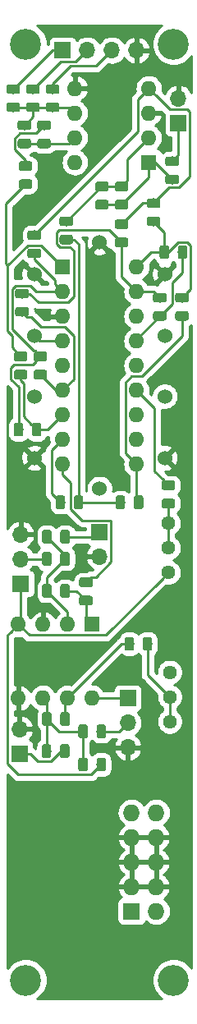
<source format=gbr>
G04 #@! TF.GenerationSoftware,KiCad,Pcbnew,(5.1.2-1)-1*
G04 #@! TF.CreationDate,2019-08-21T11:01:54-07:00*
G04 #@! TF.ProjectId,AS3320_VCF,41533333-3230-45f5-9643-462e6b696361,rev?*
G04 #@! TF.SameCoordinates,Original*
G04 #@! TF.FileFunction,Copper,L1,Top*
G04 #@! TF.FilePolarity,Positive*
%FSLAX46Y46*%
G04 Gerber Fmt 4.6, Leading zero omitted, Abs format (unit mm)*
G04 Created by KiCad (PCBNEW (5.1.2-1)-1) date 2019-08-21 11:01:54*
%MOMM*%
%LPD*%
G04 APERTURE LIST*
%ADD10O,1.700000X1.700000*%
%ADD11R,1.700000X1.700000*%
%ADD12O,1.600000X1.600000*%
%ADD13R,1.600000X1.600000*%
%ADD14C,1.440000*%
%ADD15C,0.100000*%
%ADD16C,0.975000*%
%ADD17C,1.524000*%
%ADD18O,1.727200X1.727200*%
%ADD19R,1.727200X1.727200*%
%ADD20C,3.200000*%
%ADD21C,0.250000*%
%ADD22C,0.254000*%
G04 APERTURE END LIST*
D10*
X63500000Y-80772000D03*
D11*
X63500000Y-78232000D03*
D10*
X55245000Y-98552000D03*
D11*
X55245000Y-101092000D03*
D10*
X71628000Y-33528000D03*
D11*
X71628000Y-36068000D03*
D10*
X55372000Y-78486000D03*
X55372000Y-81026000D03*
D11*
X55372000Y-83566000D03*
D10*
X66421000Y-100457000D03*
X66421000Y-97917000D03*
D11*
X66421000Y-95377000D03*
D12*
X60960000Y-40132000D03*
X68580000Y-32512000D03*
X60960000Y-37592000D03*
X68580000Y-35052000D03*
X60960000Y-35052000D03*
X68580000Y-37592000D03*
X60960000Y-32512000D03*
D13*
X68580000Y-40132000D03*
D12*
X62738000Y-95377000D03*
X55118000Y-87757000D03*
X60198000Y-95377000D03*
X57658000Y-87757000D03*
X57658000Y-95377000D03*
X60198000Y-87757000D03*
X55118000Y-95377000D03*
D13*
X62738000Y-87757000D03*
D12*
X67310000Y-50927000D03*
X59690000Y-71247000D03*
X67310000Y-53467000D03*
X59690000Y-68707000D03*
X67310000Y-56007000D03*
X59690000Y-66167000D03*
X67310000Y-58547000D03*
X59690000Y-63627000D03*
X67310000Y-61087000D03*
X59690000Y-61087000D03*
X67310000Y-63627000D03*
X59690000Y-58547000D03*
X67310000Y-66167000D03*
X59690000Y-56007000D03*
X67310000Y-68707000D03*
X59690000Y-53467000D03*
X67310000Y-71247000D03*
D13*
X59690000Y-50927000D03*
D14*
X70739000Y-97790000D03*
X70739000Y-95250000D03*
X70739000Y-92710000D03*
X70612000Y-82423000D03*
X70612000Y-79883000D03*
X70612000Y-77343000D03*
D10*
X67310000Y-28575000D03*
X64770000Y-28575000D03*
X62230000Y-28575000D03*
D11*
X59690000Y-28575000D03*
D15*
G36*
X58265142Y-37710674D02*
G01*
X58288803Y-37714184D01*
X58312007Y-37719996D01*
X58334529Y-37728054D01*
X58356153Y-37738282D01*
X58376670Y-37750579D01*
X58395883Y-37764829D01*
X58413607Y-37780893D01*
X58429671Y-37798617D01*
X58443921Y-37817830D01*
X58456218Y-37838347D01*
X58466446Y-37859971D01*
X58474504Y-37882493D01*
X58480316Y-37905697D01*
X58483826Y-37929358D01*
X58485000Y-37953250D01*
X58485000Y-38440750D01*
X58483826Y-38464642D01*
X58480316Y-38488303D01*
X58474504Y-38511507D01*
X58466446Y-38534029D01*
X58456218Y-38555653D01*
X58443921Y-38576170D01*
X58429671Y-38595383D01*
X58413607Y-38613107D01*
X58395883Y-38629171D01*
X58376670Y-38643421D01*
X58356153Y-38655718D01*
X58334529Y-38665946D01*
X58312007Y-38674004D01*
X58288803Y-38679816D01*
X58265142Y-38683326D01*
X58241250Y-38684500D01*
X57328750Y-38684500D01*
X57304858Y-38683326D01*
X57281197Y-38679816D01*
X57257993Y-38674004D01*
X57235471Y-38665946D01*
X57213847Y-38655718D01*
X57193330Y-38643421D01*
X57174117Y-38629171D01*
X57156393Y-38613107D01*
X57140329Y-38595383D01*
X57126079Y-38576170D01*
X57113782Y-38555653D01*
X57103554Y-38534029D01*
X57095496Y-38511507D01*
X57089684Y-38488303D01*
X57086174Y-38464642D01*
X57085000Y-38440750D01*
X57085000Y-37953250D01*
X57086174Y-37929358D01*
X57089684Y-37905697D01*
X57095496Y-37882493D01*
X57103554Y-37859971D01*
X57113782Y-37838347D01*
X57126079Y-37817830D01*
X57140329Y-37798617D01*
X57156393Y-37780893D01*
X57174117Y-37764829D01*
X57193330Y-37750579D01*
X57213847Y-37738282D01*
X57235471Y-37728054D01*
X57257993Y-37719996D01*
X57281197Y-37714184D01*
X57304858Y-37710674D01*
X57328750Y-37709500D01*
X58241250Y-37709500D01*
X58265142Y-37710674D01*
X58265142Y-37710674D01*
G37*
D16*
X57785000Y-38197000D03*
D15*
G36*
X58265142Y-35835674D02*
G01*
X58288803Y-35839184D01*
X58312007Y-35844996D01*
X58334529Y-35853054D01*
X58356153Y-35863282D01*
X58376670Y-35875579D01*
X58395883Y-35889829D01*
X58413607Y-35905893D01*
X58429671Y-35923617D01*
X58443921Y-35942830D01*
X58456218Y-35963347D01*
X58466446Y-35984971D01*
X58474504Y-36007493D01*
X58480316Y-36030697D01*
X58483826Y-36054358D01*
X58485000Y-36078250D01*
X58485000Y-36565750D01*
X58483826Y-36589642D01*
X58480316Y-36613303D01*
X58474504Y-36636507D01*
X58466446Y-36659029D01*
X58456218Y-36680653D01*
X58443921Y-36701170D01*
X58429671Y-36720383D01*
X58413607Y-36738107D01*
X58395883Y-36754171D01*
X58376670Y-36768421D01*
X58356153Y-36780718D01*
X58334529Y-36790946D01*
X58312007Y-36799004D01*
X58288803Y-36804816D01*
X58265142Y-36808326D01*
X58241250Y-36809500D01*
X57328750Y-36809500D01*
X57304858Y-36808326D01*
X57281197Y-36804816D01*
X57257993Y-36799004D01*
X57235471Y-36790946D01*
X57213847Y-36780718D01*
X57193330Y-36768421D01*
X57174117Y-36754171D01*
X57156393Y-36738107D01*
X57140329Y-36720383D01*
X57126079Y-36701170D01*
X57113782Y-36680653D01*
X57103554Y-36659029D01*
X57095496Y-36636507D01*
X57089684Y-36613303D01*
X57086174Y-36589642D01*
X57085000Y-36565750D01*
X57085000Y-36078250D01*
X57086174Y-36054358D01*
X57089684Y-36030697D01*
X57095496Y-36007493D01*
X57103554Y-35984971D01*
X57113782Y-35963347D01*
X57126079Y-35942830D01*
X57140329Y-35923617D01*
X57156393Y-35905893D01*
X57174117Y-35889829D01*
X57193330Y-35875579D01*
X57213847Y-35863282D01*
X57235471Y-35853054D01*
X57257993Y-35844996D01*
X57281197Y-35839184D01*
X57304858Y-35835674D01*
X57328750Y-35834500D01*
X58241250Y-35834500D01*
X58265142Y-35835674D01*
X58265142Y-35835674D01*
G37*
D16*
X57785000Y-36322000D03*
D17*
X56769000Y-70612000D03*
X56769000Y-64262000D03*
X56769000Y-51689000D03*
X56769000Y-58039000D03*
X70231000Y-51689000D03*
X70231000Y-58039000D03*
X70231000Y-70612000D03*
X70231000Y-64262000D03*
D15*
G36*
X67801642Y-74485174D02*
G01*
X67825303Y-74488684D01*
X67848507Y-74494496D01*
X67871029Y-74502554D01*
X67892653Y-74512782D01*
X67913170Y-74525079D01*
X67932383Y-74539329D01*
X67950107Y-74555393D01*
X67966171Y-74573117D01*
X67980421Y-74592330D01*
X67992718Y-74612847D01*
X68002946Y-74634471D01*
X68011004Y-74656993D01*
X68016816Y-74680197D01*
X68020326Y-74703858D01*
X68021500Y-74727750D01*
X68021500Y-75640250D01*
X68020326Y-75664142D01*
X68016816Y-75687803D01*
X68011004Y-75711007D01*
X68002946Y-75733529D01*
X67992718Y-75755153D01*
X67980421Y-75775670D01*
X67966171Y-75794883D01*
X67950107Y-75812607D01*
X67932383Y-75828671D01*
X67913170Y-75842921D01*
X67892653Y-75855218D01*
X67871029Y-75865446D01*
X67848507Y-75873504D01*
X67825303Y-75879316D01*
X67801642Y-75882826D01*
X67777750Y-75884000D01*
X67290250Y-75884000D01*
X67266358Y-75882826D01*
X67242697Y-75879316D01*
X67219493Y-75873504D01*
X67196971Y-75865446D01*
X67175347Y-75855218D01*
X67154830Y-75842921D01*
X67135617Y-75828671D01*
X67117893Y-75812607D01*
X67101829Y-75794883D01*
X67087579Y-75775670D01*
X67075282Y-75755153D01*
X67065054Y-75733529D01*
X67056996Y-75711007D01*
X67051184Y-75687803D01*
X67047674Y-75664142D01*
X67046500Y-75640250D01*
X67046500Y-74727750D01*
X67047674Y-74703858D01*
X67051184Y-74680197D01*
X67056996Y-74656993D01*
X67065054Y-74634471D01*
X67075282Y-74612847D01*
X67087579Y-74592330D01*
X67101829Y-74573117D01*
X67117893Y-74555393D01*
X67135617Y-74539329D01*
X67154830Y-74525079D01*
X67175347Y-74512782D01*
X67196971Y-74502554D01*
X67219493Y-74494496D01*
X67242697Y-74488684D01*
X67266358Y-74485174D01*
X67290250Y-74484000D01*
X67777750Y-74484000D01*
X67801642Y-74485174D01*
X67801642Y-74485174D01*
G37*
D16*
X67534000Y-75184000D03*
D15*
G36*
X65926642Y-74485174D02*
G01*
X65950303Y-74488684D01*
X65973507Y-74494496D01*
X65996029Y-74502554D01*
X66017653Y-74512782D01*
X66038170Y-74525079D01*
X66057383Y-74539329D01*
X66075107Y-74555393D01*
X66091171Y-74573117D01*
X66105421Y-74592330D01*
X66117718Y-74612847D01*
X66127946Y-74634471D01*
X66136004Y-74656993D01*
X66141816Y-74680197D01*
X66145326Y-74703858D01*
X66146500Y-74727750D01*
X66146500Y-75640250D01*
X66145326Y-75664142D01*
X66141816Y-75687803D01*
X66136004Y-75711007D01*
X66127946Y-75733529D01*
X66117718Y-75755153D01*
X66105421Y-75775670D01*
X66091171Y-75794883D01*
X66075107Y-75812607D01*
X66057383Y-75828671D01*
X66038170Y-75842921D01*
X66017653Y-75855218D01*
X65996029Y-75865446D01*
X65973507Y-75873504D01*
X65950303Y-75879316D01*
X65926642Y-75882826D01*
X65902750Y-75884000D01*
X65415250Y-75884000D01*
X65391358Y-75882826D01*
X65367697Y-75879316D01*
X65344493Y-75873504D01*
X65321971Y-75865446D01*
X65300347Y-75855218D01*
X65279830Y-75842921D01*
X65260617Y-75828671D01*
X65242893Y-75812607D01*
X65226829Y-75794883D01*
X65212579Y-75775670D01*
X65200282Y-75755153D01*
X65190054Y-75733529D01*
X65181996Y-75711007D01*
X65176184Y-75687803D01*
X65172674Y-75664142D01*
X65171500Y-75640250D01*
X65171500Y-74727750D01*
X65172674Y-74703858D01*
X65176184Y-74680197D01*
X65181996Y-74656993D01*
X65190054Y-74634471D01*
X65200282Y-74612847D01*
X65212579Y-74592330D01*
X65226829Y-74573117D01*
X65242893Y-74555393D01*
X65260617Y-74539329D01*
X65279830Y-74525079D01*
X65300347Y-74512782D01*
X65321971Y-74502554D01*
X65344493Y-74494496D01*
X65367697Y-74488684D01*
X65391358Y-74485174D01*
X65415250Y-74484000D01*
X65902750Y-74484000D01*
X65926642Y-74485174D01*
X65926642Y-74485174D01*
G37*
D16*
X65659000Y-75184000D03*
D15*
G36*
X66266142Y-44012174D02*
G01*
X66289803Y-44015684D01*
X66313007Y-44021496D01*
X66335529Y-44029554D01*
X66357153Y-44039782D01*
X66377670Y-44052079D01*
X66396883Y-44066329D01*
X66414607Y-44082393D01*
X66430671Y-44100117D01*
X66444921Y-44119330D01*
X66457218Y-44139847D01*
X66467446Y-44161471D01*
X66475504Y-44183993D01*
X66481316Y-44207197D01*
X66484826Y-44230858D01*
X66486000Y-44254750D01*
X66486000Y-44742250D01*
X66484826Y-44766142D01*
X66481316Y-44789803D01*
X66475504Y-44813007D01*
X66467446Y-44835529D01*
X66457218Y-44857153D01*
X66444921Y-44877670D01*
X66430671Y-44896883D01*
X66414607Y-44914607D01*
X66396883Y-44930671D01*
X66377670Y-44944921D01*
X66357153Y-44957218D01*
X66335529Y-44967446D01*
X66313007Y-44975504D01*
X66289803Y-44981316D01*
X66266142Y-44984826D01*
X66242250Y-44986000D01*
X65329750Y-44986000D01*
X65305858Y-44984826D01*
X65282197Y-44981316D01*
X65258993Y-44975504D01*
X65236471Y-44967446D01*
X65214847Y-44957218D01*
X65194330Y-44944921D01*
X65175117Y-44930671D01*
X65157393Y-44914607D01*
X65141329Y-44896883D01*
X65127079Y-44877670D01*
X65114782Y-44857153D01*
X65104554Y-44835529D01*
X65096496Y-44813007D01*
X65090684Y-44789803D01*
X65087174Y-44766142D01*
X65086000Y-44742250D01*
X65086000Y-44254750D01*
X65087174Y-44230858D01*
X65090684Y-44207197D01*
X65096496Y-44183993D01*
X65104554Y-44161471D01*
X65114782Y-44139847D01*
X65127079Y-44119330D01*
X65141329Y-44100117D01*
X65157393Y-44082393D01*
X65175117Y-44066329D01*
X65194330Y-44052079D01*
X65214847Y-44039782D01*
X65236471Y-44029554D01*
X65258993Y-44021496D01*
X65282197Y-44015684D01*
X65305858Y-44012174D01*
X65329750Y-44011000D01*
X66242250Y-44011000D01*
X66266142Y-44012174D01*
X66266142Y-44012174D01*
G37*
D16*
X65786000Y-44498500D03*
D15*
G36*
X66266142Y-42137174D02*
G01*
X66289803Y-42140684D01*
X66313007Y-42146496D01*
X66335529Y-42154554D01*
X66357153Y-42164782D01*
X66377670Y-42177079D01*
X66396883Y-42191329D01*
X66414607Y-42207393D01*
X66430671Y-42225117D01*
X66444921Y-42244330D01*
X66457218Y-42264847D01*
X66467446Y-42286471D01*
X66475504Y-42308993D01*
X66481316Y-42332197D01*
X66484826Y-42355858D01*
X66486000Y-42379750D01*
X66486000Y-42867250D01*
X66484826Y-42891142D01*
X66481316Y-42914803D01*
X66475504Y-42938007D01*
X66467446Y-42960529D01*
X66457218Y-42982153D01*
X66444921Y-43002670D01*
X66430671Y-43021883D01*
X66414607Y-43039607D01*
X66396883Y-43055671D01*
X66377670Y-43069921D01*
X66357153Y-43082218D01*
X66335529Y-43092446D01*
X66313007Y-43100504D01*
X66289803Y-43106316D01*
X66266142Y-43109826D01*
X66242250Y-43111000D01*
X65329750Y-43111000D01*
X65305858Y-43109826D01*
X65282197Y-43106316D01*
X65258993Y-43100504D01*
X65236471Y-43092446D01*
X65214847Y-43082218D01*
X65194330Y-43069921D01*
X65175117Y-43055671D01*
X65157393Y-43039607D01*
X65141329Y-43021883D01*
X65127079Y-43002670D01*
X65114782Y-42982153D01*
X65104554Y-42960529D01*
X65096496Y-42938007D01*
X65090684Y-42914803D01*
X65087174Y-42891142D01*
X65086000Y-42867250D01*
X65086000Y-42379750D01*
X65087174Y-42355858D01*
X65090684Y-42332197D01*
X65096496Y-42308993D01*
X65104554Y-42286471D01*
X65114782Y-42264847D01*
X65127079Y-42244330D01*
X65141329Y-42225117D01*
X65157393Y-42207393D01*
X65175117Y-42191329D01*
X65194330Y-42177079D01*
X65214847Y-42164782D01*
X65236471Y-42154554D01*
X65258993Y-42146496D01*
X65282197Y-42140684D01*
X65305858Y-42137174D01*
X65329750Y-42136000D01*
X66242250Y-42136000D01*
X66266142Y-42137174D01*
X66266142Y-42137174D01*
G37*
D16*
X65786000Y-42623500D03*
D15*
G36*
X55090142Y-32104174D02*
G01*
X55113803Y-32107684D01*
X55137007Y-32113496D01*
X55159529Y-32121554D01*
X55181153Y-32131782D01*
X55201670Y-32144079D01*
X55220883Y-32158329D01*
X55238607Y-32174393D01*
X55254671Y-32192117D01*
X55268921Y-32211330D01*
X55281218Y-32231847D01*
X55291446Y-32253471D01*
X55299504Y-32275993D01*
X55305316Y-32299197D01*
X55308826Y-32322858D01*
X55310000Y-32346750D01*
X55310000Y-32834250D01*
X55308826Y-32858142D01*
X55305316Y-32881803D01*
X55299504Y-32905007D01*
X55291446Y-32927529D01*
X55281218Y-32949153D01*
X55268921Y-32969670D01*
X55254671Y-32988883D01*
X55238607Y-33006607D01*
X55220883Y-33022671D01*
X55201670Y-33036921D01*
X55181153Y-33049218D01*
X55159529Y-33059446D01*
X55137007Y-33067504D01*
X55113803Y-33073316D01*
X55090142Y-33076826D01*
X55066250Y-33078000D01*
X54153750Y-33078000D01*
X54129858Y-33076826D01*
X54106197Y-33073316D01*
X54082993Y-33067504D01*
X54060471Y-33059446D01*
X54038847Y-33049218D01*
X54018330Y-33036921D01*
X53999117Y-33022671D01*
X53981393Y-33006607D01*
X53965329Y-32988883D01*
X53951079Y-32969670D01*
X53938782Y-32949153D01*
X53928554Y-32927529D01*
X53920496Y-32905007D01*
X53914684Y-32881803D01*
X53911174Y-32858142D01*
X53910000Y-32834250D01*
X53910000Y-32346750D01*
X53911174Y-32322858D01*
X53914684Y-32299197D01*
X53920496Y-32275993D01*
X53928554Y-32253471D01*
X53938782Y-32231847D01*
X53951079Y-32211330D01*
X53965329Y-32192117D01*
X53981393Y-32174393D01*
X53999117Y-32158329D01*
X54018330Y-32144079D01*
X54038847Y-32131782D01*
X54060471Y-32121554D01*
X54082993Y-32113496D01*
X54106197Y-32107684D01*
X54129858Y-32104174D01*
X54153750Y-32103000D01*
X55066250Y-32103000D01*
X55090142Y-32104174D01*
X55090142Y-32104174D01*
G37*
D16*
X54610000Y-32590500D03*
D15*
G36*
X55090142Y-33979174D02*
G01*
X55113803Y-33982684D01*
X55137007Y-33988496D01*
X55159529Y-33996554D01*
X55181153Y-34006782D01*
X55201670Y-34019079D01*
X55220883Y-34033329D01*
X55238607Y-34049393D01*
X55254671Y-34067117D01*
X55268921Y-34086330D01*
X55281218Y-34106847D01*
X55291446Y-34128471D01*
X55299504Y-34150993D01*
X55305316Y-34174197D01*
X55308826Y-34197858D01*
X55310000Y-34221750D01*
X55310000Y-34709250D01*
X55308826Y-34733142D01*
X55305316Y-34756803D01*
X55299504Y-34780007D01*
X55291446Y-34802529D01*
X55281218Y-34824153D01*
X55268921Y-34844670D01*
X55254671Y-34863883D01*
X55238607Y-34881607D01*
X55220883Y-34897671D01*
X55201670Y-34911921D01*
X55181153Y-34924218D01*
X55159529Y-34934446D01*
X55137007Y-34942504D01*
X55113803Y-34948316D01*
X55090142Y-34951826D01*
X55066250Y-34953000D01*
X54153750Y-34953000D01*
X54129858Y-34951826D01*
X54106197Y-34948316D01*
X54082993Y-34942504D01*
X54060471Y-34934446D01*
X54038847Y-34924218D01*
X54018330Y-34911921D01*
X53999117Y-34897671D01*
X53981393Y-34881607D01*
X53965329Y-34863883D01*
X53951079Y-34844670D01*
X53938782Y-34824153D01*
X53928554Y-34802529D01*
X53920496Y-34780007D01*
X53914684Y-34756803D01*
X53911174Y-34733142D01*
X53910000Y-34709250D01*
X53910000Y-34221750D01*
X53911174Y-34197858D01*
X53914684Y-34174197D01*
X53920496Y-34150993D01*
X53928554Y-34128471D01*
X53938782Y-34106847D01*
X53951079Y-34086330D01*
X53965329Y-34067117D01*
X53981393Y-34049393D01*
X53999117Y-34033329D01*
X54018330Y-34019079D01*
X54038847Y-34006782D01*
X54060471Y-33996554D01*
X54082993Y-33988496D01*
X54106197Y-33982684D01*
X54129858Y-33979174D01*
X54153750Y-33978000D01*
X55066250Y-33978000D01*
X55090142Y-33979174D01*
X55090142Y-33979174D01*
G37*
D16*
X54610000Y-34465500D03*
D15*
G36*
X57122142Y-32104174D02*
G01*
X57145803Y-32107684D01*
X57169007Y-32113496D01*
X57191529Y-32121554D01*
X57213153Y-32131782D01*
X57233670Y-32144079D01*
X57252883Y-32158329D01*
X57270607Y-32174393D01*
X57286671Y-32192117D01*
X57300921Y-32211330D01*
X57313218Y-32231847D01*
X57323446Y-32253471D01*
X57331504Y-32275993D01*
X57337316Y-32299197D01*
X57340826Y-32322858D01*
X57342000Y-32346750D01*
X57342000Y-32834250D01*
X57340826Y-32858142D01*
X57337316Y-32881803D01*
X57331504Y-32905007D01*
X57323446Y-32927529D01*
X57313218Y-32949153D01*
X57300921Y-32969670D01*
X57286671Y-32988883D01*
X57270607Y-33006607D01*
X57252883Y-33022671D01*
X57233670Y-33036921D01*
X57213153Y-33049218D01*
X57191529Y-33059446D01*
X57169007Y-33067504D01*
X57145803Y-33073316D01*
X57122142Y-33076826D01*
X57098250Y-33078000D01*
X56185750Y-33078000D01*
X56161858Y-33076826D01*
X56138197Y-33073316D01*
X56114993Y-33067504D01*
X56092471Y-33059446D01*
X56070847Y-33049218D01*
X56050330Y-33036921D01*
X56031117Y-33022671D01*
X56013393Y-33006607D01*
X55997329Y-32988883D01*
X55983079Y-32969670D01*
X55970782Y-32949153D01*
X55960554Y-32927529D01*
X55952496Y-32905007D01*
X55946684Y-32881803D01*
X55943174Y-32858142D01*
X55942000Y-32834250D01*
X55942000Y-32346750D01*
X55943174Y-32322858D01*
X55946684Y-32299197D01*
X55952496Y-32275993D01*
X55960554Y-32253471D01*
X55970782Y-32231847D01*
X55983079Y-32211330D01*
X55997329Y-32192117D01*
X56013393Y-32174393D01*
X56031117Y-32158329D01*
X56050330Y-32144079D01*
X56070847Y-32131782D01*
X56092471Y-32121554D01*
X56114993Y-32113496D01*
X56138197Y-32107684D01*
X56161858Y-32104174D01*
X56185750Y-32103000D01*
X57098250Y-32103000D01*
X57122142Y-32104174D01*
X57122142Y-32104174D01*
G37*
D16*
X56642000Y-32590500D03*
D15*
G36*
X57122142Y-33979174D02*
G01*
X57145803Y-33982684D01*
X57169007Y-33988496D01*
X57191529Y-33996554D01*
X57213153Y-34006782D01*
X57233670Y-34019079D01*
X57252883Y-34033329D01*
X57270607Y-34049393D01*
X57286671Y-34067117D01*
X57300921Y-34086330D01*
X57313218Y-34106847D01*
X57323446Y-34128471D01*
X57331504Y-34150993D01*
X57337316Y-34174197D01*
X57340826Y-34197858D01*
X57342000Y-34221750D01*
X57342000Y-34709250D01*
X57340826Y-34733142D01*
X57337316Y-34756803D01*
X57331504Y-34780007D01*
X57323446Y-34802529D01*
X57313218Y-34824153D01*
X57300921Y-34844670D01*
X57286671Y-34863883D01*
X57270607Y-34881607D01*
X57252883Y-34897671D01*
X57233670Y-34911921D01*
X57213153Y-34924218D01*
X57191529Y-34934446D01*
X57169007Y-34942504D01*
X57145803Y-34948316D01*
X57122142Y-34951826D01*
X57098250Y-34953000D01*
X56185750Y-34953000D01*
X56161858Y-34951826D01*
X56138197Y-34948316D01*
X56114993Y-34942504D01*
X56092471Y-34934446D01*
X56070847Y-34924218D01*
X56050330Y-34911921D01*
X56031117Y-34897671D01*
X56013393Y-34881607D01*
X55997329Y-34863883D01*
X55983079Y-34844670D01*
X55970782Y-34824153D01*
X55960554Y-34802529D01*
X55952496Y-34780007D01*
X55946684Y-34756803D01*
X55943174Y-34733142D01*
X55942000Y-34709250D01*
X55942000Y-34221750D01*
X55943174Y-34197858D01*
X55946684Y-34174197D01*
X55952496Y-34150993D01*
X55960554Y-34128471D01*
X55970782Y-34106847D01*
X55983079Y-34086330D01*
X55997329Y-34067117D01*
X56013393Y-34049393D01*
X56031117Y-34033329D01*
X56050330Y-34019079D01*
X56070847Y-34006782D01*
X56092471Y-33996554D01*
X56114993Y-33988496D01*
X56138197Y-33982684D01*
X56161858Y-33979174D01*
X56185750Y-33978000D01*
X57098250Y-33978000D01*
X57122142Y-33979174D01*
X57122142Y-33979174D01*
G37*
D16*
X56642000Y-34465500D03*
D15*
G36*
X59154142Y-32104174D02*
G01*
X59177803Y-32107684D01*
X59201007Y-32113496D01*
X59223529Y-32121554D01*
X59245153Y-32131782D01*
X59265670Y-32144079D01*
X59284883Y-32158329D01*
X59302607Y-32174393D01*
X59318671Y-32192117D01*
X59332921Y-32211330D01*
X59345218Y-32231847D01*
X59355446Y-32253471D01*
X59363504Y-32275993D01*
X59369316Y-32299197D01*
X59372826Y-32322858D01*
X59374000Y-32346750D01*
X59374000Y-32834250D01*
X59372826Y-32858142D01*
X59369316Y-32881803D01*
X59363504Y-32905007D01*
X59355446Y-32927529D01*
X59345218Y-32949153D01*
X59332921Y-32969670D01*
X59318671Y-32988883D01*
X59302607Y-33006607D01*
X59284883Y-33022671D01*
X59265670Y-33036921D01*
X59245153Y-33049218D01*
X59223529Y-33059446D01*
X59201007Y-33067504D01*
X59177803Y-33073316D01*
X59154142Y-33076826D01*
X59130250Y-33078000D01*
X58217750Y-33078000D01*
X58193858Y-33076826D01*
X58170197Y-33073316D01*
X58146993Y-33067504D01*
X58124471Y-33059446D01*
X58102847Y-33049218D01*
X58082330Y-33036921D01*
X58063117Y-33022671D01*
X58045393Y-33006607D01*
X58029329Y-32988883D01*
X58015079Y-32969670D01*
X58002782Y-32949153D01*
X57992554Y-32927529D01*
X57984496Y-32905007D01*
X57978684Y-32881803D01*
X57975174Y-32858142D01*
X57974000Y-32834250D01*
X57974000Y-32346750D01*
X57975174Y-32322858D01*
X57978684Y-32299197D01*
X57984496Y-32275993D01*
X57992554Y-32253471D01*
X58002782Y-32231847D01*
X58015079Y-32211330D01*
X58029329Y-32192117D01*
X58045393Y-32174393D01*
X58063117Y-32158329D01*
X58082330Y-32144079D01*
X58102847Y-32131782D01*
X58124471Y-32121554D01*
X58146993Y-32113496D01*
X58170197Y-32107684D01*
X58193858Y-32104174D01*
X58217750Y-32103000D01*
X59130250Y-32103000D01*
X59154142Y-32104174D01*
X59154142Y-32104174D01*
G37*
D16*
X58674000Y-32590500D03*
D15*
G36*
X59154142Y-33979174D02*
G01*
X59177803Y-33982684D01*
X59201007Y-33988496D01*
X59223529Y-33996554D01*
X59245153Y-34006782D01*
X59265670Y-34019079D01*
X59284883Y-34033329D01*
X59302607Y-34049393D01*
X59318671Y-34067117D01*
X59332921Y-34086330D01*
X59345218Y-34106847D01*
X59355446Y-34128471D01*
X59363504Y-34150993D01*
X59369316Y-34174197D01*
X59372826Y-34197858D01*
X59374000Y-34221750D01*
X59374000Y-34709250D01*
X59372826Y-34733142D01*
X59369316Y-34756803D01*
X59363504Y-34780007D01*
X59355446Y-34802529D01*
X59345218Y-34824153D01*
X59332921Y-34844670D01*
X59318671Y-34863883D01*
X59302607Y-34881607D01*
X59284883Y-34897671D01*
X59265670Y-34911921D01*
X59245153Y-34924218D01*
X59223529Y-34934446D01*
X59201007Y-34942504D01*
X59177803Y-34948316D01*
X59154142Y-34951826D01*
X59130250Y-34953000D01*
X58217750Y-34953000D01*
X58193858Y-34951826D01*
X58170197Y-34948316D01*
X58146993Y-34942504D01*
X58124471Y-34934446D01*
X58102847Y-34924218D01*
X58082330Y-34911921D01*
X58063117Y-34897671D01*
X58045393Y-34881607D01*
X58029329Y-34863883D01*
X58015079Y-34844670D01*
X58002782Y-34824153D01*
X57992554Y-34802529D01*
X57984496Y-34780007D01*
X57978684Y-34756803D01*
X57975174Y-34733142D01*
X57974000Y-34709250D01*
X57974000Y-34221750D01*
X57975174Y-34197858D01*
X57978684Y-34174197D01*
X57984496Y-34150993D01*
X57992554Y-34128471D01*
X58002782Y-34106847D01*
X58015079Y-34086330D01*
X58029329Y-34067117D01*
X58045393Y-34049393D01*
X58063117Y-34033329D01*
X58082330Y-34019079D01*
X58102847Y-34006782D01*
X58124471Y-33996554D01*
X58146993Y-33988496D01*
X58170197Y-33982684D01*
X58193858Y-33979174D01*
X58217750Y-33978000D01*
X59130250Y-33978000D01*
X59154142Y-33979174D01*
X59154142Y-33979174D01*
G37*
D16*
X58674000Y-34465500D03*
D15*
G36*
X56233142Y-35835674D02*
G01*
X56256803Y-35839184D01*
X56280007Y-35844996D01*
X56302529Y-35853054D01*
X56324153Y-35863282D01*
X56344670Y-35875579D01*
X56363883Y-35889829D01*
X56381607Y-35905893D01*
X56397671Y-35923617D01*
X56411921Y-35942830D01*
X56424218Y-35963347D01*
X56434446Y-35984971D01*
X56442504Y-36007493D01*
X56448316Y-36030697D01*
X56451826Y-36054358D01*
X56453000Y-36078250D01*
X56453000Y-36565750D01*
X56451826Y-36589642D01*
X56448316Y-36613303D01*
X56442504Y-36636507D01*
X56434446Y-36659029D01*
X56424218Y-36680653D01*
X56411921Y-36701170D01*
X56397671Y-36720383D01*
X56381607Y-36738107D01*
X56363883Y-36754171D01*
X56344670Y-36768421D01*
X56324153Y-36780718D01*
X56302529Y-36790946D01*
X56280007Y-36799004D01*
X56256803Y-36804816D01*
X56233142Y-36808326D01*
X56209250Y-36809500D01*
X55296750Y-36809500D01*
X55272858Y-36808326D01*
X55249197Y-36804816D01*
X55225993Y-36799004D01*
X55203471Y-36790946D01*
X55181847Y-36780718D01*
X55161330Y-36768421D01*
X55142117Y-36754171D01*
X55124393Y-36738107D01*
X55108329Y-36720383D01*
X55094079Y-36701170D01*
X55081782Y-36680653D01*
X55071554Y-36659029D01*
X55063496Y-36636507D01*
X55057684Y-36613303D01*
X55054174Y-36589642D01*
X55053000Y-36565750D01*
X55053000Y-36078250D01*
X55054174Y-36054358D01*
X55057684Y-36030697D01*
X55063496Y-36007493D01*
X55071554Y-35984971D01*
X55081782Y-35963347D01*
X55094079Y-35942830D01*
X55108329Y-35923617D01*
X55124393Y-35905893D01*
X55142117Y-35889829D01*
X55161330Y-35875579D01*
X55181847Y-35863282D01*
X55203471Y-35853054D01*
X55225993Y-35844996D01*
X55249197Y-35839184D01*
X55272858Y-35835674D01*
X55296750Y-35834500D01*
X56209250Y-35834500D01*
X56233142Y-35835674D01*
X56233142Y-35835674D01*
G37*
D16*
X55753000Y-36322000D03*
D15*
G36*
X56233142Y-37710674D02*
G01*
X56256803Y-37714184D01*
X56280007Y-37719996D01*
X56302529Y-37728054D01*
X56324153Y-37738282D01*
X56344670Y-37750579D01*
X56363883Y-37764829D01*
X56381607Y-37780893D01*
X56397671Y-37798617D01*
X56411921Y-37817830D01*
X56424218Y-37838347D01*
X56434446Y-37859971D01*
X56442504Y-37882493D01*
X56448316Y-37905697D01*
X56451826Y-37929358D01*
X56453000Y-37953250D01*
X56453000Y-38440750D01*
X56451826Y-38464642D01*
X56448316Y-38488303D01*
X56442504Y-38511507D01*
X56434446Y-38534029D01*
X56424218Y-38555653D01*
X56411921Y-38576170D01*
X56397671Y-38595383D01*
X56381607Y-38613107D01*
X56363883Y-38629171D01*
X56344670Y-38643421D01*
X56324153Y-38655718D01*
X56302529Y-38665946D01*
X56280007Y-38674004D01*
X56256803Y-38679816D01*
X56233142Y-38683326D01*
X56209250Y-38684500D01*
X55296750Y-38684500D01*
X55272858Y-38683326D01*
X55249197Y-38679816D01*
X55225993Y-38674004D01*
X55203471Y-38665946D01*
X55181847Y-38655718D01*
X55161330Y-38643421D01*
X55142117Y-38629171D01*
X55124393Y-38613107D01*
X55108329Y-38595383D01*
X55094079Y-38576170D01*
X55081782Y-38555653D01*
X55071554Y-38534029D01*
X55063496Y-38511507D01*
X55057684Y-38488303D01*
X55054174Y-38464642D01*
X55053000Y-38440750D01*
X55053000Y-37953250D01*
X55054174Y-37929358D01*
X55057684Y-37905697D01*
X55063496Y-37882493D01*
X55071554Y-37859971D01*
X55081782Y-37838347D01*
X55094079Y-37817830D01*
X55108329Y-37798617D01*
X55124393Y-37780893D01*
X55142117Y-37764829D01*
X55161330Y-37750579D01*
X55181847Y-37738282D01*
X55203471Y-37728054D01*
X55225993Y-37719996D01*
X55249197Y-37714184D01*
X55272858Y-37710674D01*
X55296750Y-37709500D01*
X56209250Y-37709500D01*
X56233142Y-37710674D01*
X56233142Y-37710674D01*
G37*
D16*
X55753000Y-38197000D03*
D15*
G36*
X56360142Y-40026674D02*
G01*
X56383803Y-40030184D01*
X56407007Y-40035996D01*
X56429529Y-40044054D01*
X56451153Y-40054282D01*
X56471670Y-40066579D01*
X56490883Y-40080829D01*
X56508607Y-40096893D01*
X56524671Y-40114617D01*
X56538921Y-40133830D01*
X56551218Y-40154347D01*
X56561446Y-40175971D01*
X56569504Y-40198493D01*
X56575316Y-40221697D01*
X56578826Y-40245358D01*
X56580000Y-40269250D01*
X56580000Y-40756750D01*
X56578826Y-40780642D01*
X56575316Y-40804303D01*
X56569504Y-40827507D01*
X56561446Y-40850029D01*
X56551218Y-40871653D01*
X56538921Y-40892170D01*
X56524671Y-40911383D01*
X56508607Y-40929107D01*
X56490883Y-40945171D01*
X56471670Y-40959421D01*
X56451153Y-40971718D01*
X56429529Y-40981946D01*
X56407007Y-40990004D01*
X56383803Y-40995816D01*
X56360142Y-40999326D01*
X56336250Y-41000500D01*
X55423750Y-41000500D01*
X55399858Y-40999326D01*
X55376197Y-40995816D01*
X55352993Y-40990004D01*
X55330471Y-40981946D01*
X55308847Y-40971718D01*
X55288330Y-40959421D01*
X55269117Y-40945171D01*
X55251393Y-40929107D01*
X55235329Y-40911383D01*
X55221079Y-40892170D01*
X55208782Y-40871653D01*
X55198554Y-40850029D01*
X55190496Y-40827507D01*
X55184684Y-40804303D01*
X55181174Y-40780642D01*
X55180000Y-40756750D01*
X55180000Y-40269250D01*
X55181174Y-40245358D01*
X55184684Y-40221697D01*
X55190496Y-40198493D01*
X55198554Y-40175971D01*
X55208782Y-40154347D01*
X55221079Y-40133830D01*
X55235329Y-40114617D01*
X55251393Y-40096893D01*
X55269117Y-40080829D01*
X55288330Y-40066579D01*
X55308847Y-40054282D01*
X55330471Y-40044054D01*
X55352993Y-40035996D01*
X55376197Y-40030184D01*
X55399858Y-40026674D01*
X55423750Y-40025500D01*
X56336250Y-40025500D01*
X56360142Y-40026674D01*
X56360142Y-40026674D01*
G37*
D16*
X55880000Y-40513000D03*
D15*
G36*
X56360142Y-41901674D02*
G01*
X56383803Y-41905184D01*
X56407007Y-41910996D01*
X56429529Y-41919054D01*
X56451153Y-41929282D01*
X56471670Y-41941579D01*
X56490883Y-41955829D01*
X56508607Y-41971893D01*
X56524671Y-41989617D01*
X56538921Y-42008830D01*
X56551218Y-42029347D01*
X56561446Y-42050971D01*
X56569504Y-42073493D01*
X56575316Y-42096697D01*
X56578826Y-42120358D01*
X56580000Y-42144250D01*
X56580000Y-42631750D01*
X56578826Y-42655642D01*
X56575316Y-42679303D01*
X56569504Y-42702507D01*
X56561446Y-42725029D01*
X56551218Y-42746653D01*
X56538921Y-42767170D01*
X56524671Y-42786383D01*
X56508607Y-42804107D01*
X56490883Y-42820171D01*
X56471670Y-42834421D01*
X56451153Y-42846718D01*
X56429529Y-42856946D01*
X56407007Y-42865004D01*
X56383803Y-42870816D01*
X56360142Y-42874326D01*
X56336250Y-42875500D01*
X55423750Y-42875500D01*
X55399858Y-42874326D01*
X55376197Y-42870816D01*
X55352993Y-42865004D01*
X55330471Y-42856946D01*
X55308847Y-42846718D01*
X55288330Y-42834421D01*
X55269117Y-42820171D01*
X55251393Y-42804107D01*
X55235329Y-42786383D01*
X55221079Y-42767170D01*
X55208782Y-42746653D01*
X55198554Y-42725029D01*
X55190496Y-42702507D01*
X55184684Y-42679303D01*
X55181174Y-42655642D01*
X55180000Y-42631750D01*
X55180000Y-42144250D01*
X55181174Y-42120358D01*
X55184684Y-42096697D01*
X55190496Y-42073493D01*
X55198554Y-42050971D01*
X55208782Y-42029347D01*
X55221079Y-42008830D01*
X55235329Y-41989617D01*
X55251393Y-41971893D01*
X55269117Y-41955829D01*
X55288330Y-41941579D01*
X55308847Y-41929282D01*
X55330471Y-41919054D01*
X55352993Y-41910996D01*
X55376197Y-41905184D01*
X55399858Y-41901674D01*
X55423750Y-41900500D01*
X56336250Y-41900500D01*
X56360142Y-41901674D01*
X56360142Y-41901674D01*
G37*
D16*
X55880000Y-42388000D03*
D15*
G36*
X55852142Y-59663174D02*
G01*
X55875803Y-59666684D01*
X55899007Y-59672496D01*
X55921529Y-59680554D01*
X55943153Y-59690782D01*
X55963670Y-59703079D01*
X55982883Y-59717329D01*
X56000607Y-59733393D01*
X56016671Y-59751117D01*
X56030921Y-59770330D01*
X56043218Y-59790847D01*
X56053446Y-59812471D01*
X56061504Y-59834993D01*
X56067316Y-59858197D01*
X56070826Y-59881858D01*
X56072000Y-59905750D01*
X56072000Y-60393250D01*
X56070826Y-60417142D01*
X56067316Y-60440803D01*
X56061504Y-60464007D01*
X56053446Y-60486529D01*
X56043218Y-60508153D01*
X56030921Y-60528670D01*
X56016671Y-60547883D01*
X56000607Y-60565607D01*
X55982883Y-60581671D01*
X55963670Y-60595921D01*
X55943153Y-60608218D01*
X55921529Y-60618446D01*
X55899007Y-60626504D01*
X55875803Y-60632316D01*
X55852142Y-60635826D01*
X55828250Y-60637000D01*
X54915750Y-60637000D01*
X54891858Y-60635826D01*
X54868197Y-60632316D01*
X54844993Y-60626504D01*
X54822471Y-60618446D01*
X54800847Y-60608218D01*
X54780330Y-60595921D01*
X54761117Y-60581671D01*
X54743393Y-60565607D01*
X54727329Y-60547883D01*
X54713079Y-60528670D01*
X54700782Y-60508153D01*
X54690554Y-60486529D01*
X54682496Y-60464007D01*
X54676684Y-60440803D01*
X54673174Y-60417142D01*
X54672000Y-60393250D01*
X54672000Y-59905750D01*
X54673174Y-59881858D01*
X54676684Y-59858197D01*
X54682496Y-59834993D01*
X54690554Y-59812471D01*
X54700782Y-59790847D01*
X54713079Y-59770330D01*
X54727329Y-59751117D01*
X54743393Y-59733393D01*
X54761117Y-59717329D01*
X54780330Y-59703079D01*
X54800847Y-59690782D01*
X54822471Y-59680554D01*
X54844993Y-59672496D01*
X54868197Y-59666684D01*
X54891858Y-59663174D01*
X54915750Y-59662000D01*
X55828250Y-59662000D01*
X55852142Y-59663174D01*
X55852142Y-59663174D01*
G37*
D16*
X55372000Y-60149500D03*
D15*
G36*
X55852142Y-61538174D02*
G01*
X55875803Y-61541684D01*
X55899007Y-61547496D01*
X55921529Y-61555554D01*
X55943153Y-61565782D01*
X55963670Y-61578079D01*
X55982883Y-61592329D01*
X56000607Y-61608393D01*
X56016671Y-61626117D01*
X56030921Y-61645330D01*
X56043218Y-61665847D01*
X56053446Y-61687471D01*
X56061504Y-61709993D01*
X56067316Y-61733197D01*
X56070826Y-61756858D01*
X56072000Y-61780750D01*
X56072000Y-62268250D01*
X56070826Y-62292142D01*
X56067316Y-62315803D01*
X56061504Y-62339007D01*
X56053446Y-62361529D01*
X56043218Y-62383153D01*
X56030921Y-62403670D01*
X56016671Y-62422883D01*
X56000607Y-62440607D01*
X55982883Y-62456671D01*
X55963670Y-62470921D01*
X55943153Y-62483218D01*
X55921529Y-62493446D01*
X55899007Y-62501504D01*
X55875803Y-62507316D01*
X55852142Y-62510826D01*
X55828250Y-62512000D01*
X54915750Y-62512000D01*
X54891858Y-62510826D01*
X54868197Y-62507316D01*
X54844993Y-62501504D01*
X54822471Y-62493446D01*
X54800847Y-62483218D01*
X54780330Y-62470921D01*
X54761117Y-62456671D01*
X54743393Y-62440607D01*
X54727329Y-62422883D01*
X54713079Y-62403670D01*
X54700782Y-62383153D01*
X54690554Y-62361529D01*
X54682496Y-62339007D01*
X54676684Y-62315803D01*
X54673174Y-62292142D01*
X54672000Y-62268250D01*
X54672000Y-61780750D01*
X54673174Y-61756858D01*
X54676684Y-61733197D01*
X54682496Y-61709993D01*
X54690554Y-61687471D01*
X54700782Y-61665847D01*
X54713079Y-61645330D01*
X54727329Y-61626117D01*
X54743393Y-61608393D01*
X54761117Y-61592329D01*
X54780330Y-61578079D01*
X54800847Y-61565782D01*
X54822471Y-61555554D01*
X54844993Y-61547496D01*
X54868197Y-61541684D01*
X54891858Y-61538174D01*
X54915750Y-61537000D01*
X55828250Y-61537000D01*
X55852142Y-61538174D01*
X55852142Y-61538174D01*
G37*
D16*
X55372000Y-62024500D03*
D15*
G36*
X57290642Y-66992174D02*
G01*
X57314303Y-66995684D01*
X57337507Y-67001496D01*
X57360029Y-67009554D01*
X57381653Y-67019782D01*
X57402170Y-67032079D01*
X57421383Y-67046329D01*
X57439107Y-67062393D01*
X57455171Y-67080117D01*
X57469421Y-67099330D01*
X57481718Y-67119847D01*
X57491946Y-67141471D01*
X57500004Y-67163993D01*
X57505816Y-67187197D01*
X57509326Y-67210858D01*
X57510500Y-67234750D01*
X57510500Y-68147250D01*
X57509326Y-68171142D01*
X57505816Y-68194803D01*
X57500004Y-68218007D01*
X57491946Y-68240529D01*
X57481718Y-68262153D01*
X57469421Y-68282670D01*
X57455171Y-68301883D01*
X57439107Y-68319607D01*
X57421383Y-68335671D01*
X57402170Y-68349921D01*
X57381653Y-68362218D01*
X57360029Y-68372446D01*
X57337507Y-68380504D01*
X57314303Y-68386316D01*
X57290642Y-68389826D01*
X57266750Y-68391000D01*
X56779250Y-68391000D01*
X56755358Y-68389826D01*
X56731697Y-68386316D01*
X56708493Y-68380504D01*
X56685971Y-68372446D01*
X56664347Y-68362218D01*
X56643830Y-68349921D01*
X56624617Y-68335671D01*
X56606893Y-68319607D01*
X56590829Y-68301883D01*
X56576579Y-68282670D01*
X56564282Y-68262153D01*
X56554054Y-68240529D01*
X56545996Y-68218007D01*
X56540184Y-68194803D01*
X56536674Y-68171142D01*
X56535500Y-68147250D01*
X56535500Y-67234750D01*
X56536674Y-67210858D01*
X56540184Y-67187197D01*
X56545996Y-67163993D01*
X56554054Y-67141471D01*
X56564282Y-67119847D01*
X56576579Y-67099330D01*
X56590829Y-67080117D01*
X56606893Y-67062393D01*
X56624617Y-67046329D01*
X56643830Y-67032079D01*
X56664347Y-67019782D01*
X56685971Y-67009554D01*
X56708493Y-67001496D01*
X56731697Y-66995684D01*
X56755358Y-66992174D01*
X56779250Y-66991000D01*
X57266750Y-66991000D01*
X57290642Y-66992174D01*
X57290642Y-66992174D01*
G37*
D16*
X57023000Y-67691000D03*
D15*
G36*
X55415642Y-66992174D02*
G01*
X55439303Y-66995684D01*
X55462507Y-67001496D01*
X55485029Y-67009554D01*
X55506653Y-67019782D01*
X55527170Y-67032079D01*
X55546383Y-67046329D01*
X55564107Y-67062393D01*
X55580171Y-67080117D01*
X55594421Y-67099330D01*
X55606718Y-67119847D01*
X55616946Y-67141471D01*
X55625004Y-67163993D01*
X55630816Y-67187197D01*
X55634326Y-67210858D01*
X55635500Y-67234750D01*
X55635500Y-68147250D01*
X55634326Y-68171142D01*
X55630816Y-68194803D01*
X55625004Y-68218007D01*
X55616946Y-68240529D01*
X55606718Y-68262153D01*
X55594421Y-68282670D01*
X55580171Y-68301883D01*
X55564107Y-68319607D01*
X55546383Y-68335671D01*
X55527170Y-68349921D01*
X55506653Y-68362218D01*
X55485029Y-68372446D01*
X55462507Y-68380504D01*
X55439303Y-68386316D01*
X55415642Y-68389826D01*
X55391750Y-68391000D01*
X54904250Y-68391000D01*
X54880358Y-68389826D01*
X54856697Y-68386316D01*
X54833493Y-68380504D01*
X54810971Y-68372446D01*
X54789347Y-68362218D01*
X54768830Y-68349921D01*
X54749617Y-68335671D01*
X54731893Y-68319607D01*
X54715829Y-68301883D01*
X54701579Y-68282670D01*
X54689282Y-68262153D01*
X54679054Y-68240529D01*
X54670996Y-68218007D01*
X54665184Y-68194803D01*
X54661674Y-68171142D01*
X54660500Y-68147250D01*
X54660500Y-67234750D01*
X54661674Y-67210858D01*
X54665184Y-67187197D01*
X54670996Y-67163993D01*
X54679054Y-67141471D01*
X54689282Y-67119847D01*
X54701579Y-67099330D01*
X54715829Y-67080117D01*
X54731893Y-67062393D01*
X54749617Y-67046329D01*
X54768830Y-67032079D01*
X54789347Y-67019782D01*
X54810971Y-67009554D01*
X54833493Y-67001496D01*
X54856697Y-66995684D01*
X54880358Y-66992174D01*
X54904250Y-66991000D01*
X55391750Y-66991000D01*
X55415642Y-66992174D01*
X55415642Y-66992174D01*
G37*
D16*
X55148000Y-67691000D03*
D15*
G36*
X57249142Y-49043674D02*
G01*
X57272803Y-49047184D01*
X57296007Y-49052996D01*
X57318529Y-49061054D01*
X57340153Y-49071282D01*
X57360670Y-49083579D01*
X57379883Y-49097829D01*
X57397607Y-49113893D01*
X57413671Y-49131617D01*
X57427921Y-49150830D01*
X57440218Y-49171347D01*
X57450446Y-49192971D01*
X57458504Y-49215493D01*
X57464316Y-49238697D01*
X57467826Y-49262358D01*
X57469000Y-49286250D01*
X57469000Y-49773750D01*
X57467826Y-49797642D01*
X57464316Y-49821303D01*
X57458504Y-49844507D01*
X57450446Y-49867029D01*
X57440218Y-49888653D01*
X57427921Y-49909170D01*
X57413671Y-49928383D01*
X57397607Y-49946107D01*
X57379883Y-49962171D01*
X57360670Y-49976421D01*
X57340153Y-49988718D01*
X57318529Y-49998946D01*
X57296007Y-50007004D01*
X57272803Y-50012816D01*
X57249142Y-50016326D01*
X57225250Y-50017500D01*
X56312750Y-50017500D01*
X56288858Y-50016326D01*
X56265197Y-50012816D01*
X56241993Y-50007004D01*
X56219471Y-49998946D01*
X56197847Y-49988718D01*
X56177330Y-49976421D01*
X56158117Y-49962171D01*
X56140393Y-49946107D01*
X56124329Y-49928383D01*
X56110079Y-49909170D01*
X56097782Y-49888653D01*
X56087554Y-49867029D01*
X56079496Y-49844507D01*
X56073684Y-49821303D01*
X56070174Y-49797642D01*
X56069000Y-49773750D01*
X56069000Y-49286250D01*
X56070174Y-49262358D01*
X56073684Y-49238697D01*
X56079496Y-49215493D01*
X56087554Y-49192971D01*
X56097782Y-49171347D01*
X56110079Y-49150830D01*
X56124329Y-49131617D01*
X56140393Y-49113893D01*
X56158117Y-49097829D01*
X56177330Y-49083579D01*
X56197847Y-49071282D01*
X56219471Y-49061054D01*
X56241993Y-49052996D01*
X56265197Y-49047184D01*
X56288858Y-49043674D01*
X56312750Y-49042500D01*
X57225250Y-49042500D01*
X57249142Y-49043674D01*
X57249142Y-49043674D01*
G37*
D16*
X56769000Y-49530000D03*
D15*
G36*
X57249142Y-47168674D02*
G01*
X57272803Y-47172184D01*
X57296007Y-47177996D01*
X57318529Y-47186054D01*
X57340153Y-47196282D01*
X57360670Y-47208579D01*
X57379883Y-47222829D01*
X57397607Y-47238893D01*
X57413671Y-47256617D01*
X57427921Y-47275830D01*
X57440218Y-47296347D01*
X57450446Y-47317971D01*
X57458504Y-47340493D01*
X57464316Y-47363697D01*
X57467826Y-47387358D01*
X57469000Y-47411250D01*
X57469000Y-47898750D01*
X57467826Y-47922642D01*
X57464316Y-47946303D01*
X57458504Y-47969507D01*
X57450446Y-47992029D01*
X57440218Y-48013653D01*
X57427921Y-48034170D01*
X57413671Y-48053383D01*
X57397607Y-48071107D01*
X57379883Y-48087171D01*
X57360670Y-48101421D01*
X57340153Y-48113718D01*
X57318529Y-48123946D01*
X57296007Y-48132004D01*
X57272803Y-48137816D01*
X57249142Y-48141326D01*
X57225250Y-48142500D01*
X56312750Y-48142500D01*
X56288858Y-48141326D01*
X56265197Y-48137816D01*
X56241993Y-48132004D01*
X56219471Y-48123946D01*
X56197847Y-48113718D01*
X56177330Y-48101421D01*
X56158117Y-48087171D01*
X56140393Y-48071107D01*
X56124329Y-48053383D01*
X56110079Y-48034170D01*
X56097782Y-48013653D01*
X56087554Y-47992029D01*
X56079496Y-47969507D01*
X56073684Y-47946303D01*
X56070174Y-47922642D01*
X56069000Y-47898750D01*
X56069000Y-47411250D01*
X56070174Y-47387358D01*
X56073684Y-47363697D01*
X56079496Y-47340493D01*
X56087554Y-47317971D01*
X56097782Y-47296347D01*
X56110079Y-47275830D01*
X56124329Y-47256617D01*
X56140393Y-47238893D01*
X56158117Y-47222829D01*
X56177330Y-47208579D01*
X56197847Y-47196282D01*
X56219471Y-47186054D01*
X56241993Y-47177996D01*
X56265197Y-47172184D01*
X56288858Y-47168674D01*
X56312750Y-47167500D01*
X57225250Y-47167500D01*
X57249142Y-47168674D01*
X57249142Y-47168674D01*
G37*
D16*
X56769000Y-47655000D03*
D15*
G36*
X57884142Y-59663174D02*
G01*
X57907803Y-59666684D01*
X57931007Y-59672496D01*
X57953529Y-59680554D01*
X57975153Y-59690782D01*
X57995670Y-59703079D01*
X58014883Y-59717329D01*
X58032607Y-59733393D01*
X58048671Y-59751117D01*
X58062921Y-59770330D01*
X58075218Y-59790847D01*
X58085446Y-59812471D01*
X58093504Y-59834993D01*
X58099316Y-59858197D01*
X58102826Y-59881858D01*
X58104000Y-59905750D01*
X58104000Y-60393250D01*
X58102826Y-60417142D01*
X58099316Y-60440803D01*
X58093504Y-60464007D01*
X58085446Y-60486529D01*
X58075218Y-60508153D01*
X58062921Y-60528670D01*
X58048671Y-60547883D01*
X58032607Y-60565607D01*
X58014883Y-60581671D01*
X57995670Y-60595921D01*
X57975153Y-60608218D01*
X57953529Y-60618446D01*
X57931007Y-60626504D01*
X57907803Y-60632316D01*
X57884142Y-60635826D01*
X57860250Y-60637000D01*
X56947750Y-60637000D01*
X56923858Y-60635826D01*
X56900197Y-60632316D01*
X56876993Y-60626504D01*
X56854471Y-60618446D01*
X56832847Y-60608218D01*
X56812330Y-60595921D01*
X56793117Y-60581671D01*
X56775393Y-60565607D01*
X56759329Y-60547883D01*
X56745079Y-60528670D01*
X56732782Y-60508153D01*
X56722554Y-60486529D01*
X56714496Y-60464007D01*
X56708684Y-60440803D01*
X56705174Y-60417142D01*
X56704000Y-60393250D01*
X56704000Y-59905750D01*
X56705174Y-59881858D01*
X56708684Y-59858197D01*
X56714496Y-59834993D01*
X56722554Y-59812471D01*
X56732782Y-59790847D01*
X56745079Y-59770330D01*
X56759329Y-59751117D01*
X56775393Y-59733393D01*
X56793117Y-59717329D01*
X56812330Y-59703079D01*
X56832847Y-59690782D01*
X56854471Y-59680554D01*
X56876993Y-59672496D01*
X56900197Y-59666684D01*
X56923858Y-59663174D01*
X56947750Y-59662000D01*
X57860250Y-59662000D01*
X57884142Y-59663174D01*
X57884142Y-59663174D01*
G37*
D16*
X57404000Y-60149500D03*
D15*
G36*
X57884142Y-61538174D02*
G01*
X57907803Y-61541684D01*
X57931007Y-61547496D01*
X57953529Y-61555554D01*
X57975153Y-61565782D01*
X57995670Y-61578079D01*
X58014883Y-61592329D01*
X58032607Y-61608393D01*
X58048671Y-61626117D01*
X58062921Y-61645330D01*
X58075218Y-61665847D01*
X58085446Y-61687471D01*
X58093504Y-61709993D01*
X58099316Y-61733197D01*
X58102826Y-61756858D01*
X58104000Y-61780750D01*
X58104000Y-62268250D01*
X58102826Y-62292142D01*
X58099316Y-62315803D01*
X58093504Y-62339007D01*
X58085446Y-62361529D01*
X58075218Y-62383153D01*
X58062921Y-62403670D01*
X58048671Y-62422883D01*
X58032607Y-62440607D01*
X58014883Y-62456671D01*
X57995670Y-62470921D01*
X57975153Y-62483218D01*
X57953529Y-62493446D01*
X57931007Y-62501504D01*
X57907803Y-62507316D01*
X57884142Y-62510826D01*
X57860250Y-62512000D01*
X56947750Y-62512000D01*
X56923858Y-62510826D01*
X56900197Y-62507316D01*
X56876993Y-62501504D01*
X56854471Y-62493446D01*
X56832847Y-62483218D01*
X56812330Y-62470921D01*
X56793117Y-62456671D01*
X56775393Y-62440607D01*
X56759329Y-62422883D01*
X56745079Y-62403670D01*
X56732782Y-62383153D01*
X56722554Y-62361529D01*
X56714496Y-62339007D01*
X56708684Y-62315803D01*
X56705174Y-62292142D01*
X56704000Y-62268250D01*
X56704000Y-61780750D01*
X56705174Y-61756858D01*
X56708684Y-61733197D01*
X56714496Y-61709993D01*
X56722554Y-61687471D01*
X56732782Y-61665847D01*
X56745079Y-61645330D01*
X56759329Y-61626117D01*
X56775393Y-61608393D01*
X56793117Y-61592329D01*
X56812330Y-61578079D01*
X56832847Y-61565782D01*
X56854471Y-61555554D01*
X56876993Y-61547496D01*
X56900197Y-61541684D01*
X56923858Y-61538174D01*
X56947750Y-61537000D01*
X57860250Y-61537000D01*
X57884142Y-61538174D01*
X57884142Y-61538174D01*
G37*
D16*
X57404000Y-62024500D03*
D15*
G36*
X55979142Y-55061174D02*
G01*
X56002803Y-55064684D01*
X56026007Y-55070496D01*
X56048529Y-55078554D01*
X56070153Y-55088782D01*
X56090670Y-55101079D01*
X56109883Y-55115329D01*
X56127607Y-55131393D01*
X56143671Y-55149117D01*
X56157921Y-55168330D01*
X56170218Y-55188847D01*
X56180446Y-55210471D01*
X56188504Y-55232993D01*
X56194316Y-55256197D01*
X56197826Y-55279858D01*
X56199000Y-55303750D01*
X56199000Y-55791250D01*
X56197826Y-55815142D01*
X56194316Y-55838803D01*
X56188504Y-55862007D01*
X56180446Y-55884529D01*
X56170218Y-55906153D01*
X56157921Y-55926670D01*
X56143671Y-55945883D01*
X56127607Y-55963607D01*
X56109883Y-55979671D01*
X56090670Y-55993921D01*
X56070153Y-56006218D01*
X56048529Y-56016446D01*
X56026007Y-56024504D01*
X56002803Y-56030316D01*
X55979142Y-56033826D01*
X55955250Y-56035000D01*
X55042750Y-56035000D01*
X55018858Y-56033826D01*
X54995197Y-56030316D01*
X54971993Y-56024504D01*
X54949471Y-56016446D01*
X54927847Y-56006218D01*
X54907330Y-55993921D01*
X54888117Y-55979671D01*
X54870393Y-55963607D01*
X54854329Y-55945883D01*
X54840079Y-55926670D01*
X54827782Y-55906153D01*
X54817554Y-55884529D01*
X54809496Y-55862007D01*
X54803684Y-55838803D01*
X54800174Y-55815142D01*
X54799000Y-55791250D01*
X54799000Y-55303750D01*
X54800174Y-55279858D01*
X54803684Y-55256197D01*
X54809496Y-55232993D01*
X54817554Y-55210471D01*
X54827782Y-55188847D01*
X54840079Y-55168330D01*
X54854329Y-55149117D01*
X54870393Y-55131393D01*
X54888117Y-55115329D01*
X54907330Y-55101079D01*
X54927847Y-55088782D01*
X54949471Y-55078554D01*
X54971993Y-55070496D01*
X54995197Y-55064684D01*
X55018858Y-55061174D01*
X55042750Y-55060000D01*
X55955250Y-55060000D01*
X55979142Y-55061174D01*
X55979142Y-55061174D01*
G37*
D16*
X55499000Y-55547500D03*
D15*
G36*
X55979142Y-53186174D02*
G01*
X56002803Y-53189684D01*
X56026007Y-53195496D01*
X56048529Y-53203554D01*
X56070153Y-53213782D01*
X56090670Y-53226079D01*
X56109883Y-53240329D01*
X56127607Y-53256393D01*
X56143671Y-53274117D01*
X56157921Y-53293330D01*
X56170218Y-53313847D01*
X56180446Y-53335471D01*
X56188504Y-53357993D01*
X56194316Y-53381197D01*
X56197826Y-53404858D01*
X56199000Y-53428750D01*
X56199000Y-53916250D01*
X56197826Y-53940142D01*
X56194316Y-53963803D01*
X56188504Y-53987007D01*
X56180446Y-54009529D01*
X56170218Y-54031153D01*
X56157921Y-54051670D01*
X56143671Y-54070883D01*
X56127607Y-54088607D01*
X56109883Y-54104671D01*
X56090670Y-54118921D01*
X56070153Y-54131218D01*
X56048529Y-54141446D01*
X56026007Y-54149504D01*
X56002803Y-54155316D01*
X55979142Y-54158826D01*
X55955250Y-54160000D01*
X55042750Y-54160000D01*
X55018858Y-54158826D01*
X54995197Y-54155316D01*
X54971993Y-54149504D01*
X54949471Y-54141446D01*
X54927847Y-54131218D01*
X54907330Y-54118921D01*
X54888117Y-54104671D01*
X54870393Y-54088607D01*
X54854329Y-54070883D01*
X54840079Y-54051670D01*
X54827782Y-54031153D01*
X54817554Y-54009529D01*
X54809496Y-53987007D01*
X54803684Y-53963803D01*
X54800174Y-53940142D01*
X54799000Y-53916250D01*
X54799000Y-53428750D01*
X54800174Y-53404858D01*
X54803684Y-53381197D01*
X54809496Y-53357993D01*
X54817554Y-53335471D01*
X54827782Y-53313847D01*
X54840079Y-53293330D01*
X54854329Y-53274117D01*
X54870393Y-53256393D01*
X54888117Y-53240329D01*
X54907330Y-53226079D01*
X54927847Y-53213782D01*
X54949471Y-53203554D01*
X54971993Y-53195496D01*
X54995197Y-53189684D01*
X55018858Y-53186174D01*
X55042750Y-53185000D01*
X55955250Y-53185000D01*
X55979142Y-53186174D01*
X55979142Y-53186174D01*
G37*
D16*
X55499000Y-53672500D03*
D15*
G36*
X58336642Y-80327174D02*
G01*
X58360303Y-80330684D01*
X58383507Y-80336496D01*
X58406029Y-80344554D01*
X58427653Y-80354782D01*
X58448170Y-80367079D01*
X58467383Y-80381329D01*
X58485107Y-80397393D01*
X58501171Y-80415117D01*
X58515421Y-80434330D01*
X58527718Y-80454847D01*
X58537946Y-80476471D01*
X58546004Y-80498993D01*
X58551816Y-80522197D01*
X58555326Y-80545858D01*
X58556500Y-80569750D01*
X58556500Y-81482250D01*
X58555326Y-81506142D01*
X58551816Y-81529803D01*
X58546004Y-81553007D01*
X58537946Y-81575529D01*
X58527718Y-81597153D01*
X58515421Y-81617670D01*
X58501171Y-81636883D01*
X58485107Y-81654607D01*
X58467383Y-81670671D01*
X58448170Y-81684921D01*
X58427653Y-81697218D01*
X58406029Y-81707446D01*
X58383507Y-81715504D01*
X58360303Y-81721316D01*
X58336642Y-81724826D01*
X58312750Y-81726000D01*
X57825250Y-81726000D01*
X57801358Y-81724826D01*
X57777697Y-81721316D01*
X57754493Y-81715504D01*
X57731971Y-81707446D01*
X57710347Y-81697218D01*
X57689830Y-81684921D01*
X57670617Y-81670671D01*
X57652893Y-81654607D01*
X57636829Y-81636883D01*
X57622579Y-81617670D01*
X57610282Y-81597153D01*
X57600054Y-81575529D01*
X57591996Y-81553007D01*
X57586184Y-81529803D01*
X57582674Y-81506142D01*
X57581500Y-81482250D01*
X57581500Y-80569750D01*
X57582674Y-80545858D01*
X57586184Y-80522197D01*
X57591996Y-80498993D01*
X57600054Y-80476471D01*
X57610282Y-80454847D01*
X57622579Y-80434330D01*
X57636829Y-80415117D01*
X57652893Y-80397393D01*
X57670617Y-80381329D01*
X57689830Y-80367079D01*
X57710347Y-80354782D01*
X57731971Y-80344554D01*
X57754493Y-80336496D01*
X57777697Y-80330684D01*
X57801358Y-80327174D01*
X57825250Y-80326000D01*
X58312750Y-80326000D01*
X58336642Y-80327174D01*
X58336642Y-80327174D01*
G37*
D16*
X58069000Y-81026000D03*
D15*
G36*
X60211642Y-80327174D02*
G01*
X60235303Y-80330684D01*
X60258507Y-80336496D01*
X60281029Y-80344554D01*
X60302653Y-80354782D01*
X60323170Y-80367079D01*
X60342383Y-80381329D01*
X60360107Y-80397393D01*
X60376171Y-80415117D01*
X60390421Y-80434330D01*
X60402718Y-80454847D01*
X60412946Y-80476471D01*
X60421004Y-80498993D01*
X60426816Y-80522197D01*
X60430326Y-80545858D01*
X60431500Y-80569750D01*
X60431500Y-81482250D01*
X60430326Y-81506142D01*
X60426816Y-81529803D01*
X60421004Y-81553007D01*
X60412946Y-81575529D01*
X60402718Y-81597153D01*
X60390421Y-81617670D01*
X60376171Y-81636883D01*
X60360107Y-81654607D01*
X60342383Y-81670671D01*
X60323170Y-81684921D01*
X60302653Y-81697218D01*
X60281029Y-81707446D01*
X60258507Y-81715504D01*
X60235303Y-81721316D01*
X60211642Y-81724826D01*
X60187750Y-81726000D01*
X59700250Y-81726000D01*
X59676358Y-81724826D01*
X59652697Y-81721316D01*
X59629493Y-81715504D01*
X59606971Y-81707446D01*
X59585347Y-81697218D01*
X59564830Y-81684921D01*
X59545617Y-81670671D01*
X59527893Y-81654607D01*
X59511829Y-81636883D01*
X59497579Y-81617670D01*
X59485282Y-81597153D01*
X59475054Y-81575529D01*
X59466996Y-81553007D01*
X59461184Y-81529803D01*
X59457674Y-81506142D01*
X59456500Y-81482250D01*
X59456500Y-80569750D01*
X59457674Y-80545858D01*
X59461184Y-80522197D01*
X59466996Y-80498993D01*
X59475054Y-80476471D01*
X59485282Y-80454847D01*
X59497579Y-80434330D01*
X59511829Y-80415117D01*
X59527893Y-80397393D01*
X59545617Y-80381329D01*
X59564830Y-80367079D01*
X59585347Y-80354782D01*
X59606971Y-80344554D01*
X59629493Y-80336496D01*
X59652697Y-80330684D01*
X59676358Y-80327174D01*
X59700250Y-80326000D01*
X60187750Y-80326000D01*
X60211642Y-80327174D01*
X60211642Y-80327174D01*
G37*
D16*
X59944000Y-81026000D03*
D15*
G36*
X60211642Y-78041174D02*
G01*
X60235303Y-78044684D01*
X60258507Y-78050496D01*
X60281029Y-78058554D01*
X60302653Y-78068782D01*
X60323170Y-78081079D01*
X60342383Y-78095329D01*
X60360107Y-78111393D01*
X60376171Y-78129117D01*
X60390421Y-78148330D01*
X60402718Y-78168847D01*
X60412946Y-78190471D01*
X60421004Y-78212993D01*
X60426816Y-78236197D01*
X60430326Y-78259858D01*
X60431500Y-78283750D01*
X60431500Y-79196250D01*
X60430326Y-79220142D01*
X60426816Y-79243803D01*
X60421004Y-79267007D01*
X60412946Y-79289529D01*
X60402718Y-79311153D01*
X60390421Y-79331670D01*
X60376171Y-79350883D01*
X60360107Y-79368607D01*
X60342383Y-79384671D01*
X60323170Y-79398921D01*
X60302653Y-79411218D01*
X60281029Y-79421446D01*
X60258507Y-79429504D01*
X60235303Y-79435316D01*
X60211642Y-79438826D01*
X60187750Y-79440000D01*
X59700250Y-79440000D01*
X59676358Y-79438826D01*
X59652697Y-79435316D01*
X59629493Y-79429504D01*
X59606971Y-79421446D01*
X59585347Y-79411218D01*
X59564830Y-79398921D01*
X59545617Y-79384671D01*
X59527893Y-79368607D01*
X59511829Y-79350883D01*
X59497579Y-79331670D01*
X59485282Y-79311153D01*
X59475054Y-79289529D01*
X59466996Y-79267007D01*
X59461184Y-79243803D01*
X59457674Y-79220142D01*
X59456500Y-79196250D01*
X59456500Y-78283750D01*
X59457674Y-78259858D01*
X59461184Y-78236197D01*
X59466996Y-78212993D01*
X59475054Y-78190471D01*
X59485282Y-78168847D01*
X59497579Y-78148330D01*
X59511829Y-78129117D01*
X59527893Y-78111393D01*
X59545617Y-78095329D01*
X59564830Y-78081079D01*
X59585347Y-78068782D01*
X59606971Y-78058554D01*
X59629493Y-78050496D01*
X59652697Y-78044684D01*
X59676358Y-78041174D01*
X59700250Y-78040000D01*
X60187750Y-78040000D01*
X60211642Y-78041174D01*
X60211642Y-78041174D01*
G37*
D16*
X59944000Y-78740000D03*
D15*
G36*
X58336642Y-78041174D02*
G01*
X58360303Y-78044684D01*
X58383507Y-78050496D01*
X58406029Y-78058554D01*
X58427653Y-78068782D01*
X58448170Y-78081079D01*
X58467383Y-78095329D01*
X58485107Y-78111393D01*
X58501171Y-78129117D01*
X58515421Y-78148330D01*
X58527718Y-78168847D01*
X58537946Y-78190471D01*
X58546004Y-78212993D01*
X58551816Y-78236197D01*
X58555326Y-78259858D01*
X58556500Y-78283750D01*
X58556500Y-79196250D01*
X58555326Y-79220142D01*
X58551816Y-79243803D01*
X58546004Y-79267007D01*
X58537946Y-79289529D01*
X58527718Y-79311153D01*
X58515421Y-79331670D01*
X58501171Y-79350883D01*
X58485107Y-79368607D01*
X58467383Y-79384671D01*
X58448170Y-79398921D01*
X58427653Y-79411218D01*
X58406029Y-79421446D01*
X58383507Y-79429504D01*
X58360303Y-79435316D01*
X58336642Y-79438826D01*
X58312750Y-79440000D01*
X57825250Y-79440000D01*
X57801358Y-79438826D01*
X57777697Y-79435316D01*
X57754493Y-79429504D01*
X57731971Y-79421446D01*
X57710347Y-79411218D01*
X57689830Y-79398921D01*
X57670617Y-79384671D01*
X57652893Y-79368607D01*
X57636829Y-79350883D01*
X57622579Y-79331670D01*
X57610282Y-79311153D01*
X57600054Y-79289529D01*
X57591996Y-79267007D01*
X57586184Y-79243803D01*
X57582674Y-79220142D01*
X57581500Y-79196250D01*
X57581500Y-78283750D01*
X57582674Y-78259858D01*
X57586184Y-78236197D01*
X57591996Y-78212993D01*
X57600054Y-78190471D01*
X57610282Y-78168847D01*
X57622579Y-78148330D01*
X57636829Y-78129117D01*
X57652893Y-78111393D01*
X57670617Y-78095329D01*
X57689830Y-78081079D01*
X57710347Y-78068782D01*
X57731971Y-78058554D01*
X57754493Y-78050496D01*
X57777697Y-78044684D01*
X57801358Y-78041174D01*
X57825250Y-78040000D01*
X58312750Y-78040000D01*
X58336642Y-78041174D01*
X58336642Y-78041174D01*
G37*
D16*
X58069000Y-78740000D03*
D15*
G36*
X66266142Y-47900674D02*
G01*
X66289803Y-47904184D01*
X66313007Y-47909996D01*
X66335529Y-47918054D01*
X66357153Y-47928282D01*
X66377670Y-47940579D01*
X66396883Y-47954829D01*
X66414607Y-47970893D01*
X66430671Y-47988617D01*
X66444921Y-48007830D01*
X66457218Y-48028347D01*
X66467446Y-48049971D01*
X66475504Y-48072493D01*
X66481316Y-48095697D01*
X66484826Y-48119358D01*
X66486000Y-48143250D01*
X66486000Y-48630750D01*
X66484826Y-48654642D01*
X66481316Y-48678303D01*
X66475504Y-48701507D01*
X66467446Y-48724029D01*
X66457218Y-48745653D01*
X66444921Y-48766170D01*
X66430671Y-48785383D01*
X66414607Y-48803107D01*
X66396883Y-48819171D01*
X66377670Y-48833421D01*
X66357153Y-48845718D01*
X66335529Y-48855946D01*
X66313007Y-48864004D01*
X66289803Y-48869816D01*
X66266142Y-48873326D01*
X66242250Y-48874500D01*
X65329750Y-48874500D01*
X65305858Y-48873326D01*
X65282197Y-48869816D01*
X65258993Y-48864004D01*
X65236471Y-48855946D01*
X65214847Y-48845718D01*
X65194330Y-48833421D01*
X65175117Y-48819171D01*
X65157393Y-48803107D01*
X65141329Y-48785383D01*
X65127079Y-48766170D01*
X65114782Y-48745653D01*
X65104554Y-48724029D01*
X65096496Y-48701507D01*
X65090684Y-48678303D01*
X65087174Y-48654642D01*
X65086000Y-48630750D01*
X65086000Y-48143250D01*
X65087174Y-48119358D01*
X65090684Y-48095697D01*
X65096496Y-48072493D01*
X65104554Y-48049971D01*
X65114782Y-48028347D01*
X65127079Y-48007830D01*
X65141329Y-47988617D01*
X65157393Y-47970893D01*
X65175117Y-47954829D01*
X65194330Y-47940579D01*
X65214847Y-47928282D01*
X65236471Y-47918054D01*
X65258993Y-47909996D01*
X65282197Y-47904184D01*
X65305858Y-47900674D01*
X65329750Y-47899500D01*
X66242250Y-47899500D01*
X66266142Y-47900674D01*
X66266142Y-47900674D01*
G37*
D16*
X65786000Y-48387000D03*
D15*
G36*
X66266142Y-46025674D02*
G01*
X66289803Y-46029184D01*
X66313007Y-46034996D01*
X66335529Y-46043054D01*
X66357153Y-46053282D01*
X66377670Y-46065579D01*
X66396883Y-46079829D01*
X66414607Y-46095893D01*
X66430671Y-46113617D01*
X66444921Y-46132830D01*
X66457218Y-46153347D01*
X66467446Y-46174971D01*
X66475504Y-46197493D01*
X66481316Y-46220697D01*
X66484826Y-46244358D01*
X66486000Y-46268250D01*
X66486000Y-46755750D01*
X66484826Y-46779642D01*
X66481316Y-46803303D01*
X66475504Y-46826507D01*
X66467446Y-46849029D01*
X66457218Y-46870653D01*
X66444921Y-46891170D01*
X66430671Y-46910383D01*
X66414607Y-46928107D01*
X66396883Y-46944171D01*
X66377670Y-46958421D01*
X66357153Y-46970718D01*
X66335529Y-46980946D01*
X66313007Y-46989004D01*
X66289803Y-46994816D01*
X66266142Y-46998326D01*
X66242250Y-46999500D01*
X65329750Y-46999500D01*
X65305858Y-46998326D01*
X65282197Y-46994816D01*
X65258993Y-46989004D01*
X65236471Y-46980946D01*
X65214847Y-46970718D01*
X65194330Y-46958421D01*
X65175117Y-46944171D01*
X65157393Y-46928107D01*
X65141329Y-46910383D01*
X65127079Y-46891170D01*
X65114782Y-46870653D01*
X65104554Y-46849029D01*
X65096496Y-46826507D01*
X65090684Y-46803303D01*
X65087174Y-46779642D01*
X65086000Y-46755750D01*
X65086000Y-46268250D01*
X65087174Y-46244358D01*
X65090684Y-46220697D01*
X65096496Y-46197493D01*
X65104554Y-46174971D01*
X65114782Y-46153347D01*
X65127079Y-46132830D01*
X65141329Y-46113617D01*
X65157393Y-46095893D01*
X65175117Y-46079829D01*
X65194330Y-46065579D01*
X65214847Y-46053282D01*
X65236471Y-46043054D01*
X65258993Y-46034996D01*
X65282197Y-46029184D01*
X65305858Y-46025674D01*
X65329750Y-46024500D01*
X66242250Y-46024500D01*
X66266142Y-46025674D01*
X66266142Y-46025674D01*
G37*
D16*
X65786000Y-46512000D03*
D15*
G36*
X70203142Y-53615674D02*
G01*
X70226803Y-53619184D01*
X70250007Y-53624996D01*
X70272529Y-53633054D01*
X70294153Y-53643282D01*
X70314670Y-53655579D01*
X70333883Y-53669829D01*
X70351607Y-53685893D01*
X70367671Y-53703617D01*
X70381921Y-53722830D01*
X70394218Y-53743347D01*
X70404446Y-53764971D01*
X70412504Y-53787493D01*
X70418316Y-53810697D01*
X70421826Y-53834358D01*
X70423000Y-53858250D01*
X70423000Y-54345750D01*
X70421826Y-54369642D01*
X70418316Y-54393303D01*
X70412504Y-54416507D01*
X70404446Y-54439029D01*
X70394218Y-54460653D01*
X70381921Y-54481170D01*
X70367671Y-54500383D01*
X70351607Y-54518107D01*
X70333883Y-54534171D01*
X70314670Y-54548421D01*
X70294153Y-54560718D01*
X70272529Y-54570946D01*
X70250007Y-54579004D01*
X70226803Y-54584816D01*
X70203142Y-54588326D01*
X70179250Y-54589500D01*
X69266750Y-54589500D01*
X69242858Y-54588326D01*
X69219197Y-54584816D01*
X69195993Y-54579004D01*
X69173471Y-54570946D01*
X69151847Y-54560718D01*
X69131330Y-54548421D01*
X69112117Y-54534171D01*
X69094393Y-54518107D01*
X69078329Y-54500383D01*
X69064079Y-54481170D01*
X69051782Y-54460653D01*
X69041554Y-54439029D01*
X69033496Y-54416507D01*
X69027684Y-54393303D01*
X69024174Y-54369642D01*
X69023000Y-54345750D01*
X69023000Y-53858250D01*
X69024174Y-53834358D01*
X69027684Y-53810697D01*
X69033496Y-53787493D01*
X69041554Y-53764971D01*
X69051782Y-53743347D01*
X69064079Y-53722830D01*
X69078329Y-53703617D01*
X69094393Y-53685893D01*
X69112117Y-53669829D01*
X69131330Y-53655579D01*
X69151847Y-53643282D01*
X69173471Y-53633054D01*
X69195993Y-53624996D01*
X69219197Y-53619184D01*
X69242858Y-53615674D01*
X69266750Y-53614500D01*
X70179250Y-53614500D01*
X70203142Y-53615674D01*
X70203142Y-53615674D01*
G37*
D16*
X69723000Y-54102000D03*
D15*
G36*
X70203142Y-55490674D02*
G01*
X70226803Y-55494184D01*
X70250007Y-55499996D01*
X70272529Y-55508054D01*
X70294153Y-55518282D01*
X70314670Y-55530579D01*
X70333883Y-55544829D01*
X70351607Y-55560893D01*
X70367671Y-55578617D01*
X70381921Y-55597830D01*
X70394218Y-55618347D01*
X70404446Y-55639971D01*
X70412504Y-55662493D01*
X70418316Y-55685697D01*
X70421826Y-55709358D01*
X70423000Y-55733250D01*
X70423000Y-56220750D01*
X70421826Y-56244642D01*
X70418316Y-56268303D01*
X70412504Y-56291507D01*
X70404446Y-56314029D01*
X70394218Y-56335653D01*
X70381921Y-56356170D01*
X70367671Y-56375383D01*
X70351607Y-56393107D01*
X70333883Y-56409171D01*
X70314670Y-56423421D01*
X70294153Y-56435718D01*
X70272529Y-56445946D01*
X70250007Y-56454004D01*
X70226803Y-56459816D01*
X70203142Y-56463326D01*
X70179250Y-56464500D01*
X69266750Y-56464500D01*
X69242858Y-56463326D01*
X69219197Y-56459816D01*
X69195993Y-56454004D01*
X69173471Y-56445946D01*
X69151847Y-56435718D01*
X69131330Y-56423421D01*
X69112117Y-56409171D01*
X69094393Y-56393107D01*
X69078329Y-56375383D01*
X69064079Y-56356170D01*
X69051782Y-56335653D01*
X69041554Y-56314029D01*
X69033496Y-56291507D01*
X69027684Y-56268303D01*
X69024174Y-56244642D01*
X69023000Y-56220750D01*
X69023000Y-55733250D01*
X69024174Y-55709358D01*
X69027684Y-55685697D01*
X69033496Y-55662493D01*
X69041554Y-55639971D01*
X69051782Y-55618347D01*
X69064079Y-55597830D01*
X69078329Y-55578617D01*
X69094393Y-55560893D01*
X69112117Y-55544829D01*
X69131330Y-55530579D01*
X69151847Y-55518282D01*
X69173471Y-55508054D01*
X69195993Y-55499996D01*
X69219197Y-55494184D01*
X69242858Y-55490674D01*
X69266750Y-55489500D01*
X70179250Y-55489500D01*
X70203142Y-55490674D01*
X70203142Y-55490674D01*
G37*
D16*
X69723000Y-55977000D03*
D15*
G36*
X63943142Y-98107174D02*
G01*
X63966803Y-98110684D01*
X63990007Y-98116496D01*
X64012529Y-98124554D01*
X64034153Y-98134782D01*
X64054670Y-98147079D01*
X64073883Y-98161329D01*
X64091607Y-98177393D01*
X64107671Y-98195117D01*
X64121921Y-98214330D01*
X64134218Y-98234847D01*
X64144446Y-98256471D01*
X64152504Y-98278993D01*
X64158316Y-98302197D01*
X64161826Y-98325858D01*
X64163000Y-98349750D01*
X64163000Y-99262250D01*
X64161826Y-99286142D01*
X64158316Y-99309803D01*
X64152504Y-99333007D01*
X64144446Y-99355529D01*
X64134218Y-99377153D01*
X64121921Y-99397670D01*
X64107671Y-99416883D01*
X64091607Y-99434607D01*
X64073883Y-99450671D01*
X64054670Y-99464921D01*
X64034153Y-99477218D01*
X64012529Y-99487446D01*
X63990007Y-99495504D01*
X63966803Y-99501316D01*
X63943142Y-99504826D01*
X63919250Y-99506000D01*
X63431750Y-99506000D01*
X63407858Y-99504826D01*
X63384197Y-99501316D01*
X63360993Y-99495504D01*
X63338471Y-99487446D01*
X63316847Y-99477218D01*
X63296330Y-99464921D01*
X63277117Y-99450671D01*
X63259393Y-99434607D01*
X63243329Y-99416883D01*
X63229079Y-99397670D01*
X63216782Y-99377153D01*
X63206554Y-99355529D01*
X63198496Y-99333007D01*
X63192684Y-99309803D01*
X63189174Y-99286142D01*
X63188000Y-99262250D01*
X63188000Y-98349750D01*
X63189174Y-98325858D01*
X63192684Y-98302197D01*
X63198496Y-98278993D01*
X63206554Y-98256471D01*
X63216782Y-98234847D01*
X63229079Y-98214330D01*
X63243329Y-98195117D01*
X63259393Y-98177393D01*
X63277117Y-98161329D01*
X63296330Y-98147079D01*
X63316847Y-98134782D01*
X63338471Y-98124554D01*
X63360993Y-98116496D01*
X63384197Y-98110684D01*
X63407858Y-98107174D01*
X63431750Y-98106000D01*
X63919250Y-98106000D01*
X63943142Y-98107174D01*
X63943142Y-98107174D01*
G37*
D16*
X63675500Y-98806000D03*
D15*
G36*
X62068142Y-98107174D02*
G01*
X62091803Y-98110684D01*
X62115007Y-98116496D01*
X62137529Y-98124554D01*
X62159153Y-98134782D01*
X62179670Y-98147079D01*
X62198883Y-98161329D01*
X62216607Y-98177393D01*
X62232671Y-98195117D01*
X62246921Y-98214330D01*
X62259218Y-98234847D01*
X62269446Y-98256471D01*
X62277504Y-98278993D01*
X62283316Y-98302197D01*
X62286826Y-98325858D01*
X62288000Y-98349750D01*
X62288000Y-99262250D01*
X62286826Y-99286142D01*
X62283316Y-99309803D01*
X62277504Y-99333007D01*
X62269446Y-99355529D01*
X62259218Y-99377153D01*
X62246921Y-99397670D01*
X62232671Y-99416883D01*
X62216607Y-99434607D01*
X62198883Y-99450671D01*
X62179670Y-99464921D01*
X62159153Y-99477218D01*
X62137529Y-99487446D01*
X62115007Y-99495504D01*
X62091803Y-99501316D01*
X62068142Y-99504826D01*
X62044250Y-99506000D01*
X61556750Y-99506000D01*
X61532858Y-99504826D01*
X61509197Y-99501316D01*
X61485993Y-99495504D01*
X61463471Y-99487446D01*
X61441847Y-99477218D01*
X61421330Y-99464921D01*
X61402117Y-99450671D01*
X61384393Y-99434607D01*
X61368329Y-99416883D01*
X61354079Y-99397670D01*
X61341782Y-99377153D01*
X61331554Y-99355529D01*
X61323496Y-99333007D01*
X61317684Y-99309803D01*
X61314174Y-99286142D01*
X61313000Y-99262250D01*
X61313000Y-98349750D01*
X61314174Y-98325858D01*
X61317684Y-98302197D01*
X61323496Y-98278993D01*
X61331554Y-98256471D01*
X61341782Y-98234847D01*
X61354079Y-98214330D01*
X61368329Y-98195117D01*
X61384393Y-98177393D01*
X61402117Y-98161329D01*
X61421330Y-98147079D01*
X61441847Y-98134782D01*
X61463471Y-98124554D01*
X61485993Y-98116496D01*
X61509197Y-98110684D01*
X61532858Y-98107174D01*
X61556750Y-98106000D01*
X62044250Y-98106000D01*
X62068142Y-98107174D01*
X62068142Y-98107174D01*
G37*
D16*
X61800500Y-98806000D03*
D15*
G36*
X63943142Y-101536174D02*
G01*
X63966803Y-101539684D01*
X63990007Y-101545496D01*
X64012529Y-101553554D01*
X64034153Y-101563782D01*
X64054670Y-101576079D01*
X64073883Y-101590329D01*
X64091607Y-101606393D01*
X64107671Y-101624117D01*
X64121921Y-101643330D01*
X64134218Y-101663847D01*
X64144446Y-101685471D01*
X64152504Y-101707993D01*
X64158316Y-101731197D01*
X64161826Y-101754858D01*
X64163000Y-101778750D01*
X64163000Y-102691250D01*
X64161826Y-102715142D01*
X64158316Y-102738803D01*
X64152504Y-102762007D01*
X64144446Y-102784529D01*
X64134218Y-102806153D01*
X64121921Y-102826670D01*
X64107671Y-102845883D01*
X64091607Y-102863607D01*
X64073883Y-102879671D01*
X64054670Y-102893921D01*
X64034153Y-102906218D01*
X64012529Y-102916446D01*
X63990007Y-102924504D01*
X63966803Y-102930316D01*
X63943142Y-102933826D01*
X63919250Y-102935000D01*
X63431750Y-102935000D01*
X63407858Y-102933826D01*
X63384197Y-102930316D01*
X63360993Y-102924504D01*
X63338471Y-102916446D01*
X63316847Y-102906218D01*
X63296330Y-102893921D01*
X63277117Y-102879671D01*
X63259393Y-102863607D01*
X63243329Y-102845883D01*
X63229079Y-102826670D01*
X63216782Y-102806153D01*
X63206554Y-102784529D01*
X63198496Y-102762007D01*
X63192684Y-102738803D01*
X63189174Y-102715142D01*
X63188000Y-102691250D01*
X63188000Y-101778750D01*
X63189174Y-101754858D01*
X63192684Y-101731197D01*
X63198496Y-101707993D01*
X63206554Y-101685471D01*
X63216782Y-101663847D01*
X63229079Y-101643330D01*
X63243329Y-101624117D01*
X63259393Y-101606393D01*
X63277117Y-101590329D01*
X63296330Y-101576079D01*
X63316847Y-101563782D01*
X63338471Y-101553554D01*
X63360993Y-101545496D01*
X63384197Y-101539684D01*
X63407858Y-101536174D01*
X63431750Y-101535000D01*
X63919250Y-101535000D01*
X63943142Y-101536174D01*
X63943142Y-101536174D01*
G37*
D16*
X63675500Y-102235000D03*
D15*
G36*
X62068142Y-101536174D02*
G01*
X62091803Y-101539684D01*
X62115007Y-101545496D01*
X62137529Y-101553554D01*
X62159153Y-101563782D01*
X62179670Y-101576079D01*
X62198883Y-101590329D01*
X62216607Y-101606393D01*
X62232671Y-101624117D01*
X62246921Y-101643330D01*
X62259218Y-101663847D01*
X62269446Y-101685471D01*
X62277504Y-101707993D01*
X62283316Y-101731197D01*
X62286826Y-101754858D01*
X62288000Y-101778750D01*
X62288000Y-102691250D01*
X62286826Y-102715142D01*
X62283316Y-102738803D01*
X62277504Y-102762007D01*
X62269446Y-102784529D01*
X62259218Y-102806153D01*
X62246921Y-102826670D01*
X62232671Y-102845883D01*
X62216607Y-102863607D01*
X62198883Y-102879671D01*
X62179670Y-102893921D01*
X62159153Y-102906218D01*
X62137529Y-102916446D01*
X62115007Y-102924504D01*
X62091803Y-102930316D01*
X62068142Y-102933826D01*
X62044250Y-102935000D01*
X61556750Y-102935000D01*
X61532858Y-102933826D01*
X61509197Y-102930316D01*
X61485993Y-102924504D01*
X61463471Y-102916446D01*
X61441847Y-102906218D01*
X61421330Y-102893921D01*
X61402117Y-102879671D01*
X61384393Y-102863607D01*
X61368329Y-102845883D01*
X61354079Y-102826670D01*
X61341782Y-102806153D01*
X61331554Y-102784529D01*
X61323496Y-102762007D01*
X61317684Y-102738803D01*
X61314174Y-102715142D01*
X61313000Y-102691250D01*
X61313000Y-101778750D01*
X61314174Y-101754858D01*
X61317684Y-101731197D01*
X61323496Y-101707993D01*
X61331554Y-101685471D01*
X61341782Y-101663847D01*
X61354079Y-101643330D01*
X61368329Y-101624117D01*
X61384393Y-101606393D01*
X61402117Y-101590329D01*
X61421330Y-101576079D01*
X61441847Y-101563782D01*
X61463471Y-101553554D01*
X61485993Y-101545496D01*
X61509197Y-101539684D01*
X61532858Y-101536174D01*
X61556750Y-101535000D01*
X62044250Y-101535000D01*
X62068142Y-101536174D01*
X62068142Y-101536174D01*
G37*
D16*
X61800500Y-102235000D03*
D15*
G36*
X60181642Y-100139174D02*
G01*
X60205303Y-100142684D01*
X60228507Y-100148496D01*
X60251029Y-100156554D01*
X60272653Y-100166782D01*
X60293170Y-100179079D01*
X60312383Y-100193329D01*
X60330107Y-100209393D01*
X60346171Y-100227117D01*
X60360421Y-100246330D01*
X60372718Y-100266847D01*
X60382946Y-100288471D01*
X60391004Y-100310993D01*
X60396816Y-100334197D01*
X60400326Y-100357858D01*
X60401500Y-100381750D01*
X60401500Y-101294250D01*
X60400326Y-101318142D01*
X60396816Y-101341803D01*
X60391004Y-101365007D01*
X60382946Y-101387529D01*
X60372718Y-101409153D01*
X60360421Y-101429670D01*
X60346171Y-101448883D01*
X60330107Y-101466607D01*
X60312383Y-101482671D01*
X60293170Y-101496921D01*
X60272653Y-101509218D01*
X60251029Y-101519446D01*
X60228507Y-101527504D01*
X60205303Y-101533316D01*
X60181642Y-101536826D01*
X60157750Y-101538000D01*
X59670250Y-101538000D01*
X59646358Y-101536826D01*
X59622697Y-101533316D01*
X59599493Y-101527504D01*
X59576971Y-101519446D01*
X59555347Y-101509218D01*
X59534830Y-101496921D01*
X59515617Y-101482671D01*
X59497893Y-101466607D01*
X59481829Y-101448883D01*
X59467579Y-101429670D01*
X59455282Y-101409153D01*
X59445054Y-101387529D01*
X59436996Y-101365007D01*
X59431184Y-101341803D01*
X59427674Y-101318142D01*
X59426500Y-101294250D01*
X59426500Y-100381750D01*
X59427674Y-100357858D01*
X59431184Y-100334197D01*
X59436996Y-100310993D01*
X59445054Y-100288471D01*
X59455282Y-100266847D01*
X59467579Y-100246330D01*
X59481829Y-100227117D01*
X59497893Y-100209393D01*
X59515617Y-100193329D01*
X59534830Y-100179079D01*
X59555347Y-100166782D01*
X59576971Y-100156554D01*
X59599493Y-100148496D01*
X59622697Y-100142684D01*
X59646358Y-100139174D01*
X59670250Y-100138000D01*
X60157750Y-100138000D01*
X60181642Y-100139174D01*
X60181642Y-100139174D01*
G37*
D16*
X59914000Y-100838000D03*
D15*
G36*
X58306642Y-100139174D02*
G01*
X58330303Y-100142684D01*
X58353507Y-100148496D01*
X58376029Y-100156554D01*
X58397653Y-100166782D01*
X58418170Y-100179079D01*
X58437383Y-100193329D01*
X58455107Y-100209393D01*
X58471171Y-100227117D01*
X58485421Y-100246330D01*
X58497718Y-100266847D01*
X58507946Y-100288471D01*
X58516004Y-100310993D01*
X58521816Y-100334197D01*
X58525326Y-100357858D01*
X58526500Y-100381750D01*
X58526500Y-101294250D01*
X58525326Y-101318142D01*
X58521816Y-101341803D01*
X58516004Y-101365007D01*
X58507946Y-101387529D01*
X58497718Y-101409153D01*
X58485421Y-101429670D01*
X58471171Y-101448883D01*
X58455107Y-101466607D01*
X58437383Y-101482671D01*
X58418170Y-101496921D01*
X58397653Y-101509218D01*
X58376029Y-101519446D01*
X58353507Y-101527504D01*
X58330303Y-101533316D01*
X58306642Y-101536826D01*
X58282750Y-101538000D01*
X57795250Y-101538000D01*
X57771358Y-101536826D01*
X57747697Y-101533316D01*
X57724493Y-101527504D01*
X57701971Y-101519446D01*
X57680347Y-101509218D01*
X57659830Y-101496921D01*
X57640617Y-101482671D01*
X57622893Y-101466607D01*
X57606829Y-101448883D01*
X57592579Y-101429670D01*
X57580282Y-101409153D01*
X57570054Y-101387529D01*
X57561996Y-101365007D01*
X57556184Y-101341803D01*
X57552674Y-101318142D01*
X57551500Y-101294250D01*
X57551500Y-100381750D01*
X57552674Y-100357858D01*
X57556184Y-100334197D01*
X57561996Y-100310993D01*
X57570054Y-100288471D01*
X57580282Y-100266847D01*
X57592579Y-100246330D01*
X57606829Y-100227117D01*
X57622893Y-100209393D01*
X57640617Y-100193329D01*
X57659830Y-100179079D01*
X57680347Y-100166782D01*
X57701971Y-100156554D01*
X57724493Y-100148496D01*
X57747697Y-100142684D01*
X57771358Y-100139174D01*
X57795250Y-100138000D01*
X58282750Y-100138000D01*
X58306642Y-100139174D01*
X58306642Y-100139174D01*
G37*
D16*
X58039000Y-100838000D03*
D15*
G36*
X58336642Y-83629174D02*
G01*
X58360303Y-83632684D01*
X58383507Y-83638496D01*
X58406029Y-83646554D01*
X58427653Y-83656782D01*
X58448170Y-83669079D01*
X58467383Y-83683329D01*
X58485107Y-83699393D01*
X58501171Y-83717117D01*
X58515421Y-83736330D01*
X58527718Y-83756847D01*
X58537946Y-83778471D01*
X58546004Y-83800993D01*
X58551816Y-83824197D01*
X58555326Y-83847858D01*
X58556500Y-83871750D01*
X58556500Y-84784250D01*
X58555326Y-84808142D01*
X58551816Y-84831803D01*
X58546004Y-84855007D01*
X58537946Y-84877529D01*
X58527718Y-84899153D01*
X58515421Y-84919670D01*
X58501171Y-84938883D01*
X58485107Y-84956607D01*
X58467383Y-84972671D01*
X58448170Y-84986921D01*
X58427653Y-84999218D01*
X58406029Y-85009446D01*
X58383507Y-85017504D01*
X58360303Y-85023316D01*
X58336642Y-85026826D01*
X58312750Y-85028000D01*
X57825250Y-85028000D01*
X57801358Y-85026826D01*
X57777697Y-85023316D01*
X57754493Y-85017504D01*
X57731971Y-85009446D01*
X57710347Y-84999218D01*
X57689830Y-84986921D01*
X57670617Y-84972671D01*
X57652893Y-84956607D01*
X57636829Y-84938883D01*
X57622579Y-84919670D01*
X57610282Y-84899153D01*
X57600054Y-84877529D01*
X57591996Y-84855007D01*
X57586184Y-84831803D01*
X57582674Y-84808142D01*
X57581500Y-84784250D01*
X57581500Y-83871750D01*
X57582674Y-83847858D01*
X57586184Y-83824197D01*
X57591996Y-83800993D01*
X57600054Y-83778471D01*
X57610282Y-83756847D01*
X57622579Y-83736330D01*
X57636829Y-83717117D01*
X57652893Y-83699393D01*
X57670617Y-83683329D01*
X57689830Y-83669079D01*
X57710347Y-83656782D01*
X57731971Y-83646554D01*
X57754493Y-83638496D01*
X57777697Y-83632684D01*
X57801358Y-83629174D01*
X57825250Y-83628000D01*
X58312750Y-83628000D01*
X58336642Y-83629174D01*
X58336642Y-83629174D01*
G37*
D16*
X58069000Y-84328000D03*
D15*
G36*
X60211642Y-83629174D02*
G01*
X60235303Y-83632684D01*
X60258507Y-83638496D01*
X60281029Y-83646554D01*
X60302653Y-83656782D01*
X60323170Y-83669079D01*
X60342383Y-83683329D01*
X60360107Y-83699393D01*
X60376171Y-83717117D01*
X60390421Y-83736330D01*
X60402718Y-83756847D01*
X60412946Y-83778471D01*
X60421004Y-83800993D01*
X60426816Y-83824197D01*
X60430326Y-83847858D01*
X60431500Y-83871750D01*
X60431500Y-84784250D01*
X60430326Y-84808142D01*
X60426816Y-84831803D01*
X60421004Y-84855007D01*
X60412946Y-84877529D01*
X60402718Y-84899153D01*
X60390421Y-84919670D01*
X60376171Y-84938883D01*
X60360107Y-84956607D01*
X60342383Y-84972671D01*
X60323170Y-84986921D01*
X60302653Y-84999218D01*
X60281029Y-85009446D01*
X60258507Y-85017504D01*
X60235303Y-85023316D01*
X60211642Y-85026826D01*
X60187750Y-85028000D01*
X59700250Y-85028000D01*
X59676358Y-85026826D01*
X59652697Y-85023316D01*
X59629493Y-85017504D01*
X59606971Y-85009446D01*
X59585347Y-84999218D01*
X59564830Y-84986921D01*
X59545617Y-84972671D01*
X59527893Y-84956607D01*
X59511829Y-84938883D01*
X59497579Y-84919670D01*
X59485282Y-84899153D01*
X59475054Y-84877529D01*
X59466996Y-84855007D01*
X59461184Y-84831803D01*
X59457674Y-84808142D01*
X59456500Y-84784250D01*
X59456500Y-83871750D01*
X59457674Y-83847858D01*
X59461184Y-83824197D01*
X59466996Y-83800993D01*
X59475054Y-83778471D01*
X59485282Y-83756847D01*
X59497579Y-83736330D01*
X59511829Y-83717117D01*
X59527893Y-83699393D01*
X59545617Y-83683329D01*
X59564830Y-83669079D01*
X59585347Y-83656782D01*
X59606971Y-83646554D01*
X59629493Y-83638496D01*
X59652697Y-83632684D01*
X59676358Y-83629174D01*
X59700250Y-83628000D01*
X60187750Y-83628000D01*
X60211642Y-83629174D01*
X60211642Y-83629174D01*
G37*
D16*
X59944000Y-84328000D03*
D15*
G36*
X72325142Y-48704174D02*
G01*
X72348803Y-48707684D01*
X72372007Y-48713496D01*
X72394529Y-48721554D01*
X72416153Y-48731782D01*
X72436670Y-48744079D01*
X72455883Y-48758329D01*
X72473607Y-48774393D01*
X72489671Y-48792117D01*
X72503921Y-48811330D01*
X72516218Y-48831847D01*
X72526446Y-48853471D01*
X72534504Y-48875993D01*
X72540316Y-48899197D01*
X72543826Y-48922858D01*
X72545000Y-48946750D01*
X72545000Y-49859250D01*
X72543826Y-49883142D01*
X72540316Y-49906803D01*
X72534504Y-49930007D01*
X72526446Y-49952529D01*
X72516218Y-49974153D01*
X72503921Y-49994670D01*
X72489671Y-50013883D01*
X72473607Y-50031607D01*
X72455883Y-50047671D01*
X72436670Y-50061921D01*
X72416153Y-50074218D01*
X72394529Y-50084446D01*
X72372007Y-50092504D01*
X72348803Y-50098316D01*
X72325142Y-50101826D01*
X72301250Y-50103000D01*
X71813750Y-50103000D01*
X71789858Y-50101826D01*
X71766197Y-50098316D01*
X71742993Y-50092504D01*
X71720471Y-50084446D01*
X71698847Y-50074218D01*
X71678330Y-50061921D01*
X71659117Y-50047671D01*
X71641393Y-50031607D01*
X71625329Y-50013883D01*
X71611079Y-49994670D01*
X71598782Y-49974153D01*
X71588554Y-49952529D01*
X71580496Y-49930007D01*
X71574684Y-49906803D01*
X71571174Y-49883142D01*
X71570000Y-49859250D01*
X71570000Y-48946750D01*
X71571174Y-48922858D01*
X71574684Y-48899197D01*
X71580496Y-48875993D01*
X71588554Y-48853471D01*
X71598782Y-48831847D01*
X71611079Y-48811330D01*
X71625329Y-48792117D01*
X71641393Y-48774393D01*
X71659117Y-48758329D01*
X71678330Y-48744079D01*
X71698847Y-48731782D01*
X71720471Y-48721554D01*
X71742993Y-48713496D01*
X71766197Y-48707684D01*
X71789858Y-48704174D01*
X71813750Y-48703000D01*
X72301250Y-48703000D01*
X72325142Y-48704174D01*
X72325142Y-48704174D01*
G37*
D16*
X72057500Y-49403000D03*
D15*
G36*
X70450142Y-48704174D02*
G01*
X70473803Y-48707684D01*
X70497007Y-48713496D01*
X70519529Y-48721554D01*
X70541153Y-48731782D01*
X70561670Y-48744079D01*
X70580883Y-48758329D01*
X70598607Y-48774393D01*
X70614671Y-48792117D01*
X70628921Y-48811330D01*
X70641218Y-48831847D01*
X70651446Y-48853471D01*
X70659504Y-48875993D01*
X70665316Y-48899197D01*
X70668826Y-48922858D01*
X70670000Y-48946750D01*
X70670000Y-49859250D01*
X70668826Y-49883142D01*
X70665316Y-49906803D01*
X70659504Y-49930007D01*
X70651446Y-49952529D01*
X70641218Y-49974153D01*
X70628921Y-49994670D01*
X70614671Y-50013883D01*
X70598607Y-50031607D01*
X70580883Y-50047671D01*
X70561670Y-50061921D01*
X70541153Y-50074218D01*
X70519529Y-50084446D01*
X70497007Y-50092504D01*
X70473803Y-50098316D01*
X70450142Y-50101826D01*
X70426250Y-50103000D01*
X69938750Y-50103000D01*
X69914858Y-50101826D01*
X69891197Y-50098316D01*
X69867993Y-50092504D01*
X69845471Y-50084446D01*
X69823847Y-50074218D01*
X69803330Y-50061921D01*
X69784117Y-50047671D01*
X69766393Y-50031607D01*
X69750329Y-50013883D01*
X69736079Y-49994670D01*
X69723782Y-49974153D01*
X69713554Y-49952529D01*
X69705496Y-49930007D01*
X69699684Y-49906803D01*
X69696174Y-49883142D01*
X69695000Y-49859250D01*
X69695000Y-48946750D01*
X69696174Y-48922858D01*
X69699684Y-48899197D01*
X69705496Y-48875993D01*
X69713554Y-48853471D01*
X69723782Y-48831847D01*
X69736079Y-48811330D01*
X69750329Y-48792117D01*
X69766393Y-48774393D01*
X69784117Y-48758329D01*
X69803330Y-48744079D01*
X69823847Y-48731782D01*
X69845471Y-48721554D01*
X69867993Y-48713496D01*
X69891197Y-48707684D01*
X69914858Y-48704174D01*
X69938750Y-48703000D01*
X70426250Y-48703000D01*
X70450142Y-48704174D01*
X70450142Y-48704174D01*
G37*
D16*
X70182500Y-49403000D03*
D15*
G36*
X69568142Y-45741674D02*
G01*
X69591803Y-45745184D01*
X69615007Y-45750996D01*
X69637529Y-45759054D01*
X69659153Y-45769282D01*
X69679670Y-45781579D01*
X69698883Y-45795829D01*
X69716607Y-45811893D01*
X69732671Y-45829617D01*
X69746921Y-45848830D01*
X69759218Y-45869347D01*
X69769446Y-45890971D01*
X69777504Y-45913493D01*
X69783316Y-45936697D01*
X69786826Y-45960358D01*
X69788000Y-45984250D01*
X69788000Y-46471750D01*
X69786826Y-46495642D01*
X69783316Y-46519303D01*
X69777504Y-46542507D01*
X69769446Y-46565029D01*
X69759218Y-46586653D01*
X69746921Y-46607170D01*
X69732671Y-46626383D01*
X69716607Y-46644107D01*
X69698883Y-46660171D01*
X69679670Y-46674421D01*
X69659153Y-46686718D01*
X69637529Y-46696946D01*
X69615007Y-46705004D01*
X69591803Y-46710816D01*
X69568142Y-46714326D01*
X69544250Y-46715500D01*
X68631750Y-46715500D01*
X68607858Y-46714326D01*
X68584197Y-46710816D01*
X68560993Y-46705004D01*
X68538471Y-46696946D01*
X68516847Y-46686718D01*
X68496330Y-46674421D01*
X68477117Y-46660171D01*
X68459393Y-46644107D01*
X68443329Y-46626383D01*
X68429079Y-46607170D01*
X68416782Y-46586653D01*
X68406554Y-46565029D01*
X68398496Y-46542507D01*
X68392684Y-46519303D01*
X68389174Y-46495642D01*
X68388000Y-46471750D01*
X68388000Y-45984250D01*
X68389174Y-45960358D01*
X68392684Y-45936697D01*
X68398496Y-45913493D01*
X68406554Y-45890971D01*
X68416782Y-45869347D01*
X68429079Y-45848830D01*
X68443329Y-45829617D01*
X68459393Y-45811893D01*
X68477117Y-45795829D01*
X68496330Y-45781579D01*
X68516847Y-45769282D01*
X68538471Y-45759054D01*
X68560993Y-45750996D01*
X68584197Y-45745184D01*
X68607858Y-45741674D01*
X68631750Y-45740500D01*
X69544250Y-45740500D01*
X69568142Y-45741674D01*
X69568142Y-45741674D01*
G37*
D16*
X69088000Y-46228000D03*
D15*
G36*
X69568142Y-43866674D02*
G01*
X69591803Y-43870184D01*
X69615007Y-43875996D01*
X69637529Y-43884054D01*
X69659153Y-43894282D01*
X69679670Y-43906579D01*
X69698883Y-43920829D01*
X69716607Y-43936893D01*
X69732671Y-43954617D01*
X69746921Y-43973830D01*
X69759218Y-43994347D01*
X69769446Y-44015971D01*
X69777504Y-44038493D01*
X69783316Y-44061697D01*
X69786826Y-44085358D01*
X69788000Y-44109250D01*
X69788000Y-44596750D01*
X69786826Y-44620642D01*
X69783316Y-44644303D01*
X69777504Y-44667507D01*
X69769446Y-44690029D01*
X69759218Y-44711653D01*
X69746921Y-44732170D01*
X69732671Y-44751383D01*
X69716607Y-44769107D01*
X69698883Y-44785171D01*
X69679670Y-44799421D01*
X69659153Y-44811718D01*
X69637529Y-44821946D01*
X69615007Y-44830004D01*
X69591803Y-44835816D01*
X69568142Y-44839326D01*
X69544250Y-44840500D01*
X68631750Y-44840500D01*
X68607858Y-44839326D01*
X68584197Y-44835816D01*
X68560993Y-44830004D01*
X68538471Y-44821946D01*
X68516847Y-44811718D01*
X68496330Y-44799421D01*
X68477117Y-44785171D01*
X68459393Y-44769107D01*
X68443329Y-44751383D01*
X68429079Y-44732170D01*
X68416782Y-44711653D01*
X68406554Y-44690029D01*
X68398496Y-44667507D01*
X68392684Y-44644303D01*
X68389174Y-44620642D01*
X68388000Y-44596750D01*
X68388000Y-44109250D01*
X68389174Y-44085358D01*
X68392684Y-44061697D01*
X68398496Y-44038493D01*
X68406554Y-44015971D01*
X68416782Y-43994347D01*
X68429079Y-43973830D01*
X68443329Y-43954617D01*
X68459393Y-43936893D01*
X68477117Y-43920829D01*
X68496330Y-43906579D01*
X68516847Y-43894282D01*
X68538471Y-43884054D01*
X68560993Y-43875996D01*
X68584197Y-43870184D01*
X68607858Y-43866674D01*
X68631750Y-43865500D01*
X69544250Y-43865500D01*
X69568142Y-43866674D01*
X69568142Y-43866674D01*
G37*
D16*
X69088000Y-44353000D03*
D15*
G36*
X58336642Y-96837174D02*
G01*
X58360303Y-96840684D01*
X58383507Y-96846496D01*
X58406029Y-96854554D01*
X58427653Y-96864782D01*
X58448170Y-96877079D01*
X58467383Y-96891329D01*
X58485107Y-96907393D01*
X58501171Y-96925117D01*
X58515421Y-96944330D01*
X58527718Y-96964847D01*
X58537946Y-96986471D01*
X58546004Y-97008993D01*
X58551816Y-97032197D01*
X58555326Y-97055858D01*
X58556500Y-97079750D01*
X58556500Y-97992250D01*
X58555326Y-98016142D01*
X58551816Y-98039803D01*
X58546004Y-98063007D01*
X58537946Y-98085529D01*
X58527718Y-98107153D01*
X58515421Y-98127670D01*
X58501171Y-98146883D01*
X58485107Y-98164607D01*
X58467383Y-98180671D01*
X58448170Y-98194921D01*
X58427653Y-98207218D01*
X58406029Y-98217446D01*
X58383507Y-98225504D01*
X58360303Y-98231316D01*
X58336642Y-98234826D01*
X58312750Y-98236000D01*
X57825250Y-98236000D01*
X57801358Y-98234826D01*
X57777697Y-98231316D01*
X57754493Y-98225504D01*
X57731971Y-98217446D01*
X57710347Y-98207218D01*
X57689830Y-98194921D01*
X57670617Y-98180671D01*
X57652893Y-98164607D01*
X57636829Y-98146883D01*
X57622579Y-98127670D01*
X57610282Y-98107153D01*
X57600054Y-98085529D01*
X57591996Y-98063007D01*
X57586184Y-98039803D01*
X57582674Y-98016142D01*
X57581500Y-97992250D01*
X57581500Y-97079750D01*
X57582674Y-97055858D01*
X57586184Y-97032197D01*
X57591996Y-97008993D01*
X57600054Y-96986471D01*
X57610282Y-96964847D01*
X57622579Y-96944330D01*
X57636829Y-96925117D01*
X57652893Y-96907393D01*
X57670617Y-96891329D01*
X57689830Y-96877079D01*
X57710347Y-96864782D01*
X57731971Y-96854554D01*
X57754493Y-96846496D01*
X57777697Y-96840684D01*
X57801358Y-96837174D01*
X57825250Y-96836000D01*
X58312750Y-96836000D01*
X58336642Y-96837174D01*
X58336642Y-96837174D01*
G37*
D16*
X58069000Y-97536000D03*
D15*
G36*
X60211642Y-96837174D02*
G01*
X60235303Y-96840684D01*
X60258507Y-96846496D01*
X60281029Y-96854554D01*
X60302653Y-96864782D01*
X60323170Y-96877079D01*
X60342383Y-96891329D01*
X60360107Y-96907393D01*
X60376171Y-96925117D01*
X60390421Y-96944330D01*
X60402718Y-96964847D01*
X60412946Y-96986471D01*
X60421004Y-97008993D01*
X60426816Y-97032197D01*
X60430326Y-97055858D01*
X60431500Y-97079750D01*
X60431500Y-97992250D01*
X60430326Y-98016142D01*
X60426816Y-98039803D01*
X60421004Y-98063007D01*
X60412946Y-98085529D01*
X60402718Y-98107153D01*
X60390421Y-98127670D01*
X60376171Y-98146883D01*
X60360107Y-98164607D01*
X60342383Y-98180671D01*
X60323170Y-98194921D01*
X60302653Y-98207218D01*
X60281029Y-98217446D01*
X60258507Y-98225504D01*
X60235303Y-98231316D01*
X60211642Y-98234826D01*
X60187750Y-98236000D01*
X59700250Y-98236000D01*
X59676358Y-98234826D01*
X59652697Y-98231316D01*
X59629493Y-98225504D01*
X59606971Y-98217446D01*
X59585347Y-98207218D01*
X59564830Y-98194921D01*
X59545617Y-98180671D01*
X59527893Y-98164607D01*
X59511829Y-98146883D01*
X59497579Y-98127670D01*
X59485282Y-98107153D01*
X59475054Y-98085529D01*
X59466996Y-98063007D01*
X59461184Y-98039803D01*
X59457674Y-98016142D01*
X59456500Y-97992250D01*
X59456500Y-97079750D01*
X59457674Y-97055858D01*
X59461184Y-97032197D01*
X59466996Y-97008993D01*
X59475054Y-96986471D01*
X59485282Y-96964847D01*
X59497579Y-96944330D01*
X59511829Y-96925117D01*
X59527893Y-96907393D01*
X59545617Y-96891329D01*
X59564830Y-96877079D01*
X59585347Y-96864782D01*
X59606971Y-96854554D01*
X59629493Y-96846496D01*
X59652697Y-96840684D01*
X59676358Y-96837174D01*
X59700250Y-96836000D01*
X60187750Y-96836000D01*
X60211642Y-96837174D01*
X60211642Y-96837174D01*
G37*
D16*
X59944000Y-97536000D03*
D15*
G36*
X72489142Y-53615674D02*
G01*
X72512803Y-53619184D01*
X72536007Y-53624996D01*
X72558529Y-53633054D01*
X72580153Y-53643282D01*
X72600670Y-53655579D01*
X72619883Y-53669829D01*
X72637607Y-53685893D01*
X72653671Y-53703617D01*
X72667921Y-53722830D01*
X72680218Y-53743347D01*
X72690446Y-53764971D01*
X72698504Y-53787493D01*
X72704316Y-53810697D01*
X72707826Y-53834358D01*
X72709000Y-53858250D01*
X72709000Y-54345750D01*
X72707826Y-54369642D01*
X72704316Y-54393303D01*
X72698504Y-54416507D01*
X72690446Y-54439029D01*
X72680218Y-54460653D01*
X72667921Y-54481170D01*
X72653671Y-54500383D01*
X72637607Y-54518107D01*
X72619883Y-54534171D01*
X72600670Y-54548421D01*
X72580153Y-54560718D01*
X72558529Y-54570946D01*
X72536007Y-54579004D01*
X72512803Y-54584816D01*
X72489142Y-54588326D01*
X72465250Y-54589500D01*
X71552750Y-54589500D01*
X71528858Y-54588326D01*
X71505197Y-54584816D01*
X71481993Y-54579004D01*
X71459471Y-54570946D01*
X71437847Y-54560718D01*
X71417330Y-54548421D01*
X71398117Y-54534171D01*
X71380393Y-54518107D01*
X71364329Y-54500383D01*
X71350079Y-54481170D01*
X71337782Y-54460653D01*
X71327554Y-54439029D01*
X71319496Y-54416507D01*
X71313684Y-54393303D01*
X71310174Y-54369642D01*
X71309000Y-54345750D01*
X71309000Y-53858250D01*
X71310174Y-53834358D01*
X71313684Y-53810697D01*
X71319496Y-53787493D01*
X71327554Y-53764971D01*
X71337782Y-53743347D01*
X71350079Y-53722830D01*
X71364329Y-53703617D01*
X71380393Y-53685893D01*
X71398117Y-53669829D01*
X71417330Y-53655579D01*
X71437847Y-53643282D01*
X71459471Y-53633054D01*
X71481993Y-53624996D01*
X71505197Y-53619184D01*
X71528858Y-53615674D01*
X71552750Y-53614500D01*
X72465250Y-53614500D01*
X72489142Y-53615674D01*
X72489142Y-53615674D01*
G37*
D16*
X72009000Y-54102000D03*
D15*
G36*
X72489142Y-55490674D02*
G01*
X72512803Y-55494184D01*
X72536007Y-55499996D01*
X72558529Y-55508054D01*
X72580153Y-55518282D01*
X72600670Y-55530579D01*
X72619883Y-55544829D01*
X72637607Y-55560893D01*
X72653671Y-55578617D01*
X72667921Y-55597830D01*
X72680218Y-55618347D01*
X72690446Y-55639971D01*
X72698504Y-55662493D01*
X72704316Y-55685697D01*
X72707826Y-55709358D01*
X72709000Y-55733250D01*
X72709000Y-56220750D01*
X72707826Y-56244642D01*
X72704316Y-56268303D01*
X72698504Y-56291507D01*
X72690446Y-56314029D01*
X72680218Y-56335653D01*
X72667921Y-56356170D01*
X72653671Y-56375383D01*
X72637607Y-56393107D01*
X72619883Y-56409171D01*
X72600670Y-56423421D01*
X72580153Y-56435718D01*
X72558529Y-56445946D01*
X72536007Y-56454004D01*
X72512803Y-56459816D01*
X72489142Y-56463326D01*
X72465250Y-56464500D01*
X71552750Y-56464500D01*
X71528858Y-56463326D01*
X71505197Y-56459816D01*
X71481993Y-56454004D01*
X71459471Y-56445946D01*
X71437847Y-56435718D01*
X71417330Y-56423421D01*
X71398117Y-56409171D01*
X71380393Y-56393107D01*
X71364329Y-56375383D01*
X71350079Y-56356170D01*
X71337782Y-56335653D01*
X71327554Y-56314029D01*
X71319496Y-56291507D01*
X71313684Y-56268303D01*
X71310174Y-56244642D01*
X71309000Y-56220750D01*
X71309000Y-55733250D01*
X71310174Y-55709358D01*
X71313684Y-55685697D01*
X71319496Y-55662493D01*
X71327554Y-55639971D01*
X71337782Y-55618347D01*
X71350079Y-55597830D01*
X71364329Y-55578617D01*
X71380393Y-55560893D01*
X71398117Y-55544829D01*
X71417330Y-55530579D01*
X71437847Y-55518282D01*
X71459471Y-55508054D01*
X71481993Y-55499996D01*
X71505197Y-55494184D01*
X71528858Y-55490674D01*
X71552750Y-55489500D01*
X72465250Y-55489500D01*
X72489142Y-55490674D01*
X72489142Y-55490674D01*
G37*
D16*
X72009000Y-55977000D03*
D15*
G36*
X66845642Y-89090174D02*
G01*
X66869303Y-89093684D01*
X66892507Y-89099496D01*
X66915029Y-89107554D01*
X66936653Y-89117782D01*
X66957170Y-89130079D01*
X66976383Y-89144329D01*
X66994107Y-89160393D01*
X67010171Y-89178117D01*
X67024421Y-89197330D01*
X67036718Y-89217847D01*
X67046946Y-89239471D01*
X67055004Y-89261993D01*
X67060816Y-89285197D01*
X67064326Y-89308858D01*
X67065500Y-89332750D01*
X67065500Y-90245250D01*
X67064326Y-90269142D01*
X67060816Y-90292803D01*
X67055004Y-90316007D01*
X67046946Y-90338529D01*
X67036718Y-90360153D01*
X67024421Y-90380670D01*
X67010171Y-90399883D01*
X66994107Y-90417607D01*
X66976383Y-90433671D01*
X66957170Y-90447921D01*
X66936653Y-90460218D01*
X66915029Y-90470446D01*
X66892507Y-90478504D01*
X66869303Y-90484316D01*
X66845642Y-90487826D01*
X66821750Y-90489000D01*
X66334250Y-90489000D01*
X66310358Y-90487826D01*
X66286697Y-90484316D01*
X66263493Y-90478504D01*
X66240971Y-90470446D01*
X66219347Y-90460218D01*
X66198830Y-90447921D01*
X66179617Y-90433671D01*
X66161893Y-90417607D01*
X66145829Y-90399883D01*
X66131579Y-90380670D01*
X66119282Y-90360153D01*
X66109054Y-90338529D01*
X66100996Y-90316007D01*
X66095184Y-90292803D01*
X66091674Y-90269142D01*
X66090500Y-90245250D01*
X66090500Y-89332750D01*
X66091674Y-89308858D01*
X66095184Y-89285197D01*
X66100996Y-89261993D01*
X66109054Y-89239471D01*
X66119282Y-89217847D01*
X66131579Y-89197330D01*
X66145829Y-89178117D01*
X66161893Y-89160393D01*
X66179617Y-89144329D01*
X66198830Y-89130079D01*
X66219347Y-89117782D01*
X66240971Y-89107554D01*
X66263493Y-89099496D01*
X66286697Y-89093684D01*
X66310358Y-89090174D01*
X66334250Y-89089000D01*
X66821750Y-89089000D01*
X66845642Y-89090174D01*
X66845642Y-89090174D01*
G37*
D16*
X66578000Y-89789000D03*
D15*
G36*
X68720642Y-89090174D02*
G01*
X68744303Y-89093684D01*
X68767507Y-89099496D01*
X68790029Y-89107554D01*
X68811653Y-89117782D01*
X68832170Y-89130079D01*
X68851383Y-89144329D01*
X68869107Y-89160393D01*
X68885171Y-89178117D01*
X68899421Y-89197330D01*
X68911718Y-89217847D01*
X68921946Y-89239471D01*
X68930004Y-89261993D01*
X68935816Y-89285197D01*
X68939326Y-89308858D01*
X68940500Y-89332750D01*
X68940500Y-90245250D01*
X68939326Y-90269142D01*
X68935816Y-90292803D01*
X68930004Y-90316007D01*
X68921946Y-90338529D01*
X68911718Y-90360153D01*
X68899421Y-90380670D01*
X68885171Y-90399883D01*
X68869107Y-90417607D01*
X68851383Y-90433671D01*
X68832170Y-90447921D01*
X68811653Y-90460218D01*
X68790029Y-90470446D01*
X68767507Y-90478504D01*
X68744303Y-90484316D01*
X68720642Y-90487826D01*
X68696750Y-90489000D01*
X68209250Y-90489000D01*
X68185358Y-90487826D01*
X68161697Y-90484316D01*
X68138493Y-90478504D01*
X68115971Y-90470446D01*
X68094347Y-90460218D01*
X68073830Y-90447921D01*
X68054617Y-90433671D01*
X68036893Y-90417607D01*
X68020829Y-90399883D01*
X68006579Y-90380670D01*
X67994282Y-90360153D01*
X67984054Y-90338529D01*
X67975996Y-90316007D01*
X67970184Y-90292803D01*
X67966674Y-90269142D01*
X67965500Y-90245250D01*
X67965500Y-89332750D01*
X67966674Y-89308858D01*
X67970184Y-89285197D01*
X67975996Y-89261993D01*
X67984054Y-89239471D01*
X67994282Y-89217847D01*
X68006579Y-89197330D01*
X68020829Y-89178117D01*
X68036893Y-89160393D01*
X68054617Y-89144329D01*
X68073830Y-89130079D01*
X68094347Y-89117782D01*
X68115971Y-89107554D01*
X68138493Y-89099496D01*
X68161697Y-89093684D01*
X68185358Y-89090174D01*
X68209250Y-89089000D01*
X68696750Y-89089000D01*
X68720642Y-89090174D01*
X68720642Y-89090174D01*
G37*
D16*
X68453000Y-89789000D03*
D15*
G36*
X62583142Y-84827674D02*
G01*
X62606803Y-84831184D01*
X62630007Y-84836996D01*
X62652529Y-84845054D01*
X62674153Y-84855282D01*
X62694670Y-84867579D01*
X62713883Y-84881829D01*
X62731607Y-84897893D01*
X62747671Y-84915617D01*
X62761921Y-84934830D01*
X62774218Y-84955347D01*
X62784446Y-84976971D01*
X62792504Y-84999493D01*
X62798316Y-85022697D01*
X62801826Y-85046358D01*
X62803000Y-85070250D01*
X62803000Y-85557750D01*
X62801826Y-85581642D01*
X62798316Y-85605303D01*
X62792504Y-85628507D01*
X62784446Y-85651029D01*
X62774218Y-85672653D01*
X62761921Y-85693170D01*
X62747671Y-85712383D01*
X62731607Y-85730107D01*
X62713883Y-85746171D01*
X62694670Y-85760421D01*
X62674153Y-85772718D01*
X62652529Y-85782946D01*
X62630007Y-85791004D01*
X62606803Y-85796816D01*
X62583142Y-85800326D01*
X62559250Y-85801500D01*
X61646750Y-85801500D01*
X61622858Y-85800326D01*
X61599197Y-85796816D01*
X61575993Y-85791004D01*
X61553471Y-85782946D01*
X61531847Y-85772718D01*
X61511330Y-85760421D01*
X61492117Y-85746171D01*
X61474393Y-85730107D01*
X61458329Y-85712383D01*
X61444079Y-85693170D01*
X61431782Y-85672653D01*
X61421554Y-85651029D01*
X61413496Y-85628507D01*
X61407684Y-85605303D01*
X61404174Y-85581642D01*
X61403000Y-85557750D01*
X61403000Y-85070250D01*
X61404174Y-85046358D01*
X61407684Y-85022697D01*
X61413496Y-84999493D01*
X61421554Y-84976971D01*
X61431782Y-84955347D01*
X61444079Y-84934830D01*
X61458329Y-84915617D01*
X61474393Y-84897893D01*
X61492117Y-84881829D01*
X61511330Y-84867579D01*
X61531847Y-84855282D01*
X61553471Y-84845054D01*
X61575993Y-84836996D01*
X61599197Y-84831184D01*
X61622858Y-84827674D01*
X61646750Y-84826500D01*
X62559250Y-84826500D01*
X62583142Y-84827674D01*
X62583142Y-84827674D01*
G37*
D16*
X62103000Y-85314000D03*
D15*
G36*
X62583142Y-82952674D02*
G01*
X62606803Y-82956184D01*
X62630007Y-82961996D01*
X62652529Y-82970054D01*
X62674153Y-82980282D01*
X62694670Y-82992579D01*
X62713883Y-83006829D01*
X62731607Y-83022893D01*
X62747671Y-83040617D01*
X62761921Y-83059830D01*
X62774218Y-83080347D01*
X62784446Y-83101971D01*
X62792504Y-83124493D01*
X62798316Y-83147697D01*
X62801826Y-83171358D01*
X62803000Y-83195250D01*
X62803000Y-83682750D01*
X62801826Y-83706642D01*
X62798316Y-83730303D01*
X62792504Y-83753507D01*
X62784446Y-83776029D01*
X62774218Y-83797653D01*
X62761921Y-83818170D01*
X62747671Y-83837383D01*
X62731607Y-83855107D01*
X62713883Y-83871171D01*
X62694670Y-83885421D01*
X62674153Y-83897718D01*
X62652529Y-83907946D01*
X62630007Y-83916004D01*
X62606803Y-83921816D01*
X62583142Y-83925326D01*
X62559250Y-83926500D01*
X61646750Y-83926500D01*
X61622858Y-83925326D01*
X61599197Y-83921816D01*
X61575993Y-83916004D01*
X61553471Y-83907946D01*
X61531847Y-83897718D01*
X61511330Y-83885421D01*
X61492117Y-83871171D01*
X61474393Y-83855107D01*
X61458329Y-83837383D01*
X61444079Y-83818170D01*
X61431782Y-83797653D01*
X61421554Y-83776029D01*
X61413496Y-83753507D01*
X61407684Y-83730303D01*
X61404174Y-83706642D01*
X61403000Y-83682750D01*
X61403000Y-83195250D01*
X61404174Y-83171358D01*
X61407684Y-83147697D01*
X61413496Y-83124493D01*
X61421554Y-83101971D01*
X61431782Y-83080347D01*
X61444079Y-83059830D01*
X61458329Y-83040617D01*
X61474393Y-83022893D01*
X61492117Y-83006829D01*
X61511330Y-82992579D01*
X61531847Y-82980282D01*
X61553471Y-82970054D01*
X61575993Y-82961996D01*
X61599197Y-82956184D01*
X61622858Y-82952674D01*
X61646750Y-82951500D01*
X62559250Y-82951500D01*
X62583142Y-82952674D01*
X62583142Y-82952674D01*
G37*
D16*
X62103000Y-83439000D03*
D15*
G36*
X61608642Y-74485174D02*
G01*
X61632303Y-74488684D01*
X61655507Y-74494496D01*
X61678029Y-74502554D01*
X61699653Y-74512782D01*
X61720170Y-74525079D01*
X61739383Y-74539329D01*
X61757107Y-74555393D01*
X61773171Y-74573117D01*
X61787421Y-74592330D01*
X61799718Y-74612847D01*
X61809946Y-74634471D01*
X61818004Y-74656993D01*
X61823816Y-74680197D01*
X61827326Y-74703858D01*
X61828500Y-74727750D01*
X61828500Y-75640250D01*
X61827326Y-75664142D01*
X61823816Y-75687803D01*
X61818004Y-75711007D01*
X61809946Y-75733529D01*
X61799718Y-75755153D01*
X61787421Y-75775670D01*
X61773171Y-75794883D01*
X61757107Y-75812607D01*
X61739383Y-75828671D01*
X61720170Y-75842921D01*
X61699653Y-75855218D01*
X61678029Y-75865446D01*
X61655507Y-75873504D01*
X61632303Y-75879316D01*
X61608642Y-75882826D01*
X61584750Y-75884000D01*
X61097250Y-75884000D01*
X61073358Y-75882826D01*
X61049697Y-75879316D01*
X61026493Y-75873504D01*
X61003971Y-75865446D01*
X60982347Y-75855218D01*
X60961830Y-75842921D01*
X60942617Y-75828671D01*
X60924893Y-75812607D01*
X60908829Y-75794883D01*
X60894579Y-75775670D01*
X60882282Y-75755153D01*
X60872054Y-75733529D01*
X60863996Y-75711007D01*
X60858184Y-75687803D01*
X60854674Y-75664142D01*
X60853500Y-75640250D01*
X60853500Y-74727750D01*
X60854674Y-74703858D01*
X60858184Y-74680197D01*
X60863996Y-74656993D01*
X60872054Y-74634471D01*
X60882282Y-74612847D01*
X60894579Y-74592330D01*
X60908829Y-74573117D01*
X60924893Y-74555393D01*
X60942617Y-74539329D01*
X60961830Y-74525079D01*
X60982347Y-74512782D01*
X61003971Y-74502554D01*
X61026493Y-74494496D01*
X61049697Y-74488684D01*
X61073358Y-74485174D01*
X61097250Y-74484000D01*
X61584750Y-74484000D01*
X61608642Y-74485174D01*
X61608642Y-74485174D01*
G37*
D16*
X61341000Y-75184000D03*
D15*
G36*
X59733642Y-74485174D02*
G01*
X59757303Y-74488684D01*
X59780507Y-74494496D01*
X59803029Y-74502554D01*
X59824653Y-74512782D01*
X59845170Y-74525079D01*
X59864383Y-74539329D01*
X59882107Y-74555393D01*
X59898171Y-74573117D01*
X59912421Y-74592330D01*
X59924718Y-74612847D01*
X59934946Y-74634471D01*
X59943004Y-74656993D01*
X59948816Y-74680197D01*
X59952326Y-74703858D01*
X59953500Y-74727750D01*
X59953500Y-75640250D01*
X59952326Y-75664142D01*
X59948816Y-75687803D01*
X59943004Y-75711007D01*
X59934946Y-75733529D01*
X59924718Y-75755153D01*
X59912421Y-75775670D01*
X59898171Y-75794883D01*
X59882107Y-75812607D01*
X59864383Y-75828671D01*
X59845170Y-75842921D01*
X59824653Y-75855218D01*
X59803029Y-75865446D01*
X59780507Y-75873504D01*
X59757303Y-75879316D01*
X59733642Y-75882826D01*
X59709750Y-75884000D01*
X59222250Y-75884000D01*
X59198358Y-75882826D01*
X59174697Y-75879316D01*
X59151493Y-75873504D01*
X59128971Y-75865446D01*
X59107347Y-75855218D01*
X59086830Y-75842921D01*
X59067617Y-75828671D01*
X59049893Y-75812607D01*
X59033829Y-75794883D01*
X59019579Y-75775670D01*
X59007282Y-75755153D01*
X58997054Y-75733529D01*
X58988996Y-75711007D01*
X58983184Y-75687803D01*
X58979674Y-75664142D01*
X58978500Y-75640250D01*
X58978500Y-74727750D01*
X58979674Y-74703858D01*
X58983184Y-74680197D01*
X58988996Y-74656993D01*
X58997054Y-74634471D01*
X59007282Y-74612847D01*
X59019579Y-74592330D01*
X59033829Y-74573117D01*
X59049893Y-74555393D01*
X59067617Y-74539329D01*
X59086830Y-74525079D01*
X59107347Y-74512782D01*
X59128971Y-74502554D01*
X59151493Y-74494496D01*
X59174697Y-74488684D01*
X59198358Y-74485174D01*
X59222250Y-74484000D01*
X59709750Y-74484000D01*
X59733642Y-74485174D01*
X59733642Y-74485174D01*
G37*
D16*
X59466000Y-75184000D03*
D15*
G36*
X60551142Y-47616674D02*
G01*
X60574803Y-47620184D01*
X60598007Y-47625996D01*
X60620529Y-47634054D01*
X60642153Y-47644282D01*
X60662670Y-47656579D01*
X60681883Y-47670829D01*
X60699607Y-47686893D01*
X60715671Y-47704617D01*
X60729921Y-47723830D01*
X60742218Y-47744347D01*
X60752446Y-47765971D01*
X60760504Y-47788493D01*
X60766316Y-47811697D01*
X60769826Y-47835358D01*
X60771000Y-47859250D01*
X60771000Y-48346750D01*
X60769826Y-48370642D01*
X60766316Y-48394303D01*
X60760504Y-48417507D01*
X60752446Y-48440029D01*
X60742218Y-48461653D01*
X60729921Y-48482170D01*
X60715671Y-48501383D01*
X60699607Y-48519107D01*
X60681883Y-48535171D01*
X60662670Y-48549421D01*
X60642153Y-48561718D01*
X60620529Y-48571946D01*
X60598007Y-48580004D01*
X60574803Y-48585816D01*
X60551142Y-48589326D01*
X60527250Y-48590500D01*
X59614750Y-48590500D01*
X59590858Y-48589326D01*
X59567197Y-48585816D01*
X59543993Y-48580004D01*
X59521471Y-48571946D01*
X59499847Y-48561718D01*
X59479330Y-48549421D01*
X59460117Y-48535171D01*
X59442393Y-48519107D01*
X59426329Y-48501383D01*
X59412079Y-48482170D01*
X59399782Y-48461653D01*
X59389554Y-48440029D01*
X59381496Y-48417507D01*
X59375684Y-48394303D01*
X59372174Y-48370642D01*
X59371000Y-48346750D01*
X59371000Y-47859250D01*
X59372174Y-47835358D01*
X59375684Y-47811697D01*
X59381496Y-47788493D01*
X59389554Y-47765971D01*
X59399782Y-47744347D01*
X59412079Y-47723830D01*
X59426329Y-47704617D01*
X59442393Y-47686893D01*
X59460117Y-47670829D01*
X59479330Y-47656579D01*
X59499847Y-47644282D01*
X59521471Y-47634054D01*
X59543993Y-47625996D01*
X59567197Y-47620184D01*
X59590858Y-47616674D01*
X59614750Y-47615500D01*
X60527250Y-47615500D01*
X60551142Y-47616674D01*
X60551142Y-47616674D01*
G37*
D16*
X60071000Y-48103000D03*
D15*
G36*
X60551142Y-45741674D02*
G01*
X60574803Y-45745184D01*
X60598007Y-45750996D01*
X60620529Y-45759054D01*
X60642153Y-45769282D01*
X60662670Y-45781579D01*
X60681883Y-45795829D01*
X60699607Y-45811893D01*
X60715671Y-45829617D01*
X60729921Y-45848830D01*
X60742218Y-45869347D01*
X60752446Y-45890971D01*
X60760504Y-45913493D01*
X60766316Y-45936697D01*
X60769826Y-45960358D01*
X60771000Y-45984250D01*
X60771000Y-46471750D01*
X60769826Y-46495642D01*
X60766316Y-46519303D01*
X60760504Y-46542507D01*
X60752446Y-46565029D01*
X60742218Y-46586653D01*
X60729921Y-46607170D01*
X60715671Y-46626383D01*
X60699607Y-46644107D01*
X60681883Y-46660171D01*
X60662670Y-46674421D01*
X60642153Y-46686718D01*
X60620529Y-46696946D01*
X60598007Y-46705004D01*
X60574803Y-46710816D01*
X60551142Y-46714326D01*
X60527250Y-46715500D01*
X59614750Y-46715500D01*
X59590858Y-46714326D01*
X59567197Y-46710816D01*
X59543993Y-46705004D01*
X59521471Y-46696946D01*
X59499847Y-46686718D01*
X59479330Y-46674421D01*
X59460117Y-46660171D01*
X59442393Y-46644107D01*
X59426329Y-46626383D01*
X59412079Y-46607170D01*
X59399782Y-46586653D01*
X59389554Y-46565029D01*
X59381496Y-46542507D01*
X59375684Y-46519303D01*
X59372174Y-46495642D01*
X59371000Y-46471750D01*
X59371000Y-45984250D01*
X59372174Y-45960358D01*
X59375684Y-45936697D01*
X59381496Y-45913493D01*
X59389554Y-45890971D01*
X59399782Y-45869347D01*
X59412079Y-45848830D01*
X59426329Y-45829617D01*
X59442393Y-45811893D01*
X59460117Y-45795829D01*
X59479330Y-45781579D01*
X59499847Y-45769282D01*
X59521471Y-45759054D01*
X59543993Y-45750996D01*
X59567197Y-45745184D01*
X59590858Y-45741674D01*
X59614750Y-45740500D01*
X60527250Y-45740500D01*
X60551142Y-45741674D01*
X60551142Y-45741674D01*
G37*
D16*
X60071000Y-46228000D03*
D15*
G36*
X71092142Y-74824674D02*
G01*
X71115803Y-74828184D01*
X71139007Y-74833996D01*
X71161529Y-74842054D01*
X71183153Y-74852282D01*
X71203670Y-74864579D01*
X71222883Y-74878829D01*
X71240607Y-74894893D01*
X71256671Y-74912617D01*
X71270921Y-74931830D01*
X71283218Y-74952347D01*
X71293446Y-74973971D01*
X71301504Y-74996493D01*
X71307316Y-75019697D01*
X71310826Y-75043358D01*
X71312000Y-75067250D01*
X71312000Y-75554750D01*
X71310826Y-75578642D01*
X71307316Y-75602303D01*
X71301504Y-75625507D01*
X71293446Y-75648029D01*
X71283218Y-75669653D01*
X71270921Y-75690170D01*
X71256671Y-75709383D01*
X71240607Y-75727107D01*
X71222883Y-75743171D01*
X71203670Y-75757421D01*
X71183153Y-75769718D01*
X71161529Y-75779946D01*
X71139007Y-75788004D01*
X71115803Y-75793816D01*
X71092142Y-75797326D01*
X71068250Y-75798500D01*
X70155750Y-75798500D01*
X70131858Y-75797326D01*
X70108197Y-75793816D01*
X70084993Y-75788004D01*
X70062471Y-75779946D01*
X70040847Y-75769718D01*
X70020330Y-75757421D01*
X70001117Y-75743171D01*
X69983393Y-75727107D01*
X69967329Y-75709383D01*
X69953079Y-75690170D01*
X69940782Y-75669653D01*
X69930554Y-75648029D01*
X69922496Y-75625507D01*
X69916684Y-75602303D01*
X69913174Y-75578642D01*
X69912000Y-75554750D01*
X69912000Y-75067250D01*
X69913174Y-75043358D01*
X69916684Y-75019697D01*
X69922496Y-74996493D01*
X69930554Y-74973971D01*
X69940782Y-74952347D01*
X69953079Y-74931830D01*
X69967329Y-74912617D01*
X69983393Y-74894893D01*
X70001117Y-74878829D01*
X70020330Y-74864579D01*
X70040847Y-74852282D01*
X70062471Y-74842054D01*
X70084993Y-74833996D01*
X70108197Y-74828184D01*
X70131858Y-74824674D01*
X70155750Y-74823500D01*
X71068250Y-74823500D01*
X71092142Y-74824674D01*
X71092142Y-74824674D01*
G37*
D16*
X70612000Y-75311000D03*
D15*
G36*
X71092142Y-72949674D02*
G01*
X71115803Y-72953184D01*
X71139007Y-72958996D01*
X71161529Y-72967054D01*
X71183153Y-72977282D01*
X71203670Y-72989579D01*
X71222883Y-73003829D01*
X71240607Y-73019893D01*
X71256671Y-73037617D01*
X71270921Y-73056830D01*
X71283218Y-73077347D01*
X71293446Y-73098971D01*
X71301504Y-73121493D01*
X71307316Y-73144697D01*
X71310826Y-73168358D01*
X71312000Y-73192250D01*
X71312000Y-73679750D01*
X71310826Y-73703642D01*
X71307316Y-73727303D01*
X71301504Y-73750507D01*
X71293446Y-73773029D01*
X71283218Y-73794653D01*
X71270921Y-73815170D01*
X71256671Y-73834383D01*
X71240607Y-73852107D01*
X71222883Y-73868171D01*
X71203670Y-73882421D01*
X71183153Y-73894718D01*
X71161529Y-73904946D01*
X71139007Y-73913004D01*
X71115803Y-73918816D01*
X71092142Y-73922326D01*
X71068250Y-73923500D01*
X70155750Y-73923500D01*
X70131858Y-73922326D01*
X70108197Y-73918816D01*
X70084993Y-73913004D01*
X70062471Y-73904946D01*
X70040847Y-73894718D01*
X70020330Y-73882421D01*
X70001117Y-73868171D01*
X69983393Y-73852107D01*
X69967329Y-73834383D01*
X69953079Y-73815170D01*
X69940782Y-73794653D01*
X69930554Y-73773029D01*
X69922496Y-73750507D01*
X69916684Y-73727303D01*
X69913174Y-73703642D01*
X69912000Y-73679750D01*
X69912000Y-73192250D01*
X69913174Y-73168358D01*
X69916684Y-73144697D01*
X69922496Y-73121493D01*
X69930554Y-73098971D01*
X69940782Y-73077347D01*
X69953079Y-73056830D01*
X69967329Y-73037617D01*
X69983393Y-73019893D01*
X70001117Y-73003829D01*
X70020330Y-72989579D01*
X70040847Y-72977282D01*
X70062471Y-72967054D01*
X70084993Y-72958996D01*
X70108197Y-72953184D01*
X70131858Y-72949674D01*
X70155750Y-72948500D01*
X71068250Y-72948500D01*
X71092142Y-72949674D01*
X71092142Y-72949674D01*
G37*
D16*
X70612000Y-73436000D03*
D15*
G36*
X64234142Y-42137174D02*
G01*
X64257803Y-42140684D01*
X64281007Y-42146496D01*
X64303529Y-42154554D01*
X64325153Y-42164782D01*
X64345670Y-42177079D01*
X64364883Y-42191329D01*
X64382607Y-42207393D01*
X64398671Y-42225117D01*
X64412921Y-42244330D01*
X64425218Y-42264847D01*
X64435446Y-42286471D01*
X64443504Y-42308993D01*
X64449316Y-42332197D01*
X64452826Y-42355858D01*
X64454000Y-42379750D01*
X64454000Y-42867250D01*
X64452826Y-42891142D01*
X64449316Y-42914803D01*
X64443504Y-42938007D01*
X64435446Y-42960529D01*
X64425218Y-42982153D01*
X64412921Y-43002670D01*
X64398671Y-43021883D01*
X64382607Y-43039607D01*
X64364883Y-43055671D01*
X64345670Y-43069921D01*
X64325153Y-43082218D01*
X64303529Y-43092446D01*
X64281007Y-43100504D01*
X64257803Y-43106316D01*
X64234142Y-43109826D01*
X64210250Y-43111000D01*
X63297750Y-43111000D01*
X63273858Y-43109826D01*
X63250197Y-43106316D01*
X63226993Y-43100504D01*
X63204471Y-43092446D01*
X63182847Y-43082218D01*
X63162330Y-43069921D01*
X63143117Y-43055671D01*
X63125393Y-43039607D01*
X63109329Y-43021883D01*
X63095079Y-43002670D01*
X63082782Y-42982153D01*
X63072554Y-42960529D01*
X63064496Y-42938007D01*
X63058684Y-42914803D01*
X63055174Y-42891142D01*
X63054000Y-42867250D01*
X63054000Y-42379750D01*
X63055174Y-42355858D01*
X63058684Y-42332197D01*
X63064496Y-42308993D01*
X63072554Y-42286471D01*
X63082782Y-42264847D01*
X63095079Y-42244330D01*
X63109329Y-42225117D01*
X63125393Y-42207393D01*
X63143117Y-42191329D01*
X63162330Y-42177079D01*
X63182847Y-42164782D01*
X63204471Y-42154554D01*
X63226993Y-42146496D01*
X63250197Y-42140684D01*
X63273858Y-42137174D01*
X63297750Y-42136000D01*
X64210250Y-42136000D01*
X64234142Y-42137174D01*
X64234142Y-42137174D01*
G37*
D16*
X63754000Y-42623500D03*
D15*
G36*
X64234142Y-44012174D02*
G01*
X64257803Y-44015684D01*
X64281007Y-44021496D01*
X64303529Y-44029554D01*
X64325153Y-44039782D01*
X64345670Y-44052079D01*
X64364883Y-44066329D01*
X64382607Y-44082393D01*
X64398671Y-44100117D01*
X64412921Y-44119330D01*
X64425218Y-44139847D01*
X64435446Y-44161471D01*
X64443504Y-44183993D01*
X64449316Y-44207197D01*
X64452826Y-44230858D01*
X64454000Y-44254750D01*
X64454000Y-44742250D01*
X64452826Y-44766142D01*
X64449316Y-44789803D01*
X64443504Y-44813007D01*
X64435446Y-44835529D01*
X64425218Y-44857153D01*
X64412921Y-44877670D01*
X64398671Y-44896883D01*
X64382607Y-44914607D01*
X64364883Y-44930671D01*
X64345670Y-44944921D01*
X64325153Y-44957218D01*
X64303529Y-44967446D01*
X64281007Y-44975504D01*
X64257803Y-44981316D01*
X64234142Y-44984826D01*
X64210250Y-44986000D01*
X63297750Y-44986000D01*
X63273858Y-44984826D01*
X63250197Y-44981316D01*
X63226993Y-44975504D01*
X63204471Y-44967446D01*
X63182847Y-44957218D01*
X63162330Y-44944921D01*
X63143117Y-44930671D01*
X63125393Y-44914607D01*
X63109329Y-44896883D01*
X63095079Y-44877670D01*
X63082782Y-44857153D01*
X63072554Y-44835529D01*
X63064496Y-44813007D01*
X63058684Y-44789803D01*
X63055174Y-44766142D01*
X63054000Y-44742250D01*
X63054000Y-44254750D01*
X63055174Y-44230858D01*
X63058684Y-44207197D01*
X63064496Y-44183993D01*
X63072554Y-44161471D01*
X63082782Y-44139847D01*
X63095079Y-44119330D01*
X63109329Y-44100117D01*
X63125393Y-44082393D01*
X63143117Y-44066329D01*
X63162330Y-44052079D01*
X63182847Y-44039782D01*
X63204471Y-44029554D01*
X63226993Y-44021496D01*
X63250197Y-44015684D01*
X63273858Y-44012174D01*
X63297750Y-44011000D01*
X64210250Y-44011000D01*
X64234142Y-44012174D01*
X64234142Y-44012174D01*
G37*
D16*
X63754000Y-44498500D03*
D15*
G36*
X71473142Y-41423674D02*
G01*
X71496803Y-41427184D01*
X71520007Y-41432996D01*
X71542529Y-41441054D01*
X71564153Y-41451282D01*
X71584670Y-41463579D01*
X71603883Y-41477829D01*
X71621607Y-41493893D01*
X71637671Y-41511617D01*
X71651921Y-41530830D01*
X71664218Y-41551347D01*
X71674446Y-41572971D01*
X71682504Y-41595493D01*
X71688316Y-41618697D01*
X71691826Y-41642358D01*
X71693000Y-41666250D01*
X71693000Y-42153750D01*
X71691826Y-42177642D01*
X71688316Y-42201303D01*
X71682504Y-42224507D01*
X71674446Y-42247029D01*
X71664218Y-42268653D01*
X71651921Y-42289170D01*
X71637671Y-42308383D01*
X71621607Y-42326107D01*
X71603883Y-42342171D01*
X71584670Y-42356421D01*
X71564153Y-42368718D01*
X71542529Y-42378946D01*
X71520007Y-42387004D01*
X71496803Y-42392816D01*
X71473142Y-42396326D01*
X71449250Y-42397500D01*
X70536750Y-42397500D01*
X70512858Y-42396326D01*
X70489197Y-42392816D01*
X70465993Y-42387004D01*
X70443471Y-42378946D01*
X70421847Y-42368718D01*
X70401330Y-42356421D01*
X70382117Y-42342171D01*
X70364393Y-42326107D01*
X70348329Y-42308383D01*
X70334079Y-42289170D01*
X70321782Y-42268653D01*
X70311554Y-42247029D01*
X70303496Y-42224507D01*
X70297684Y-42201303D01*
X70294174Y-42177642D01*
X70293000Y-42153750D01*
X70293000Y-41666250D01*
X70294174Y-41642358D01*
X70297684Y-41618697D01*
X70303496Y-41595493D01*
X70311554Y-41572971D01*
X70321782Y-41551347D01*
X70334079Y-41530830D01*
X70348329Y-41511617D01*
X70364393Y-41493893D01*
X70382117Y-41477829D01*
X70401330Y-41463579D01*
X70421847Y-41451282D01*
X70443471Y-41441054D01*
X70465993Y-41432996D01*
X70489197Y-41427184D01*
X70512858Y-41423674D01*
X70536750Y-41422500D01*
X71449250Y-41422500D01*
X71473142Y-41423674D01*
X71473142Y-41423674D01*
G37*
D16*
X70993000Y-41910000D03*
D15*
G36*
X71473142Y-39548674D02*
G01*
X71496803Y-39552184D01*
X71520007Y-39557996D01*
X71542529Y-39566054D01*
X71564153Y-39576282D01*
X71584670Y-39588579D01*
X71603883Y-39602829D01*
X71621607Y-39618893D01*
X71637671Y-39636617D01*
X71651921Y-39655830D01*
X71664218Y-39676347D01*
X71674446Y-39697971D01*
X71682504Y-39720493D01*
X71688316Y-39743697D01*
X71691826Y-39767358D01*
X71693000Y-39791250D01*
X71693000Y-40278750D01*
X71691826Y-40302642D01*
X71688316Y-40326303D01*
X71682504Y-40349507D01*
X71674446Y-40372029D01*
X71664218Y-40393653D01*
X71651921Y-40414170D01*
X71637671Y-40433383D01*
X71621607Y-40451107D01*
X71603883Y-40467171D01*
X71584670Y-40481421D01*
X71564153Y-40493718D01*
X71542529Y-40503946D01*
X71520007Y-40512004D01*
X71496803Y-40517816D01*
X71473142Y-40521326D01*
X71449250Y-40522500D01*
X70536750Y-40522500D01*
X70512858Y-40521326D01*
X70489197Y-40517816D01*
X70465993Y-40512004D01*
X70443471Y-40503946D01*
X70421847Y-40493718D01*
X70401330Y-40481421D01*
X70382117Y-40467171D01*
X70364393Y-40451107D01*
X70348329Y-40433383D01*
X70334079Y-40414170D01*
X70321782Y-40393653D01*
X70311554Y-40372029D01*
X70303496Y-40349507D01*
X70297684Y-40326303D01*
X70294174Y-40302642D01*
X70293000Y-40278750D01*
X70293000Y-39791250D01*
X70294174Y-39767358D01*
X70297684Y-39743697D01*
X70303496Y-39720493D01*
X70311554Y-39697971D01*
X70321782Y-39676347D01*
X70334079Y-39655830D01*
X70348329Y-39636617D01*
X70364393Y-39618893D01*
X70382117Y-39602829D01*
X70401330Y-39588579D01*
X70421847Y-39576282D01*
X70443471Y-39566054D01*
X70465993Y-39557996D01*
X70489197Y-39552184D01*
X70512858Y-39548674D01*
X70536750Y-39547500D01*
X71449250Y-39547500D01*
X71473142Y-39548674D01*
X71473142Y-39548674D01*
G37*
D16*
X70993000Y-40035000D03*
D18*
X69342000Y-107188000D03*
X66802000Y-107188000D03*
X69342000Y-109728000D03*
X66802000Y-109728000D03*
X69342000Y-112268000D03*
X66802000Y-112268000D03*
X69342000Y-114808000D03*
X66802000Y-114808000D03*
X69342000Y-117348000D03*
D19*
X66802000Y-117348000D03*
D17*
X63500000Y-48387000D03*
X63500000Y-73787000D03*
D20*
X55880000Y-27940000D03*
X71120000Y-27940000D03*
X55880000Y-124460000D03*
X71120000Y-124460000D03*
D21*
X57228763Y-36878237D02*
X57785000Y-36322000D01*
X56972490Y-37134510D02*
X57228763Y-36878237D01*
X55311140Y-37134510D02*
X56972490Y-37134510D01*
X54727990Y-37717660D02*
X55311140Y-37134510D01*
X54727990Y-38773490D02*
X54727990Y-37717660D01*
X55880000Y-39925500D02*
X54727990Y-38773490D01*
X55880000Y-40513000D02*
X55880000Y-39925500D01*
X55753000Y-38197000D02*
X57785000Y-38197000D01*
X60355000Y-38197000D02*
X60960000Y-37592000D01*
X57785000Y-38197000D02*
X60355000Y-38197000D01*
X57277000Y-58547000D02*
X56769000Y-58039000D01*
X59690000Y-58547000D02*
X57277000Y-58547000D01*
X61341000Y-75184000D02*
X65659000Y-75184000D01*
X61341000Y-74384000D02*
X61341000Y-75184000D01*
X61341000Y-48573000D02*
X61341000Y-74384000D01*
X60871000Y-48103000D02*
X61341000Y-48573000D01*
X60071000Y-48103000D02*
X60871000Y-48103000D01*
X67310000Y-74960000D02*
X67534000Y-75184000D01*
X67310000Y-71247000D02*
X67310000Y-74960000D01*
X72009000Y-56564500D02*
X72009000Y-55977000D01*
X72009000Y-58053002D02*
X72009000Y-56564500D01*
X67850001Y-62212001D02*
X72009000Y-58053002D01*
X66819999Y-62212001D02*
X67850001Y-62212001D01*
X66184999Y-62847001D02*
X66819999Y-62212001D01*
X66184999Y-70121999D02*
X66184999Y-62847001D01*
X67310000Y-71247000D02*
X66184999Y-70121999D01*
X65786000Y-42623500D02*
X63754000Y-42623500D01*
X67780001Y-38391999D02*
X68580000Y-37592000D01*
X66342237Y-39829763D02*
X67780001Y-38391999D01*
X66342237Y-42067263D02*
X66342237Y-39829763D01*
X65786000Y-42623500D02*
X66342237Y-42067263D01*
X63675500Y-42623500D02*
X63754000Y-42623500D01*
X60071000Y-46228000D02*
X63675500Y-42623500D01*
X69215000Y-40132000D02*
X68580000Y-40132000D01*
X70993000Y-41910000D02*
X69215000Y-40132000D01*
X68580000Y-41704500D02*
X68580000Y-40132000D01*
X65786000Y-44498500D02*
X68580000Y-41704500D01*
X63754000Y-44498500D02*
X65786000Y-44498500D01*
X58625500Y-28575000D02*
X59690000Y-28575000D01*
X54610000Y-32590500D02*
X58625500Y-28575000D01*
X62992000Y-78740000D02*
X63500000Y-78232000D01*
X59944000Y-78740000D02*
X62992000Y-78740000D01*
X56345000Y-101092000D02*
X55245000Y-101092000D01*
X57116010Y-101863010D02*
X56345000Y-101092000D01*
X58518340Y-101863010D02*
X57116010Y-101863010D01*
X59543350Y-100838000D02*
X58518340Y-101863010D01*
X59914000Y-100838000D02*
X59543350Y-100838000D01*
X71628000Y-39400000D02*
X70993000Y-40035000D01*
X71628000Y-36068000D02*
X71628000Y-39400000D01*
X54610000Y-34465500D02*
X56642000Y-34465500D01*
X56642000Y-34465500D02*
X58674000Y-34465500D01*
X60373500Y-34465500D02*
X60960000Y-35052000D01*
X58674000Y-34465500D02*
X60373500Y-34465500D01*
X56642000Y-35433000D02*
X55753000Y-36322000D01*
X56642000Y-34465500D02*
X56642000Y-35433000D01*
X57460840Y-48717490D02*
X59670350Y-50927000D01*
X59670350Y-50927000D02*
X59690000Y-50927000D01*
X54023980Y-57539152D02*
X54023980Y-50770670D01*
X54473990Y-57989162D02*
X54023980Y-57539152D01*
X56077160Y-48717490D02*
X57460840Y-48717490D01*
X54473990Y-59251490D02*
X54473990Y-57989162D01*
X54023980Y-50770670D02*
X56077160Y-48717490D01*
X55372000Y-60149500D02*
X54473990Y-59251490D01*
X53848000Y-50594690D02*
X54023980Y-50770670D01*
X53848000Y-44420000D02*
X53848000Y-50594690D01*
X55880000Y-42388000D02*
X53848000Y-44420000D01*
X56466763Y-67134763D02*
X57023000Y-67691000D01*
X55681999Y-66349999D02*
X56466763Y-67134763D01*
X55681999Y-62921999D02*
X55681999Y-66349999D01*
X55372000Y-62612000D02*
X55681999Y-62921999D01*
X55372000Y-62024500D02*
X55372000Y-62612000D01*
X58166000Y-67691000D02*
X57023000Y-67691000D01*
X59690000Y-66167000D02*
X58166000Y-67691000D01*
X58890001Y-52667001D02*
X59690000Y-53467000D01*
X58890001Y-52238501D02*
X58890001Y-52667001D01*
X56769000Y-50117500D02*
X58890001Y-52238501D01*
X56769000Y-49530000D02*
X56769000Y-50117500D01*
X56847763Y-59593263D02*
X57404000Y-60149500D01*
X56714501Y-59593263D02*
X56847763Y-59593263D01*
X54473990Y-57352752D02*
X56714501Y-59593263D01*
X54473990Y-53193160D02*
X54473990Y-57352752D01*
X54807160Y-52859990D02*
X54473990Y-53193160D01*
X56331228Y-52859990D02*
X54807160Y-52859990D01*
X56938238Y-53467000D02*
X56331228Y-52859990D01*
X59690000Y-53467000D02*
X56938238Y-53467000D01*
X56847763Y-60705737D02*
X57404000Y-60149500D01*
X56591490Y-60962010D02*
X56847763Y-60705737D01*
X54680160Y-60962010D02*
X56591490Y-60962010D01*
X54346990Y-61295180D02*
X54680160Y-60962010D01*
X54346990Y-62503840D02*
X54346990Y-61295180D01*
X55148000Y-63304850D02*
X54346990Y-62503840D01*
X55148000Y-67691000D02*
X55148000Y-63304850D01*
X62738000Y-95377000D02*
X66421000Y-95377000D01*
X59006500Y-63627000D02*
X59690000Y-63627000D01*
X57404000Y-62024500D02*
X59006500Y-63627000D01*
X56055237Y-56103737D02*
X55499000Y-55547500D01*
X56442499Y-56103737D02*
X56055237Y-56103737D01*
X57470763Y-57132001D02*
X56442499Y-56103737D01*
X59940003Y-57132001D02*
X57470763Y-57132001D01*
X60815001Y-58006999D02*
X59940003Y-57132001D01*
X60815001Y-62501999D02*
X60815001Y-58006999D01*
X59690000Y-63627000D02*
X60815001Y-62501999D01*
X69088000Y-53467000D02*
X67310000Y-53467000D01*
X69723000Y-54102000D02*
X69088000Y-53467000D01*
X65786000Y-48974500D02*
X65786000Y-48387000D01*
X65786000Y-49036002D02*
X65786000Y-48974500D01*
X57218501Y-54592001D02*
X60230001Y-54592001D01*
X56299000Y-53672500D02*
X57218501Y-54592001D01*
X55499000Y-53672500D02*
X56299000Y-53672500D01*
X65786000Y-51943000D02*
X67310000Y-53467000D01*
X65786000Y-48387000D02*
X65786000Y-51943000D01*
X65229763Y-47830763D02*
X65786000Y-48387000D01*
X64516000Y-47117000D02*
X65229763Y-47830763D01*
X59309000Y-47117000D02*
X64516000Y-47117000D01*
X59045990Y-47380010D02*
X59309000Y-47117000D01*
X59045990Y-48582340D02*
X59045990Y-47380010D01*
X59379160Y-48915510D02*
X59045990Y-48582340D01*
X60472510Y-48915510D02*
X59379160Y-48915510D01*
X60815001Y-49258001D02*
X60472510Y-48915510D01*
X60815001Y-54007001D02*
X60815001Y-49258001D01*
X60230001Y-54592001D02*
X60815001Y-54007001D01*
X59944000Y-80615000D02*
X59944000Y-81026000D01*
X58069000Y-78740000D02*
X59944000Y-80615000D01*
X58069000Y-82901000D02*
X58069000Y-84328000D01*
X59944000Y-81026000D02*
X58069000Y-82901000D01*
X60198000Y-86457000D02*
X60198000Y-87757000D01*
X58069000Y-84328000D02*
X60198000Y-86457000D01*
X57481500Y-81026000D02*
X55372000Y-81026000D01*
X58069000Y-81026000D02*
X57481500Y-81026000D01*
X72057500Y-50203000D02*
X72057500Y-49403000D01*
X72057500Y-51471262D02*
X72057500Y-50203000D01*
X70983990Y-52544772D02*
X72057500Y-51471262D01*
X70983990Y-54716010D02*
X70983990Y-52544772D01*
X69723000Y-55977000D02*
X70983990Y-54716010D01*
X67310000Y-58390000D02*
X67310000Y-58547000D01*
X69723000Y-55977000D02*
X67310000Y-58390000D01*
X58069000Y-95788000D02*
X57658000Y-95377000D01*
X58069000Y-97536000D02*
X58069000Y-95788000D01*
X58069000Y-100808000D02*
X58039000Y-100838000D01*
X58069000Y-97536000D02*
X58069000Y-100808000D01*
X59339000Y-98806000D02*
X58069000Y-97536000D01*
X61800500Y-98806000D02*
X59339000Y-98806000D01*
X61800500Y-98806000D02*
X61800500Y-102235000D01*
X65532000Y-98806000D02*
X66421000Y-97917000D01*
X63675500Y-98806000D02*
X65532000Y-98806000D01*
X67945000Y-44353000D02*
X69088000Y-44353000D01*
X65786000Y-46512000D02*
X67945000Y-44353000D01*
X69379999Y-33311999D02*
X68580000Y-32512000D01*
X70771001Y-34703001D02*
X69379999Y-33311999D01*
X72548003Y-34703001D02*
X70771001Y-34703001D01*
X72803001Y-34957999D02*
X72548003Y-34703001D01*
X72803001Y-41604349D02*
X72803001Y-34957999D01*
X71684840Y-42722510D02*
X72803001Y-41604349D01*
X70718490Y-42722510D02*
X71684840Y-42722510D01*
X69088000Y-44353000D02*
X70718490Y-42722510D01*
X67780001Y-33311999D02*
X68580000Y-32512000D01*
X67454999Y-33637001D02*
X67780001Y-33311999D01*
X67454999Y-36969001D02*
X67454999Y-33637001D01*
X56769000Y-47655000D02*
X67454999Y-36969001D01*
X55372000Y-87503000D02*
X55118000Y-87757000D01*
X55372000Y-83566000D02*
X55372000Y-87503000D01*
X69892001Y-83142999D02*
X70612000Y-82423000D01*
X64152999Y-88882001D02*
X69892001Y-83142999D01*
X56243001Y-88882001D02*
X64152999Y-88882001D01*
X55118000Y-87757000D02*
X56243001Y-88882001D01*
X54318001Y-88556999D02*
X55118000Y-87757000D01*
X53992999Y-88882001D02*
X54318001Y-88556999D01*
X53992999Y-102125001D02*
X53992999Y-88882001D01*
X55128008Y-103260010D02*
X53992999Y-102125001D01*
X62650490Y-103260010D02*
X55128008Y-103260010D01*
X63675500Y-102235000D02*
X62650490Y-103260010D01*
X61117000Y-84328000D02*
X62103000Y-85314000D01*
X59944000Y-84328000D02*
X61117000Y-84328000D01*
X62103000Y-87122000D02*
X62738000Y-87757000D01*
X62103000Y-85314000D02*
X62103000Y-87122000D01*
X70182500Y-47322500D02*
X69088000Y-46228000D01*
X70182500Y-49403000D02*
X70182500Y-47322500D01*
X68834000Y-49403000D02*
X67310000Y-50927000D01*
X70182500Y-49403000D02*
X68834000Y-49403000D01*
X72565237Y-53545763D02*
X72009000Y-54102000D01*
X72870010Y-53240990D02*
X72565237Y-53545763D01*
X72870010Y-48711160D02*
X72870010Y-53240990D01*
X72536840Y-48377990D02*
X72870010Y-48711160D01*
X71578160Y-48377990D02*
X72536840Y-48377990D01*
X70553150Y-49403000D02*
X71578160Y-48377990D01*
X70182500Y-49403000D02*
X70553150Y-49403000D01*
X65786000Y-89789000D02*
X60198000Y-95377000D01*
X66578000Y-89789000D02*
X65786000Y-89789000D01*
X59944000Y-95631000D02*
X60198000Y-95377000D01*
X59944000Y-97536000D02*
X59944000Y-95631000D01*
X68453000Y-92964000D02*
X70739000Y-95250000D01*
X68453000Y-89789000D02*
X68453000Y-92964000D01*
X70739000Y-95250000D02*
X70739000Y-97790000D01*
X62659237Y-82882763D02*
X62103000Y-83439000D01*
X63128239Y-82882763D02*
X62659237Y-82882763D01*
X64675001Y-81336001D02*
X63128239Y-82882763D01*
X64675001Y-77121999D02*
X64675001Y-81336001D01*
X64610001Y-77056999D02*
X64675001Y-77121999D01*
X61709649Y-77056999D02*
X64610001Y-77056999D01*
X60528490Y-75875840D02*
X61709649Y-77056999D01*
X60528490Y-73216860D02*
X60528490Y-75875840D01*
X59690000Y-72378370D02*
X60528490Y-73216860D01*
X59690000Y-71247000D02*
X59690000Y-72378370D01*
X58909763Y-74627763D02*
X59466000Y-75184000D01*
X58564999Y-74282999D02*
X58909763Y-74627763D01*
X58564999Y-69832001D02*
X58564999Y-74282999D01*
X59690000Y-68707000D02*
X58564999Y-69832001D01*
X70055763Y-72879763D02*
X70612000Y-73436000D01*
X69143999Y-71967999D02*
X70055763Y-72879763D01*
X69143999Y-65460999D02*
X69143999Y-71967999D01*
X67310000Y-63627000D02*
X69143999Y-65460999D01*
X70612000Y-75311000D02*
X70612000Y-77343000D01*
X70612000Y-78361233D02*
X70612000Y-79883000D01*
X70612000Y-77343000D02*
X70612000Y-78361233D01*
X61380001Y-29424999D02*
X62230000Y-28575000D01*
X61054999Y-29750001D02*
X61380001Y-29424999D01*
X59482499Y-29750001D02*
X61054999Y-29750001D01*
X56642000Y-32590500D02*
X59482499Y-29750001D01*
X63920001Y-29424999D02*
X64770000Y-28575000D01*
X63144989Y-30200011D02*
X63920001Y-29424999D01*
X60476989Y-30200011D02*
X63144989Y-30200011D01*
X58674000Y-32003000D02*
X60476989Y-30200011D01*
X58674000Y-32590500D02*
X58674000Y-32003000D01*
D22*
G36*
X73000000Y-123250726D02*
G01*
X72856038Y-123035271D01*
X72544729Y-122723962D01*
X72178669Y-122479369D01*
X71771925Y-122310890D01*
X71340128Y-122225000D01*
X70899872Y-122225000D01*
X70468075Y-122310890D01*
X70061331Y-122479369D01*
X69695271Y-122723962D01*
X69383962Y-123035271D01*
X69139369Y-123401331D01*
X68970890Y-123808075D01*
X68885000Y-124239872D01*
X68885000Y-124680128D01*
X68970890Y-125111925D01*
X69139369Y-125518669D01*
X69383962Y-125884729D01*
X69695271Y-126196038D01*
X69910726Y-126340000D01*
X57089274Y-126340000D01*
X57304729Y-126196038D01*
X57616038Y-125884729D01*
X57860631Y-125518669D01*
X58029110Y-125111925D01*
X58115000Y-124680128D01*
X58115000Y-124239872D01*
X58029110Y-123808075D01*
X57860631Y-123401331D01*
X57616038Y-123035271D01*
X57304729Y-122723962D01*
X56938669Y-122479369D01*
X56531925Y-122310890D01*
X56100128Y-122225000D01*
X55659872Y-122225000D01*
X55228075Y-122310890D01*
X54821331Y-122479369D01*
X54455271Y-122723962D01*
X54143962Y-123035271D01*
X54000000Y-123250726D01*
X54000000Y-116484400D01*
X65300328Y-116484400D01*
X65300328Y-118211600D01*
X65312588Y-118336082D01*
X65348898Y-118455780D01*
X65407863Y-118566094D01*
X65487215Y-118662785D01*
X65583906Y-118742137D01*
X65694220Y-118801102D01*
X65813918Y-118837412D01*
X65938400Y-118849672D01*
X67665600Y-118849672D01*
X67790082Y-118837412D01*
X67909780Y-118801102D01*
X68020094Y-118742137D01*
X68116785Y-118662785D01*
X68196137Y-118566094D01*
X68255102Y-118455780D01*
X68270586Y-118404735D01*
X68277203Y-118412797D01*
X68505394Y-118600069D01*
X68765736Y-118739225D01*
X69048223Y-118824916D01*
X69268381Y-118846600D01*
X69415619Y-118846600D01*
X69635777Y-118824916D01*
X69918264Y-118739225D01*
X70178606Y-118600069D01*
X70406797Y-118412797D01*
X70594069Y-118184606D01*
X70733225Y-117924264D01*
X70818916Y-117641777D01*
X70847851Y-117348000D01*
X70818916Y-117054223D01*
X70733225Y-116771736D01*
X70594069Y-116511394D01*
X70406797Y-116283203D01*
X70178606Y-116095931D01*
X70134090Y-116072137D01*
X70230488Y-116014817D01*
X70448854Y-115818293D01*
X70624684Y-115582944D01*
X70751222Y-115317814D01*
X70796958Y-115167026D01*
X70675817Y-114935000D01*
X69469000Y-114935000D01*
X69469000Y-114955000D01*
X69215000Y-114955000D01*
X69215000Y-114935000D01*
X66929000Y-114935000D01*
X66929000Y-114955000D01*
X66675000Y-114955000D01*
X66675000Y-114935000D01*
X65468183Y-114935000D01*
X65347042Y-115167026D01*
X65392778Y-115317814D01*
X65519316Y-115582944D01*
X65695146Y-115818293D01*
X65758574Y-115875376D01*
X65694220Y-115894898D01*
X65583906Y-115953863D01*
X65487215Y-116033215D01*
X65407863Y-116129906D01*
X65348898Y-116240220D01*
X65312588Y-116359918D01*
X65300328Y-116484400D01*
X54000000Y-116484400D01*
X54000000Y-112627026D01*
X65347042Y-112627026D01*
X65392778Y-112777814D01*
X65519316Y-113042944D01*
X65695146Y-113278293D01*
X65913512Y-113474817D01*
X66019770Y-113538000D01*
X65913512Y-113601183D01*
X65695146Y-113797707D01*
X65519316Y-114033056D01*
X65392778Y-114298186D01*
X65347042Y-114448974D01*
X65468183Y-114681000D01*
X66675000Y-114681000D01*
X66675000Y-112395000D01*
X66929000Y-112395000D01*
X66929000Y-114681000D01*
X69215000Y-114681000D01*
X69215000Y-112395000D01*
X69469000Y-112395000D01*
X69469000Y-114681000D01*
X70675817Y-114681000D01*
X70796958Y-114448974D01*
X70751222Y-114298186D01*
X70624684Y-114033056D01*
X70448854Y-113797707D01*
X70230488Y-113601183D01*
X70124230Y-113538000D01*
X70230488Y-113474817D01*
X70448854Y-113278293D01*
X70624684Y-113042944D01*
X70751222Y-112777814D01*
X70796958Y-112627026D01*
X70675817Y-112395000D01*
X69469000Y-112395000D01*
X69215000Y-112395000D01*
X66929000Y-112395000D01*
X66675000Y-112395000D01*
X65468183Y-112395000D01*
X65347042Y-112627026D01*
X54000000Y-112627026D01*
X54000000Y-110087026D01*
X65347042Y-110087026D01*
X65392778Y-110237814D01*
X65519316Y-110502944D01*
X65695146Y-110738293D01*
X65913512Y-110934817D01*
X66019770Y-110998000D01*
X65913512Y-111061183D01*
X65695146Y-111257707D01*
X65519316Y-111493056D01*
X65392778Y-111758186D01*
X65347042Y-111908974D01*
X65468183Y-112141000D01*
X66675000Y-112141000D01*
X66675000Y-109855000D01*
X66929000Y-109855000D01*
X66929000Y-112141000D01*
X69215000Y-112141000D01*
X69215000Y-109855000D01*
X69469000Y-109855000D01*
X69469000Y-112141000D01*
X70675817Y-112141000D01*
X70796958Y-111908974D01*
X70751222Y-111758186D01*
X70624684Y-111493056D01*
X70448854Y-111257707D01*
X70230488Y-111061183D01*
X70124230Y-110998000D01*
X70230488Y-110934817D01*
X70448854Y-110738293D01*
X70624684Y-110502944D01*
X70751222Y-110237814D01*
X70796958Y-110087026D01*
X70675817Y-109855000D01*
X69469000Y-109855000D01*
X69215000Y-109855000D01*
X66929000Y-109855000D01*
X66675000Y-109855000D01*
X65468183Y-109855000D01*
X65347042Y-110087026D01*
X54000000Y-110087026D01*
X54000000Y-107188000D01*
X65296149Y-107188000D01*
X65325084Y-107481777D01*
X65410775Y-107764264D01*
X65549931Y-108024606D01*
X65737203Y-108252797D01*
X65965394Y-108440069D01*
X66009910Y-108463863D01*
X65913512Y-108521183D01*
X65695146Y-108717707D01*
X65519316Y-108953056D01*
X65392778Y-109218186D01*
X65347042Y-109368974D01*
X65468183Y-109601000D01*
X66675000Y-109601000D01*
X66675000Y-109581000D01*
X66929000Y-109581000D01*
X66929000Y-109601000D01*
X69215000Y-109601000D01*
X69215000Y-109581000D01*
X69469000Y-109581000D01*
X69469000Y-109601000D01*
X70675817Y-109601000D01*
X70796958Y-109368974D01*
X70751222Y-109218186D01*
X70624684Y-108953056D01*
X70448854Y-108717707D01*
X70230488Y-108521183D01*
X70134090Y-108463863D01*
X70178606Y-108440069D01*
X70406797Y-108252797D01*
X70594069Y-108024606D01*
X70733225Y-107764264D01*
X70818916Y-107481777D01*
X70847851Y-107188000D01*
X70818916Y-106894223D01*
X70733225Y-106611736D01*
X70594069Y-106351394D01*
X70406797Y-106123203D01*
X70178606Y-105935931D01*
X69918264Y-105796775D01*
X69635777Y-105711084D01*
X69415619Y-105689400D01*
X69268381Y-105689400D01*
X69048223Y-105711084D01*
X68765736Y-105796775D01*
X68505394Y-105935931D01*
X68277203Y-106123203D01*
X68089931Y-106351394D01*
X68072000Y-106384940D01*
X68054069Y-106351394D01*
X67866797Y-106123203D01*
X67638606Y-105935931D01*
X67378264Y-105796775D01*
X67095777Y-105711084D01*
X66875619Y-105689400D01*
X66728381Y-105689400D01*
X66508223Y-105711084D01*
X66225736Y-105796775D01*
X65965394Y-105935931D01*
X65737203Y-106123203D01*
X65549931Y-106351394D01*
X65410775Y-106611736D01*
X65325084Y-106894223D01*
X65296149Y-107188000D01*
X54000000Y-107188000D01*
X54000000Y-103206803D01*
X54564209Y-103771013D01*
X54588007Y-103800011D01*
X54617005Y-103823809D01*
X54703731Y-103894984D01*
X54835761Y-103965556D01*
X54979022Y-104009013D01*
X55090675Y-104020010D01*
X55090684Y-104020010D01*
X55128007Y-104023686D01*
X55165330Y-104020010D01*
X62613168Y-104020010D01*
X62650490Y-104023686D01*
X62687812Y-104020010D01*
X62687823Y-104020010D01*
X62799476Y-104009013D01*
X62942737Y-103965556D01*
X63074766Y-103894984D01*
X63190491Y-103800011D01*
X63214294Y-103771008D01*
X63413979Y-103571322D01*
X63431750Y-103573072D01*
X63919250Y-103573072D01*
X64091285Y-103556128D01*
X64256709Y-103505947D01*
X64409164Y-103424458D01*
X64542792Y-103314792D01*
X64652458Y-103181164D01*
X64733947Y-103028709D01*
X64784128Y-102863285D01*
X64801072Y-102691250D01*
X64801072Y-101778750D01*
X64784128Y-101606715D01*
X64733947Y-101441291D01*
X64652458Y-101288836D01*
X64542792Y-101155208D01*
X64409164Y-101045542D01*
X64256709Y-100964053D01*
X64091285Y-100913872D01*
X63919250Y-100896928D01*
X63431750Y-100896928D01*
X63259715Y-100913872D01*
X63094291Y-100964053D01*
X62941836Y-101045542D01*
X62808208Y-101155208D01*
X62738000Y-101240756D01*
X62667792Y-101155208D01*
X62560500Y-101067155D01*
X62560500Y-100813890D01*
X64979524Y-100813890D01*
X65024175Y-100961099D01*
X65149359Y-101223920D01*
X65323412Y-101457269D01*
X65539645Y-101652178D01*
X65789748Y-101801157D01*
X66064109Y-101898481D01*
X66294000Y-101777814D01*
X66294000Y-100584000D01*
X66548000Y-100584000D01*
X66548000Y-101777814D01*
X66777891Y-101898481D01*
X67052252Y-101801157D01*
X67302355Y-101652178D01*
X67518588Y-101457269D01*
X67692641Y-101223920D01*
X67817825Y-100961099D01*
X67862476Y-100813890D01*
X67741155Y-100584000D01*
X66548000Y-100584000D01*
X66294000Y-100584000D01*
X65100845Y-100584000D01*
X64979524Y-100813890D01*
X62560500Y-100813890D01*
X62560500Y-99973845D01*
X62667792Y-99885792D01*
X62738000Y-99800244D01*
X62808208Y-99885792D01*
X62941836Y-99995458D01*
X63094291Y-100076947D01*
X63259715Y-100127128D01*
X63431750Y-100144072D01*
X63919250Y-100144072D01*
X64091285Y-100127128D01*
X64256709Y-100076947D01*
X64409164Y-99995458D01*
X64542792Y-99885792D01*
X64652458Y-99752164D01*
X64733947Y-99599709D01*
X64744173Y-99566000D01*
X65241909Y-99566000D01*
X65149359Y-99690080D01*
X65024175Y-99952901D01*
X64979524Y-100100110D01*
X65100845Y-100330000D01*
X66294000Y-100330000D01*
X66294000Y-100310000D01*
X66548000Y-100310000D01*
X66548000Y-100330000D01*
X67741155Y-100330000D01*
X67862476Y-100100110D01*
X67817825Y-99952901D01*
X67692641Y-99690080D01*
X67518588Y-99456731D01*
X67302355Y-99261822D01*
X67185477Y-99192201D01*
X67250014Y-99157706D01*
X67476134Y-98972134D01*
X67661706Y-98746014D01*
X67799599Y-98488034D01*
X67884513Y-98208111D01*
X67913185Y-97917000D01*
X67884513Y-97625889D01*
X67799599Y-97345966D01*
X67661706Y-97087986D01*
X67476134Y-96861866D01*
X67446313Y-96837393D01*
X67515180Y-96816502D01*
X67625494Y-96757537D01*
X67722185Y-96678185D01*
X67801537Y-96581494D01*
X67860502Y-96471180D01*
X67896812Y-96351482D01*
X67909072Y-96227000D01*
X67909072Y-94527000D01*
X67896812Y-94402518D01*
X67860502Y-94282820D01*
X67801537Y-94172506D01*
X67722185Y-94075815D01*
X67625494Y-93996463D01*
X67515180Y-93937498D01*
X67395482Y-93901188D01*
X67271000Y-93888928D01*
X65571000Y-93888928D01*
X65446518Y-93901188D01*
X65326820Y-93937498D01*
X65216506Y-93996463D01*
X65119815Y-94075815D01*
X65040463Y-94172506D01*
X64981498Y-94282820D01*
X64945188Y-94402518D01*
X64932928Y-94527000D01*
X64932928Y-94617000D01*
X63958901Y-94617000D01*
X63936932Y-94575899D01*
X63757608Y-94357392D01*
X63539101Y-94178068D01*
X63289808Y-94044818D01*
X63019309Y-93962764D01*
X62808492Y-93942000D01*
X62707802Y-93942000D01*
X65749321Y-90900481D01*
X65844336Y-90978458D01*
X65996791Y-91059947D01*
X66162215Y-91110128D01*
X66334250Y-91127072D01*
X66821750Y-91127072D01*
X66993785Y-91110128D01*
X67159209Y-91059947D01*
X67311664Y-90978458D01*
X67445292Y-90868792D01*
X67515500Y-90783244D01*
X67585708Y-90868792D01*
X67693000Y-90956845D01*
X67693001Y-92926668D01*
X67689324Y-92964000D01*
X67703998Y-93112985D01*
X67747454Y-93256246D01*
X67818026Y-93388276D01*
X67889201Y-93475002D01*
X67913000Y-93504001D01*
X67941998Y-93527799D01*
X69408346Y-94994148D01*
X69384000Y-95116544D01*
X69384000Y-95383456D01*
X69436072Y-95645239D01*
X69538215Y-95891833D01*
X69686503Y-96113762D01*
X69875238Y-96302497D01*
X69979000Y-96371829D01*
X69979001Y-96668171D01*
X69875238Y-96737503D01*
X69686503Y-96926238D01*
X69538215Y-97148167D01*
X69436072Y-97394761D01*
X69384000Y-97656544D01*
X69384000Y-97923456D01*
X69436072Y-98185239D01*
X69538215Y-98431833D01*
X69686503Y-98653762D01*
X69875238Y-98842497D01*
X70097167Y-98990785D01*
X70343761Y-99092928D01*
X70605544Y-99145000D01*
X70872456Y-99145000D01*
X71134239Y-99092928D01*
X71380833Y-98990785D01*
X71602762Y-98842497D01*
X71791497Y-98653762D01*
X71939785Y-98431833D01*
X72041928Y-98185239D01*
X72094000Y-97923456D01*
X72094000Y-97656544D01*
X72041928Y-97394761D01*
X71939785Y-97148167D01*
X71791497Y-96926238D01*
X71602762Y-96737503D01*
X71499000Y-96668172D01*
X71499000Y-96371828D01*
X71602762Y-96302497D01*
X71791497Y-96113762D01*
X71939785Y-95891833D01*
X72041928Y-95645239D01*
X72094000Y-95383456D01*
X72094000Y-95116544D01*
X72041928Y-94854761D01*
X71939785Y-94608167D01*
X71791497Y-94386238D01*
X71602762Y-94197503D01*
X71380833Y-94049215D01*
X71213734Y-93980000D01*
X71380833Y-93910785D01*
X71602762Y-93762497D01*
X71791497Y-93573762D01*
X71939785Y-93351833D01*
X72041928Y-93105239D01*
X72094000Y-92843456D01*
X72094000Y-92576544D01*
X72041928Y-92314761D01*
X71939785Y-92068167D01*
X71791497Y-91846238D01*
X71602762Y-91657503D01*
X71380833Y-91509215D01*
X71134239Y-91407072D01*
X70872456Y-91355000D01*
X70605544Y-91355000D01*
X70343761Y-91407072D01*
X70097167Y-91509215D01*
X69875238Y-91657503D01*
X69686503Y-91846238D01*
X69538215Y-92068167D01*
X69436072Y-92314761D01*
X69384000Y-92576544D01*
X69384000Y-92820199D01*
X69213000Y-92649199D01*
X69213000Y-90956845D01*
X69320292Y-90868792D01*
X69429958Y-90735164D01*
X69511447Y-90582709D01*
X69561628Y-90417285D01*
X69578572Y-90245250D01*
X69578572Y-89332750D01*
X69561628Y-89160715D01*
X69511447Y-88995291D01*
X69429958Y-88842836D01*
X69320292Y-88709208D01*
X69186664Y-88599542D01*
X69034209Y-88518053D01*
X68868785Y-88467872D01*
X68696750Y-88450928D01*
X68209250Y-88450928D01*
X68037215Y-88467872D01*
X67871791Y-88518053D01*
X67719336Y-88599542D01*
X67585708Y-88709208D01*
X67515500Y-88794756D01*
X67445292Y-88709208D01*
X67311664Y-88599542D01*
X67159209Y-88518053D01*
X66993785Y-88467872D01*
X66821750Y-88450928D01*
X66334250Y-88450928D01*
X66162215Y-88467872D01*
X65996791Y-88518053D01*
X65844336Y-88599542D01*
X65710708Y-88709208D01*
X65601042Y-88842836D01*
X65519553Y-88995291D01*
X65492626Y-89084056D01*
X65361724Y-89154026D01*
X65345685Y-89167189D01*
X65274996Y-89225201D01*
X65274992Y-89225205D01*
X65245999Y-89248999D01*
X65222205Y-89277992D01*
X60523906Y-93976292D01*
X60479309Y-93962764D01*
X60268492Y-93942000D01*
X60127508Y-93942000D01*
X59916691Y-93962764D01*
X59646192Y-94044818D01*
X59396899Y-94178068D01*
X59178392Y-94357392D01*
X58999068Y-94575899D01*
X58928000Y-94708858D01*
X58856932Y-94575899D01*
X58677608Y-94357392D01*
X58459101Y-94178068D01*
X58209808Y-94044818D01*
X57939309Y-93962764D01*
X57728492Y-93942000D01*
X57587508Y-93942000D01*
X57376691Y-93962764D01*
X57106192Y-94044818D01*
X56856899Y-94178068D01*
X56638392Y-94357392D01*
X56459068Y-94575899D01*
X56385421Y-94713682D01*
X56270385Y-94521869D01*
X56081414Y-94313481D01*
X55855420Y-94145963D01*
X55601087Y-94025754D01*
X55467039Y-93985096D01*
X55245000Y-94107085D01*
X55245000Y-95250000D01*
X55265000Y-95250000D01*
X55265000Y-95504000D01*
X55245000Y-95504000D01*
X55245000Y-96646915D01*
X55467039Y-96768904D01*
X55601087Y-96728246D01*
X55855420Y-96608037D01*
X56081414Y-96440519D01*
X56270385Y-96232131D01*
X56385421Y-96040318D01*
X56459068Y-96178101D01*
X56638392Y-96396608D01*
X56856899Y-96575932D01*
X57045570Y-96676779D01*
X57010553Y-96742291D01*
X56960372Y-96907715D01*
X56943428Y-97079750D01*
X56943428Y-97992250D01*
X56960372Y-98164285D01*
X57010553Y-98329709D01*
X57092042Y-98482164D01*
X57201708Y-98615792D01*
X57309000Y-98703845D01*
X57309001Y-99646583D01*
X57305336Y-99648542D01*
X57171708Y-99758208D01*
X57062042Y-99891836D01*
X56980553Y-100044291D01*
X56930372Y-100209715D01*
X56913428Y-100381750D01*
X56913428Y-100585627D01*
X56908803Y-100581002D01*
X56885001Y-100551999D01*
X56769276Y-100457026D01*
X56733072Y-100437674D01*
X56733072Y-100242000D01*
X56720812Y-100117518D01*
X56684502Y-99997820D01*
X56625537Y-99887506D01*
X56546185Y-99790815D01*
X56449494Y-99711463D01*
X56339180Y-99652498D01*
X56258534Y-99628034D01*
X56342588Y-99552269D01*
X56516641Y-99318920D01*
X56641825Y-99056099D01*
X56686476Y-98908890D01*
X56565155Y-98679000D01*
X55372000Y-98679000D01*
X55372000Y-98699000D01*
X55118000Y-98699000D01*
X55118000Y-98679000D01*
X55098000Y-98679000D01*
X55098000Y-98425000D01*
X55118000Y-98425000D01*
X55118000Y-97231186D01*
X55372000Y-97231186D01*
X55372000Y-98425000D01*
X56565155Y-98425000D01*
X56686476Y-98195110D01*
X56641825Y-98047901D01*
X56516641Y-97785080D01*
X56342588Y-97551731D01*
X56126355Y-97356822D01*
X55876252Y-97207843D01*
X55601891Y-97110519D01*
X55372000Y-97231186D01*
X55118000Y-97231186D01*
X54888109Y-97110519D01*
X54752999Y-97158447D01*
X54752999Y-96764063D01*
X54768961Y-96768904D01*
X54991000Y-96646915D01*
X54991000Y-95504000D01*
X54971000Y-95504000D01*
X54971000Y-95250000D01*
X54991000Y-95250000D01*
X54991000Y-94107085D01*
X54768961Y-93985096D01*
X54752999Y-93989937D01*
X54752999Y-89196802D01*
X54792093Y-89157708D01*
X54836691Y-89171236D01*
X55047508Y-89192000D01*
X55188492Y-89192000D01*
X55399309Y-89171236D01*
X55443906Y-89157708D01*
X55679202Y-89393004D01*
X55703000Y-89422002D01*
X55818725Y-89516975D01*
X55950754Y-89587547D01*
X56094015Y-89631004D01*
X56205668Y-89642001D01*
X56205676Y-89642001D01*
X56243001Y-89645677D01*
X56280326Y-89642001D01*
X64115677Y-89642001D01*
X64152999Y-89645677D01*
X64190321Y-89642001D01*
X64190332Y-89642001D01*
X64301985Y-89631004D01*
X64445246Y-89587547D01*
X64577275Y-89516975D01*
X64693000Y-89422002D01*
X64716803Y-89392998D01*
X70356149Y-83753654D01*
X70478544Y-83778000D01*
X70745456Y-83778000D01*
X71007239Y-83725928D01*
X71253833Y-83623785D01*
X71475762Y-83475497D01*
X71664497Y-83286762D01*
X71812785Y-83064833D01*
X71914928Y-82818239D01*
X71967000Y-82556456D01*
X71967000Y-82289544D01*
X71914928Y-82027761D01*
X71812785Y-81781167D01*
X71664497Y-81559238D01*
X71475762Y-81370503D01*
X71253833Y-81222215D01*
X71086734Y-81153000D01*
X71253833Y-81083785D01*
X71475762Y-80935497D01*
X71664497Y-80746762D01*
X71812785Y-80524833D01*
X71914928Y-80278239D01*
X71967000Y-80016456D01*
X71967000Y-79749544D01*
X71914928Y-79487761D01*
X71812785Y-79241167D01*
X71664497Y-79019238D01*
X71475762Y-78830503D01*
X71372000Y-78761172D01*
X71372000Y-78464828D01*
X71475762Y-78395497D01*
X71664497Y-78206762D01*
X71812785Y-77984833D01*
X71914928Y-77738239D01*
X71967000Y-77476456D01*
X71967000Y-77209544D01*
X71914928Y-76947761D01*
X71812785Y-76701167D01*
X71664497Y-76479238D01*
X71502806Y-76317547D01*
X71558164Y-76287958D01*
X71691792Y-76178292D01*
X71801458Y-76044664D01*
X71882947Y-75892209D01*
X71933128Y-75726785D01*
X71950072Y-75554750D01*
X71950072Y-75067250D01*
X71933128Y-74895215D01*
X71882947Y-74729791D01*
X71801458Y-74577336D01*
X71691792Y-74443708D01*
X71606244Y-74373500D01*
X71691792Y-74303292D01*
X71801458Y-74169664D01*
X71882947Y-74017209D01*
X71933128Y-73851785D01*
X71950072Y-73679750D01*
X71950072Y-73192250D01*
X71933128Y-73020215D01*
X71882947Y-72854791D01*
X71801458Y-72702336D01*
X71691792Y-72568708D01*
X71558164Y-72459042D01*
X71405709Y-72377553D01*
X71240285Y-72327372D01*
X71068250Y-72310428D01*
X70561230Y-72310428D01*
X70262827Y-72012026D01*
X70303017Y-72013910D01*
X70575133Y-71972922D01*
X70834023Y-71879636D01*
X70949980Y-71817656D01*
X71016960Y-71577565D01*
X70231000Y-70791605D01*
X70216858Y-70805748D01*
X70037253Y-70626143D01*
X70051395Y-70612000D01*
X70410605Y-70612000D01*
X71196565Y-71397960D01*
X71436656Y-71330980D01*
X71553756Y-71081952D01*
X71620023Y-70814865D01*
X71632910Y-70539983D01*
X71591922Y-70267867D01*
X71498636Y-70008977D01*
X71436656Y-69893020D01*
X71196565Y-69826040D01*
X70410605Y-70612000D01*
X70051395Y-70612000D01*
X70037253Y-70597858D01*
X70216858Y-70418253D01*
X70231000Y-70432395D01*
X71016960Y-69646435D01*
X70949980Y-69406344D01*
X70700952Y-69289244D01*
X70433865Y-69222977D01*
X70158983Y-69210090D01*
X69903999Y-69248497D01*
X69903999Y-65621324D01*
X70093408Y-65659000D01*
X70368592Y-65659000D01*
X70638490Y-65605314D01*
X70892727Y-65500005D01*
X71121535Y-65347120D01*
X71316120Y-65152535D01*
X71469005Y-64923727D01*
X71574314Y-64669490D01*
X71628000Y-64399592D01*
X71628000Y-64124408D01*
X71574314Y-63854510D01*
X71469005Y-63600273D01*
X71316120Y-63371465D01*
X71121535Y-63176880D01*
X70892727Y-63023995D01*
X70638490Y-62918686D01*
X70368592Y-62865000D01*
X70093408Y-62865000D01*
X69823510Y-62918686D01*
X69569273Y-63023995D01*
X69340465Y-63176880D01*
X69145880Y-63371465D01*
X68992995Y-63600273D01*
X68887686Y-63854510D01*
X68841998Y-64084197D01*
X68710708Y-63952906D01*
X68724236Y-63908309D01*
X68751943Y-63627000D01*
X68724236Y-63345691D01*
X68642182Y-63075192D01*
X68508932Y-62825899D01*
X68419670Y-62717133D01*
X72520004Y-58616800D01*
X72549001Y-58593003D01*
X72643974Y-58477278D01*
X72714546Y-58345249D01*
X72758003Y-58201988D01*
X72769000Y-58090335D01*
X72769000Y-58090327D01*
X72772676Y-58053002D01*
X72769000Y-58015677D01*
X72769000Y-57045673D01*
X72802709Y-57035447D01*
X72955164Y-56953958D01*
X73000001Y-56917161D01*
X73000000Y-123250726D01*
X73000000Y-123250726D01*
G37*
X73000000Y-123250726D02*
X72856038Y-123035271D01*
X72544729Y-122723962D01*
X72178669Y-122479369D01*
X71771925Y-122310890D01*
X71340128Y-122225000D01*
X70899872Y-122225000D01*
X70468075Y-122310890D01*
X70061331Y-122479369D01*
X69695271Y-122723962D01*
X69383962Y-123035271D01*
X69139369Y-123401331D01*
X68970890Y-123808075D01*
X68885000Y-124239872D01*
X68885000Y-124680128D01*
X68970890Y-125111925D01*
X69139369Y-125518669D01*
X69383962Y-125884729D01*
X69695271Y-126196038D01*
X69910726Y-126340000D01*
X57089274Y-126340000D01*
X57304729Y-126196038D01*
X57616038Y-125884729D01*
X57860631Y-125518669D01*
X58029110Y-125111925D01*
X58115000Y-124680128D01*
X58115000Y-124239872D01*
X58029110Y-123808075D01*
X57860631Y-123401331D01*
X57616038Y-123035271D01*
X57304729Y-122723962D01*
X56938669Y-122479369D01*
X56531925Y-122310890D01*
X56100128Y-122225000D01*
X55659872Y-122225000D01*
X55228075Y-122310890D01*
X54821331Y-122479369D01*
X54455271Y-122723962D01*
X54143962Y-123035271D01*
X54000000Y-123250726D01*
X54000000Y-116484400D01*
X65300328Y-116484400D01*
X65300328Y-118211600D01*
X65312588Y-118336082D01*
X65348898Y-118455780D01*
X65407863Y-118566094D01*
X65487215Y-118662785D01*
X65583906Y-118742137D01*
X65694220Y-118801102D01*
X65813918Y-118837412D01*
X65938400Y-118849672D01*
X67665600Y-118849672D01*
X67790082Y-118837412D01*
X67909780Y-118801102D01*
X68020094Y-118742137D01*
X68116785Y-118662785D01*
X68196137Y-118566094D01*
X68255102Y-118455780D01*
X68270586Y-118404735D01*
X68277203Y-118412797D01*
X68505394Y-118600069D01*
X68765736Y-118739225D01*
X69048223Y-118824916D01*
X69268381Y-118846600D01*
X69415619Y-118846600D01*
X69635777Y-118824916D01*
X69918264Y-118739225D01*
X70178606Y-118600069D01*
X70406797Y-118412797D01*
X70594069Y-118184606D01*
X70733225Y-117924264D01*
X70818916Y-117641777D01*
X70847851Y-117348000D01*
X70818916Y-117054223D01*
X70733225Y-116771736D01*
X70594069Y-116511394D01*
X70406797Y-116283203D01*
X70178606Y-116095931D01*
X70134090Y-116072137D01*
X70230488Y-116014817D01*
X70448854Y-115818293D01*
X70624684Y-115582944D01*
X70751222Y-115317814D01*
X70796958Y-115167026D01*
X70675817Y-114935000D01*
X69469000Y-114935000D01*
X69469000Y-114955000D01*
X69215000Y-114955000D01*
X69215000Y-114935000D01*
X66929000Y-114935000D01*
X66929000Y-114955000D01*
X66675000Y-114955000D01*
X66675000Y-114935000D01*
X65468183Y-114935000D01*
X65347042Y-115167026D01*
X65392778Y-115317814D01*
X65519316Y-115582944D01*
X65695146Y-115818293D01*
X65758574Y-115875376D01*
X65694220Y-115894898D01*
X65583906Y-115953863D01*
X65487215Y-116033215D01*
X65407863Y-116129906D01*
X65348898Y-116240220D01*
X65312588Y-116359918D01*
X65300328Y-116484400D01*
X54000000Y-116484400D01*
X54000000Y-112627026D01*
X65347042Y-112627026D01*
X65392778Y-112777814D01*
X65519316Y-113042944D01*
X65695146Y-113278293D01*
X65913512Y-113474817D01*
X66019770Y-113538000D01*
X65913512Y-113601183D01*
X65695146Y-113797707D01*
X65519316Y-114033056D01*
X65392778Y-114298186D01*
X65347042Y-114448974D01*
X65468183Y-114681000D01*
X66675000Y-114681000D01*
X66675000Y-112395000D01*
X66929000Y-112395000D01*
X66929000Y-114681000D01*
X69215000Y-114681000D01*
X69215000Y-112395000D01*
X69469000Y-112395000D01*
X69469000Y-114681000D01*
X70675817Y-114681000D01*
X70796958Y-114448974D01*
X70751222Y-114298186D01*
X70624684Y-114033056D01*
X70448854Y-113797707D01*
X70230488Y-113601183D01*
X70124230Y-113538000D01*
X70230488Y-113474817D01*
X70448854Y-113278293D01*
X70624684Y-113042944D01*
X70751222Y-112777814D01*
X70796958Y-112627026D01*
X70675817Y-112395000D01*
X69469000Y-112395000D01*
X69215000Y-112395000D01*
X66929000Y-112395000D01*
X66675000Y-112395000D01*
X65468183Y-112395000D01*
X65347042Y-112627026D01*
X54000000Y-112627026D01*
X54000000Y-110087026D01*
X65347042Y-110087026D01*
X65392778Y-110237814D01*
X65519316Y-110502944D01*
X65695146Y-110738293D01*
X65913512Y-110934817D01*
X66019770Y-110998000D01*
X65913512Y-111061183D01*
X65695146Y-111257707D01*
X65519316Y-111493056D01*
X65392778Y-111758186D01*
X65347042Y-111908974D01*
X65468183Y-112141000D01*
X66675000Y-112141000D01*
X66675000Y-109855000D01*
X66929000Y-109855000D01*
X66929000Y-112141000D01*
X69215000Y-112141000D01*
X69215000Y-109855000D01*
X69469000Y-109855000D01*
X69469000Y-112141000D01*
X70675817Y-112141000D01*
X70796958Y-111908974D01*
X70751222Y-111758186D01*
X70624684Y-111493056D01*
X70448854Y-111257707D01*
X70230488Y-111061183D01*
X70124230Y-110998000D01*
X70230488Y-110934817D01*
X70448854Y-110738293D01*
X70624684Y-110502944D01*
X70751222Y-110237814D01*
X70796958Y-110087026D01*
X70675817Y-109855000D01*
X69469000Y-109855000D01*
X69215000Y-109855000D01*
X66929000Y-109855000D01*
X66675000Y-109855000D01*
X65468183Y-109855000D01*
X65347042Y-110087026D01*
X54000000Y-110087026D01*
X54000000Y-107188000D01*
X65296149Y-107188000D01*
X65325084Y-107481777D01*
X65410775Y-107764264D01*
X65549931Y-108024606D01*
X65737203Y-108252797D01*
X65965394Y-108440069D01*
X66009910Y-108463863D01*
X65913512Y-108521183D01*
X65695146Y-108717707D01*
X65519316Y-108953056D01*
X65392778Y-109218186D01*
X65347042Y-109368974D01*
X65468183Y-109601000D01*
X66675000Y-109601000D01*
X66675000Y-109581000D01*
X66929000Y-109581000D01*
X66929000Y-109601000D01*
X69215000Y-109601000D01*
X69215000Y-109581000D01*
X69469000Y-109581000D01*
X69469000Y-109601000D01*
X70675817Y-109601000D01*
X70796958Y-109368974D01*
X70751222Y-109218186D01*
X70624684Y-108953056D01*
X70448854Y-108717707D01*
X70230488Y-108521183D01*
X70134090Y-108463863D01*
X70178606Y-108440069D01*
X70406797Y-108252797D01*
X70594069Y-108024606D01*
X70733225Y-107764264D01*
X70818916Y-107481777D01*
X70847851Y-107188000D01*
X70818916Y-106894223D01*
X70733225Y-106611736D01*
X70594069Y-106351394D01*
X70406797Y-106123203D01*
X70178606Y-105935931D01*
X69918264Y-105796775D01*
X69635777Y-105711084D01*
X69415619Y-105689400D01*
X69268381Y-105689400D01*
X69048223Y-105711084D01*
X68765736Y-105796775D01*
X68505394Y-105935931D01*
X68277203Y-106123203D01*
X68089931Y-106351394D01*
X68072000Y-106384940D01*
X68054069Y-106351394D01*
X67866797Y-106123203D01*
X67638606Y-105935931D01*
X67378264Y-105796775D01*
X67095777Y-105711084D01*
X66875619Y-105689400D01*
X66728381Y-105689400D01*
X66508223Y-105711084D01*
X66225736Y-105796775D01*
X65965394Y-105935931D01*
X65737203Y-106123203D01*
X65549931Y-106351394D01*
X65410775Y-106611736D01*
X65325084Y-106894223D01*
X65296149Y-107188000D01*
X54000000Y-107188000D01*
X54000000Y-103206803D01*
X54564209Y-103771013D01*
X54588007Y-103800011D01*
X54617005Y-103823809D01*
X54703731Y-103894984D01*
X54835761Y-103965556D01*
X54979022Y-104009013D01*
X55090675Y-104020010D01*
X55090684Y-104020010D01*
X55128007Y-104023686D01*
X55165330Y-104020010D01*
X62613168Y-104020010D01*
X62650490Y-104023686D01*
X62687812Y-104020010D01*
X62687823Y-104020010D01*
X62799476Y-104009013D01*
X62942737Y-103965556D01*
X63074766Y-103894984D01*
X63190491Y-103800011D01*
X63214294Y-103771008D01*
X63413979Y-103571322D01*
X63431750Y-103573072D01*
X63919250Y-103573072D01*
X64091285Y-103556128D01*
X64256709Y-103505947D01*
X64409164Y-103424458D01*
X64542792Y-103314792D01*
X64652458Y-103181164D01*
X64733947Y-103028709D01*
X64784128Y-102863285D01*
X64801072Y-102691250D01*
X64801072Y-101778750D01*
X64784128Y-101606715D01*
X64733947Y-101441291D01*
X64652458Y-101288836D01*
X64542792Y-101155208D01*
X64409164Y-101045542D01*
X64256709Y-100964053D01*
X64091285Y-100913872D01*
X63919250Y-100896928D01*
X63431750Y-100896928D01*
X63259715Y-100913872D01*
X63094291Y-100964053D01*
X62941836Y-101045542D01*
X62808208Y-101155208D01*
X62738000Y-101240756D01*
X62667792Y-101155208D01*
X62560500Y-101067155D01*
X62560500Y-100813890D01*
X64979524Y-100813890D01*
X65024175Y-100961099D01*
X65149359Y-101223920D01*
X65323412Y-101457269D01*
X65539645Y-101652178D01*
X65789748Y-101801157D01*
X66064109Y-101898481D01*
X66294000Y-101777814D01*
X66294000Y-100584000D01*
X66548000Y-100584000D01*
X66548000Y-101777814D01*
X66777891Y-101898481D01*
X67052252Y-101801157D01*
X67302355Y-101652178D01*
X67518588Y-101457269D01*
X67692641Y-101223920D01*
X67817825Y-100961099D01*
X67862476Y-100813890D01*
X67741155Y-100584000D01*
X66548000Y-100584000D01*
X66294000Y-100584000D01*
X65100845Y-100584000D01*
X64979524Y-100813890D01*
X62560500Y-100813890D01*
X62560500Y-99973845D01*
X62667792Y-99885792D01*
X62738000Y-99800244D01*
X62808208Y-99885792D01*
X62941836Y-99995458D01*
X63094291Y-100076947D01*
X63259715Y-100127128D01*
X63431750Y-100144072D01*
X63919250Y-100144072D01*
X64091285Y-100127128D01*
X64256709Y-100076947D01*
X64409164Y-99995458D01*
X64542792Y-99885792D01*
X64652458Y-99752164D01*
X64733947Y-99599709D01*
X64744173Y-99566000D01*
X65241909Y-99566000D01*
X65149359Y-99690080D01*
X65024175Y-99952901D01*
X64979524Y-100100110D01*
X65100845Y-100330000D01*
X66294000Y-100330000D01*
X66294000Y-100310000D01*
X66548000Y-100310000D01*
X66548000Y-100330000D01*
X67741155Y-100330000D01*
X67862476Y-100100110D01*
X67817825Y-99952901D01*
X67692641Y-99690080D01*
X67518588Y-99456731D01*
X67302355Y-99261822D01*
X67185477Y-99192201D01*
X67250014Y-99157706D01*
X67476134Y-98972134D01*
X67661706Y-98746014D01*
X67799599Y-98488034D01*
X67884513Y-98208111D01*
X67913185Y-97917000D01*
X67884513Y-97625889D01*
X67799599Y-97345966D01*
X67661706Y-97087986D01*
X67476134Y-96861866D01*
X67446313Y-96837393D01*
X67515180Y-96816502D01*
X67625494Y-96757537D01*
X67722185Y-96678185D01*
X67801537Y-96581494D01*
X67860502Y-96471180D01*
X67896812Y-96351482D01*
X67909072Y-96227000D01*
X67909072Y-94527000D01*
X67896812Y-94402518D01*
X67860502Y-94282820D01*
X67801537Y-94172506D01*
X67722185Y-94075815D01*
X67625494Y-93996463D01*
X67515180Y-93937498D01*
X67395482Y-93901188D01*
X67271000Y-93888928D01*
X65571000Y-93888928D01*
X65446518Y-93901188D01*
X65326820Y-93937498D01*
X65216506Y-93996463D01*
X65119815Y-94075815D01*
X65040463Y-94172506D01*
X64981498Y-94282820D01*
X64945188Y-94402518D01*
X64932928Y-94527000D01*
X64932928Y-94617000D01*
X63958901Y-94617000D01*
X63936932Y-94575899D01*
X63757608Y-94357392D01*
X63539101Y-94178068D01*
X63289808Y-94044818D01*
X63019309Y-93962764D01*
X62808492Y-93942000D01*
X62707802Y-93942000D01*
X65749321Y-90900481D01*
X65844336Y-90978458D01*
X65996791Y-91059947D01*
X66162215Y-91110128D01*
X66334250Y-91127072D01*
X66821750Y-91127072D01*
X66993785Y-91110128D01*
X67159209Y-91059947D01*
X67311664Y-90978458D01*
X67445292Y-90868792D01*
X67515500Y-90783244D01*
X67585708Y-90868792D01*
X67693000Y-90956845D01*
X67693001Y-92926668D01*
X67689324Y-92964000D01*
X67703998Y-93112985D01*
X67747454Y-93256246D01*
X67818026Y-93388276D01*
X67889201Y-93475002D01*
X67913000Y-93504001D01*
X67941998Y-93527799D01*
X69408346Y-94994148D01*
X69384000Y-95116544D01*
X69384000Y-95383456D01*
X69436072Y-95645239D01*
X69538215Y-95891833D01*
X69686503Y-96113762D01*
X69875238Y-96302497D01*
X69979000Y-96371829D01*
X69979001Y-96668171D01*
X69875238Y-96737503D01*
X69686503Y-96926238D01*
X69538215Y-97148167D01*
X69436072Y-97394761D01*
X69384000Y-97656544D01*
X69384000Y-97923456D01*
X69436072Y-98185239D01*
X69538215Y-98431833D01*
X69686503Y-98653762D01*
X69875238Y-98842497D01*
X70097167Y-98990785D01*
X70343761Y-99092928D01*
X70605544Y-99145000D01*
X70872456Y-99145000D01*
X71134239Y-99092928D01*
X71380833Y-98990785D01*
X71602762Y-98842497D01*
X71791497Y-98653762D01*
X71939785Y-98431833D01*
X72041928Y-98185239D01*
X72094000Y-97923456D01*
X72094000Y-97656544D01*
X72041928Y-97394761D01*
X71939785Y-97148167D01*
X71791497Y-96926238D01*
X71602762Y-96737503D01*
X71499000Y-96668172D01*
X71499000Y-96371828D01*
X71602762Y-96302497D01*
X71791497Y-96113762D01*
X71939785Y-95891833D01*
X72041928Y-95645239D01*
X72094000Y-95383456D01*
X72094000Y-95116544D01*
X72041928Y-94854761D01*
X71939785Y-94608167D01*
X71791497Y-94386238D01*
X71602762Y-94197503D01*
X71380833Y-94049215D01*
X71213734Y-93980000D01*
X71380833Y-93910785D01*
X71602762Y-93762497D01*
X71791497Y-93573762D01*
X71939785Y-93351833D01*
X72041928Y-93105239D01*
X72094000Y-92843456D01*
X72094000Y-92576544D01*
X72041928Y-92314761D01*
X71939785Y-92068167D01*
X71791497Y-91846238D01*
X71602762Y-91657503D01*
X71380833Y-91509215D01*
X71134239Y-91407072D01*
X70872456Y-91355000D01*
X70605544Y-91355000D01*
X70343761Y-91407072D01*
X70097167Y-91509215D01*
X69875238Y-91657503D01*
X69686503Y-91846238D01*
X69538215Y-92068167D01*
X69436072Y-92314761D01*
X69384000Y-92576544D01*
X69384000Y-92820199D01*
X69213000Y-92649199D01*
X69213000Y-90956845D01*
X69320292Y-90868792D01*
X69429958Y-90735164D01*
X69511447Y-90582709D01*
X69561628Y-90417285D01*
X69578572Y-90245250D01*
X69578572Y-89332750D01*
X69561628Y-89160715D01*
X69511447Y-88995291D01*
X69429958Y-88842836D01*
X69320292Y-88709208D01*
X69186664Y-88599542D01*
X69034209Y-88518053D01*
X68868785Y-88467872D01*
X68696750Y-88450928D01*
X68209250Y-88450928D01*
X68037215Y-88467872D01*
X67871791Y-88518053D01*
X67719336Y-88599542D01*
X67585708Y-88709208D01*
X67515500Y-88794756D01*
X67445292Y-88709208D01*
X67311664Y-88599542D01*
X67159209Y-88518053D01*
X66993785Y-88467872D01*
X66821750Y-88450928D01*
X66334250Y-88450928D01*
X66162215Y-88467872D01*
X65996791Y-88518053D01*
X65844336Y-88599542D01*
X65710708Y-88709208D01*
X65601042Y-88842836D01*
X65519553Y-88995291D01*
X65492626Y-89084056D01*
X65361724Y-89154026D01*
X65345685Y-89167189D01*
X65274996Y-89225201D01*
X65274992Y-89225205D01*
X65245999Y-89248999D01*
X65222205Y-89277992D01*
X60523906Y-93976292D01*
X60479309Y-93962764D01*
X60268492Y-93942000D01*
X60127508Y-93942000D01*
X59916691Y-93962764D01*
X59646192Y-94044818D01*
X59396899Y-94178068D01*
X59178392Y-94357392D01*
X58999068Y-94575899D01*
X58928000Y-94708858D01*
X58856932Y-94575899D01*
X58677608Y-94357392D01*
X58459101Y-94178068D01*
X58209808Y-94044818D01*
X57939309Y-93962764D01*
X57728492Y-93942000D01*
X57587508Y-93942000D01*
X57376691Y-93962764D01*
X57106192Y-94044818D01*
X56856899Y-94178068D01*
X56638392Y-94357392D01*
X56459068Y-94575899D01*
X56385421Y-94713682D01*
X56270385Y-94521869D01*
X56081414Y-94313481D01*
X55855420Y-94145963D01*
X55601087Y-94025754D01*
X55467039Y-93985096D01*
X55245000Y-94107085D01*
X55245000Y-95250000D01*
X55265000Y-95250000D01*
X55265000Y-95504000D01*
X55245000Y-95504000D01*
X55245000Y-96646915D01*
X55467039Y-96768904D01*
X55601087Y-96728246D01*
X55855420Y-96608037D01*
X56081414Y-96440519D01*
X56270385Y-96232131D01*
X56385421Y-96040318D01*
X56459068Y-96178101D01*
X56638392Y-96396608D01*
X56856899Y-96575932D01*
X57045570Y-96676779D01*
X57010553Y-96742291D01*
X56960372Y-96907715D01*
X56943428Y-97079750D01*
X56943428Y-97992250D01*
X56960372Y-98164285D01*
X57010553Y-98329709D01*
X57092042Y-98482164D01*
X57201708Y-98615792D01*
X57309000Y-98703845D01*
X57309001Y-99646583D01*
X57305336Y-99648542D01*
X57171708Y-99758208D01*
X57062042Y-99891836D01*
X56980553Y-100044291D01*
X56930372Y-100209715D01*
X56913428Y-100381750D01*
X56913428Y-100585627D01*
X56908803Y-100581002D01*
X56885001Y-100551999D01*
X56769276Y-100457026D01*
X56733072Y-100437674D01*
X56733072Y-100242000D01*
X56720812Y-100117518D01*
X56684502Y-99997820D01*
X56625537Y-99887506D01*
X56546185Y-99790815D01*
X56449494Y-99711463D01*
X56339180Y-99652498D01*
X56258534Y-99628034D01*
X56342588Y-99552269D01*
X56516641Y-99318920D01*
X56641825Y-99056099D01*
X56686476Y-98908890D01*
X56565155Y-98679000D01*
X55372000Y-98679000D01*
X55372000Y-98699000D01*
X55118000Y-98699000D01*
X55118000Y-98679000D01*
X55098000Y-98679000D01*
X55098000Y-98425000D01*
X55118000Y-98425000D01*
X55118000Y-97231186D01*
X55372000Y-97231186D01*
X55372000Y-98425000D01*
X56565155Y-98425000D01*
X56686476Y-98195110D01*
X56641825Y-98047901D01*
X56516641Y-97785080D01*
X56342588Y-97551731D01*
X56126355Y-97356822D01*
X55876252Y-97207843D01*
X55601891Y-97110519D01*
X55372000Y-97231186D01*
X55118000Y-97231186D01*
X54888109Y-97110519D01*
X54752999Y-97158447D01*
X54752999Y-96764063D01*
X54768961Y-96768904D01*
X54991000Y-96646915D01*
X54991000Y-95504000D01*
X54971000Y-95504000D01*
X54971000Y-95250000D01*
X54991000Y-95250000D01*
X54991000Y-94107085D01*
X54768961Y-93985096D01*
X54752999Y-93989937D01*
X54752999Y-89196802D01*
X54792093Y-89157708D01*
X54836691Y-89171236D01*
X55047508Y-89192000D01*
X55188492Y-89192000D01*
X55399309Y-89171236D01*
X55443906Y-89157708D01*
X55679202Y-89393004D01*
X55703000Y-89422002D01*
X55818725Y-89516975D01*
X55950754Y-89587547D01*
X56094015Y-89631004D01*
X56205668Y-89642001D01*
X56205676Y-89642001D01*
X56243001Y-89645677D01*
X56280326Y-89642001D01*
X64115677Y-89642001D01*
X64152999Y-89645677D01*
X64190321Y-89642001D01*
X64190332Y-89642001D01*
X64301985Y-89631004D01*
X64445246Y-89587547D01*
X64577275Y-89516975D01*
X64693000Y-89422002D01*
X64716803Y-89392998D01*
X70356149Y-83753654D01*
X70478544Y-83778000D01*
X70745456Y-83778000D01*
X71007239Y-83725928D01*
X71253833Y-83623785D01*
X71475762Y-83475497D01*
X71664497Y-83286762D01*
X71812785Y-83064833D01*
X71914928Y-82818239D01*
X71967000Y-82556456D01*
X71967000Y-82289544D01*
X71914928Y-82027761D01*
X71812785Y-81781167D01*
X71664497Y-81559238D01*
X71475762Y-81370503D01*
X71253833Y-81222215D01*
X71086734Y-81153000D01*
X71253833Y-81083785D01*
X71475762Y-80935497D01*
X71664497Y-80746762D01*
X71812785Y-80524833D01*
X71914928Y-80278239D01*
X71967000Y-80016456D01*
X71967000Y-79749544D01*
X71914928Y-79487761D01*
X71812785Y-79241167D01*
X71664497Y-79019238D01*
X71475762Y-78830503D01*
X71372000Y-78761172D01*
X71372000Y-78464828D01*
X71475762Y-78395497D01*
X71664497Y-78206762D01*
X71812785Y-77984833D01*
X71914928Y-77738239D01*
X71967000Y-77476456D01*
X71967000Y-77209544D01*
X71914928Y-76947761D01*
X71812785Y-76701167D01*
X71664497Y-76479238D01*
X71502806Y-76317547D01*
X71558164Y-76287958D01*
X71691792Y-76178292D01*
X71801458Y-76044664D01*
X71882947Y-75892209D01*
X71933128Y-75726785D01*
X71950072Y-75554750D01*
X71950072Y-75067250D01*
X71933128Y-74895215D01*
X71882947Y-74729791D01*
X71801458Y-74577336D01*
X71691792Y-74443708D01*
X71606244Y-74373500D01*
X71691792Y-74303292D01*
X71801458Y-74169664D01*
X71882947Y-74017209D01*
X71933128Y-73851785D01*
X71950072Y-73679750D01*
X71950072Y-73192250D01*
X71933128Y-73020215D01*
X71882947Y-72854791D01*
X71801458Y-72702336D01*
X71691792Y-72568708D01*
X71558164Y-72459042D01*
X71405709Y-72377553D01*
X71240285Y-72327372D01*
X71068250Y-72310428D01*
X70561230Y-72310428D01*
X70262827Y-72012026D01*
X70303017Y-72013910D01*
X70575133Y-71972922D01*
X70834023Y-71879636D01*
X70949980Y-71817656D01*
X71016960Y-71577565D01*
X70231000Y-70791605D01*
X70216858Y-70805748D01*
X70037253Y-70626143D01*
X70051395Y-70612000D01*
X70410605Y-70612000D01*
X71196565Y-71397960D01*
X71436656Y-71330980D01*
X71553756Y-71081952D01*
X71620023Y-70814865D01*
X71632910Y-70539983D01*
X71591922Y-70267867D01*
X71498636Y-70008977D01*
X71436656Y-69893020D01*
X71196565Y-69826040D01*
X70410605Y-70612000D01*
X70051395Y-70612000D01*
X70037253Y-70597858D01*
X70216858Y-70418253D01*
X70231000Y-70432395D01*
X71016960Y-69646435D01*
X70949980Y-69406344D01*
X70700952Y-69289244D01*
X70433865Y-69222977D01*
X70158983Y-69210090D01*
X69903999Y-69248497D01*
X69903999Y-65621324D01*
X70093408Y-65659000D01*
X70368592Y-65659000D01*
X70638490Y-65605314D01*
X70892727Y-65500005D01*
X71121535Y-65347120D01*
X71316120Y-65152535D01*
X71469005Y-64923727D01*
X71574314Y-64669490D01*
X71628000Y-64399592D01*
X71628000Y-64124408D01*
X71574314Y-63854510D01*
X71469005Y-63600273D01*
X71316120Y-63371465D01*
X71121535Y-63176880D01*
X70892727Y-63023995D01*
X70638490Y-62918686D01*
X70368592Y-62865000D01*
X70093408Y-62865000D01*
X69823510Y-62918686D01*
X69569273Y-63023995D01*
X69340465Y-63176880D01*
X69145880Y-63371465D01*
X68992995Y-63600273D01*
X68887686Y-63854510D01*
X68841998Y-64084197D01*
X68710708Y-63952906D01*
X68724236Y-63908309D01*
X68751943Y-63627000D01*
X68724236Y-63345691D01*
X68642182Y-63075192D01*
X68508932Y-62825899D01*
X68419670Y-62717133D01*
X72520004Y-58616800D01*
X72549001Y-58593003D01*
X72643974Y-58477278D01*
X72714546Y-58345249D01*
X72758003Y-58201988D01*
X72769000Y-58090335D01*
X72769000Y-58090327D01*
X72772676Y-58053002D01*
X72769000Y-58015677D01*
X72769000Y-57045673D01*
X72802709Y-57035447D01*
X72955164Y-56953958D01*
X73000001Y-56917161D01*
X73000000Y-123250726D01*
G36*
X57010553Y-81819709D02*
G01*
X57092042Y-81972164D01*
X57201708Y-82105792D01*
X57335336Y-82215458D01*
X57487791Y-82296947D01*
X57572543Y-82322656D01*
X57558002Y-82337197D01*
X57528999Y-82360999D01*
X57493218Y-82404599D01*
X57434026Y-82476724D01*
X57373202Y-82590517D01*
X57363454Y-82608754D01*
X57319997Y-82752015D01*
X57309000Y-82863668D01*
X57309000Y-82863678D01*
X57305324Y-82901000D01*
X57309000Y-82938323D01*
X57309000Y-83160155D01*
X57201708Y-83248208D01*
X57092042Y-83381836D01*
X57010553Y-83534291D01*
X56960372Y-83699715D01*
X56943428Y-83871750D01*
X56943428Y-84784250D01*
X56960372Y-84956285D01*
X57010553Y-85121709D01*
X57092042Y-85274164D01*
X57201708Y-85407792D01*
X57335336Y-85517458D01*
X57487791Y-85598947D01*
X57653215Y-85649128D01*
X57825250Y-85666072D01*
X58312750Y-85666072D01*
X58330520Y-85664322D01*
X59302081Y-86635883D01*
X59178392Y-86737392D01*
X58999068Y-86955899D01*
X58925421Y-87093682D01*
X58810385Y-86901869D01*
X58621414Y-86693481D01*
X58395420Y-86525963D01*
X58141087Y-86405754D01*
X58007039Y-86365096D01*
X57785000Y-86487085D01*
X57785000Y-87630000D01*
X57805000Y-87630000D01*
X57805000Y-87884000D01*
X57785000Y-87884000D01*
X57785000Y-87904000D01*
X57531000Y-87904000D01*
X57531000Y-87884000D01*
X57511000Y-87884000D01*
X57511000Y-87630000D01*
X57531000Y-87630000D01*
X57531000Y-86487085D01*
X57308961Y-86365096D01*
X57174913Y-86405754D01*
X56920580Y-86525963D01*
X56694586Y-86693481D01*
X56505615Y-86901869D01*
X56390579Y-87093682D01*
X56316932Y-86955899D01*
X56137608Y-86737392D01*
X56132000Y-86732790D01*
X56132000Y-85054072D01*
X56222000Y-85054072D01*
X56346482Y-85041812D01*
X56466180Y-85005502D01*
X56576494Y-84946537D01*
X56673185Y-84867185D01*
X56752537Y-84770494D01*
X56811502Y-84660180D01*
X56847812Y-84540482D01*
X56860072Y-84416000D01*
X56860072Y-82716000D01*
X56847812Y-82591518D01*
X56811502Y-82471820D01*
X56752537Y-82361506D01*
X56673185Y-82264815D01*
X56576494Y-82185463D01*
X56466180Y-82126498D01*
X56397313Y-82105607D01*
X56427134Y-82081134D01*
X56612706Y-81855014D01*
X56649595Y-81786000D01*
X57000327Y-81786000D01*
X57010553Y-81819709D01*
X57010553Y-81819709D01*
G37*
X57010553Y-81819709D02*
X57092042Y-81972164D01*
X57201708Y-82105792D01*
X57335336Y-82215458D01*
X57487791Y-82296947D01*
X57572543Y-82322656D01*
X57558002Y-82337197D01*
X57528999Y-82360999D01*
X57493218Y-82404599D01*
X57434026Y-82476724D01*
X57373202Y-82590517D01*
X57363454Y-82608754D01*
X57319997Y-82752015D01*
X57309000Y-82863668D01*
X57309000Y-82863678D01*
X57305324Y-82901000D01*
X57309000Y-82938323D01*
X57309000Y-83160155D01*
X57201708Y-83248208D01*
X57092042Y-83381836D01*
X57010553Y-83534291D01*
X56960372Y-83699715D01*
X56943428Y-83871750D01*
X56943428Y-84784250D01*
X56960372Y-84956285D01*
X57010553Y-85121709D01*
X57092042Y-85274164D01*
X57201708Y-85407792D01*
X57335336Y-85517458D01*
X57487791Y-85598947D01*
X57653215Y-85649128D01*
X57825250Y-85666072D01*
X58312750Y-85666072D01*
X58330520Y-85664322D01*
X59302081Y-86635883D01*
X59178392Y-86737392D01*
X58999068Y-86955899D01*
X58925421Y-87093682D01*
X58810385Y-86901869D01*
X58621414Y-86693481D01*
X58395420Y-86525963D01*
X58141087Y-86405754D01*
X58007039Y-86365096D01*
X57785000Y-86487085D01*
X57785000Y-87630000D01*
X57805000Y-87630000D01*
X57805000Y-87884000D01*
X57785000Y-87884000D01*
X57785000Y-87904000D01*
X57531000Y-87904000D01*
X57531000Y-87884000D01*
X57511000Y-87884000D01*
X57511000Y-87630000D01*
X57531000Y-87630000D01*
X57531000Y-86487085D01*
X57308961Y-86365096D01*
X57174913Y-86405754D01*
X56920580Y-86525963D01*
X56694586Y-86693481D01*
X56505615Y-86901869D01*
X56390579Y-87093682D01*
X56316932Y-86955899D01*
X56137608Y-86737392D01*
X56132000Y-86732790D01*
X56132000Y-85054072D01*
X56222000Y-85054072D01*
X56346482Y-85041812D01*
X56466180Y-85005502D01*
X56576494Y-84946537D01*
X56673185Y-84867185D01*
X56752537Y-84770494D01*
X56811502Y-84660180D01*
X56847812Y-84540482D01*
X56860072Y-84416000D01*
X56860072Y-82716000D01*
X56847812Y-82591518D01*
X56811502Y-82471820D01*
X56752537Y-82361506D01*
X56673185Y-82264815D01*
X56576494Y-82185463D01*
X56466180Y-82126498D01*
X56397313Y-82105607D01*
X56427134Y-82081134D01*
X56612706Y-81855014D01*
X56649595Y-81786000D01*
X57000327Y-81786000D01*
X57010553Y-81819709D01*
G36*
X62198815Y-79533185D02*
G01*
X62295506Y-79612537D01*
X62405820Y-79671502D01*
X62486466Y-79695966D01*
X62402412Y-79771731D01*
X62228359Y-80005080D01*
X62103175Y-80267901D01*
X62058524Y-80415110D01*
X62179845Y-80645000D01*
X63373000Y-80645000D01*
X63373000Y-80625000D01*
X63627000Y-80625000D01*
X63627000Y-80645000D01*
X63647000Y-80645000D01*
X63647000Y-80899000D01*
X63627000Y-80899000D01*
X63627000Y-80919000D01*
X63373000Y-80919000D01*
X63373000Y-80899000D01*
X62179845Y-80899000D01*
X62058524Y-81128890D01*
X62103175Y-81276099D01*
X62228359Y-81538920D01*
X62402412Y-81772269D01*
X62618645Y-81967178D01*
X62838225Y-82097976D01*
X62813438Y-82122763D01*
X62696560Y-82122763D01*
X62659237Y-82119087D01*
X62621914Y-82122763D01*
X62621904Y-82122763D01*
X62510251Y-82133760D01*
X62366990Y-82177217D01*
X62234960Y-82247789D01*
X62154980Y-82313428D01*
X61646750Y-82313428D01*
X61474715Y-82330372D01*
X61309291Y-82380553D01*
X61156836Y-82462042D01*
X61023208Y-82571708D01*
X60913542Y-82705336D01*
X60832053Y-82857791D01*
X60781872Y-83023215D01*
X60764928Y-83195250D01*
X60764928Y-83210158D01*
X60677664Y-83138542D01*
X60525209Y-83057053D01*
X60359785Y-83006872D01*
X60187750Y-82989928D01*
X59700250Y-82989928D01*
X59528215Y-83006872D01*
X59362791Y-83057053D01*
X59210336Y-83138542D01*
X59076708Y-83248208D01*
X59006500Y-83333756D01*
X58936292Y-83248208D01*
X58859563Y-83185238D01*
X59682480Y-82362322D01*
X59700250Y-82364072D01*
X60187750Y-82364072D01*
X60359785Y-82347128D01*
X60525209Y-82296947D01*
X60677664Y-82215458D01*
X60811292Y-82105792D01*
X60920958Y-81972164D01*
X61002447Y-81819709D01*
X61052628Y-81654285D01*
X61069572Y-81482250D01*
X61069572Y-80569750D01*
X61052628Y-80397715D01*
X61002447Y-80232291D01*
X60920958Y-80079836D01*
X60811292Y-79946208D01*
X60734273Y-79883000D01*
X60811292Y-79819792D01*
X60920958Y-79686164D01*
X61002447Y-79533709D01*
X61012673Y-79500000D01*
X62171581Y-79500000D01*
X62198815Y-79533185D01*
X62198815Y-79533185D01*
G37*
X62198815Y-79533185D02*
X62295506Y-79612537D01*
X62405820Y-79671502D01*
X62486466Y-79695966D01*
X62402412Y-79771731D01*
X62228359Y-80005080D01*
X62103175Y-80267901D01*
X62058524Y-80415110D01*
X62179845Y-80645000D01*
X63373000Y-80645000D01*
X63373000Y-80625000D01*
X63627000Y-80625000D01*
X63627000Y-80645000D01*
X63647000Y-80645000D01*
X63647000Y-80899000D01*
X63627000Y-80899000D01*
X63627000Y-80919000D01*
X63373000Y-80919000D01*
X63373000Y-80899000D01*
X62179845Y-80899000D01*
X62058524Y-81128890D01*
X62103175Y-81276099D01*
X62228359Y-81538920D01*
X62402412Y-81772269D01*
X62618645Y-81967178D01*
X62838225Y-82097976D01*
X62813438Y-82122763D01*
X62696560Y-82122763D01*
X62659237Y-82119087D01*
X62621914Y-82122763D01*
X62621904Y-82122763D01*
X62510251Y-82133760D01*
X62366990Y-82177217D01*
X62234960Y-82247789D01*
X62154980Y-82313428D01*
X61646750Y-82313428D01*
X61474715Y-82330372D01*
X61309291Y-82380553D01*
X61156836Y-82462042D01*
X61023208Y-82571708D01*
X60913542Y-82705336D01*
X60832053Y-82857791D01*
X60781872Y-83023215D01*
X60764928Y-83195250D01*
X60764928Y-83210158D01*
X60677664Y-83138542D01*
X60525209Y-83057053D01*
X60359785Y-83006872D01*
X60187750Y-82989928D01*
X59700250Y-82989928D01*
X59528215Y-83006872D01*
X59362791Y-83057053D01*
X59210336Y-83138542D01*
X59076708Y-83248208D01*
X59006500Y-83333756D01*
X58936292Y-83248208D01*
X58859563Y-83185238D01*
X59682480Y-82362322D01*
X59700250Y-82364072D01*
X60187750Y-82364072D01*
X60359785Y-82347128D01*
X60525209Y-82296947D01*
X60677664Y-82215458D01*
X60811292Y-82105792D01*
X60920958Y-81972164D01*
X61002447Y-81819709D01*
X61052628Y-81654285D01*
X61069572Y-81482250D01*
X61069572Y-80569750D01*
X61052628Y-80397715D01*
X61002447Y-80232291D01*
X60920958Y-80079836D01*
X60811292Y-79946208D01*
X60734273Y-79883000D01*
X60811292Y-79819792D01*
X60920958Y-79686164D01*
X61002447Y-79533709D01*
X61012673Y-79500000D01*
X62171581Y-79500000D01*
X62198815Y-79533185D01*
G36*
X54388001Y-63619653D02*
G01*
X54388000Y-66523155D01*
X54280708Y-66611208D01*
X54171042Y-66744836D01*
X54089553Y-66897291D01*
X54039372Y-67062715D01*
X54022428Y-67234750D01*
X54022428Y-68147250D01*
X54039372Y-68319285D01*
X54089553Y-68484709D01*
X54171042Y-68637164D01*
X54280708Y-68770792D01*
X54414336Y-68880458D01*
X54566791Y-68961947D01*
X54732215Y-69012128D01*
X54904250Y-69029072D01*
X55391750Y-69029072D01*
X55563785Y-69012128D01*
X55729209Y-68961947D01*
X55881664Y-68880458D01*
X56015292Y-68770792D01*
X56085500Y-68685244D01*
X56155708Y-68770792D01*
X56289336Y-68880458D01*
X56441791Y-68961947D01*
X56607215Y-69012128D01*
X56779250Y-69029072D01*
X57266750Y-69029072D01*
X57438785Y-69012128D01*
X57604209Y-68961947D01*
X57756664Y-68880458D01*
X57890292Y-68770792D01*
X57999958Y-68637164D01*
X58081447Y-68484709D01*
X58091673Y-68451000D01*
X58128678Y-68451000D01*
X58166000Y-68454676D01*
X58203322Y-68451000D01*
X58203333Y-68451000D01*
X58273956Y-68444044D01*
X58248057Y-68707000D01*
X58275764Y-68988309D01*
X58289292Y-69032906D01*
X58054001Y-69268197D01*
X58024998Y-69292000D01*
X57970569Y-69358323D01*
X57930025Y-69407725D01*
X57925360Y-69416453D01*
X57859453Y-69539755D01*
X57815996Y-69683016D01*
X57804999Y-69794669D01*
X57804999Y-69794679D01*
X57801323Y-69832001D01*
X57802605Y-69845022D01*
X57734565Y-69826040D01*
X56948605Y-70612000D01*
X57734565Y-71397960D01*
X57804999Y-71378310D01*
X57805000Y-74245667D01*
X57801323Y-74282999D01*
X57805000Y-74320332D01*
X57814817Y-74419999D01*
X57815997Y-74431984D01*
X57859453Y-74575245D01*
X57930025Y-74707275D01*
X58001200Y-74794001D01*
X58024999Y-74823000D01*
X58053997Y-74846798D01*
X58340428Y-75133229D01*
X58340428Y-75640250D01*
X58357372Y-75812285D01*
X58407553Y-75977709D01*
X58489042Y-76130164D01*
X58598708Y-76263792D01*
X58732336Y-76373458D01*
X58884791Y-76454947D01*
X59050215Y-76505128D01*
X59222250Y-76522072D01*
X59709750Y-76522072D01*
X59881785Y-76505128D01*
X60036151Y-76458302D01*
X61145849Y-77568001D01*
X61169648Y-77597000D01*
X61198646Y-77620798D01*
X61285372Y-77691973D01*
X61371929Y-77738239D01*
X61417402Y-77762545D01*
X61560663Y-77806002D01*
X61672316Y-77816999D01*
X61672325Y-77816999D01*
X61709648Y-77820675D01*
X61746971Y-77816999D01*
X62011928Y-77816999D01*
X62011928Y-77980000D01*
X61012673Y-77980000D01*
X61002447Y-77946291D01*
X60920958Y-77793836D01*
X60811292Y-77660208D01*
X60677664Y-77550542D01*
X60525209Y-77469053D01*
X60359785Y-77418872D01*
X60187750Y-77401928D01*
X59700250Y-77401928D01*
X59528215Y-77418872D01*
X59362791Y-77469053D01*
X59210336Y-77550542D01*
X59076708Y-77660208D01*
X59006500Y-77745756D01*
X58936292Y-77660208D01*
X58802664Y-77550542D01*
X58650209Y-77469053D01*
X58484785Y-77418872D01*
X58312750Y-77401928D01*
X57825250Y-77401928D01*
X57653215Y-77418872D01*
X57487791Y-77469053D01*
X57335336Y-77550542D01*
X57201708Y-77660208D01*
X57092042Y-77793836D01*
X57010553Y-77946291D01*
X56960372Y-78111715D01*
X56943428Y-78283750D01*
X56943428Y-79196250D01*
X56960372Y-79368285D01*
X57010553Y-79533709D01*
X57092042Y-79686164D01*
X57201708Y-79819792D01*
X57278727Y-79883000D01*
X57201708Y-79946208D01*
X57092042Y-80079836D01*
X57010553Y-80232291D01*
X57000327Y-80266000D01*
X56649595Y-80266000D01*
X56612706Y-80196986D01*
X56427134Y-79970866D01*
X56201014Y-79785294D01*
X56136477Y-79750799D01*
X56253355Y-79681178D01*
X56469588Y-79486269D01*
X56643641Y-79252920D01*
X56768825Y-78990099D01*
X56813476Y-78842890D01*
X56692155Y-78613000D01*
X55499000Y-78613000D01*
X55499000Y-78633000D01*
X55245000Y-78633000D01*
X55245000Y-78613000D01*
X55225000Y-78613000D01*
X55225000Y-78359000D01*
X55245000Y-78359000D01*
X55245000Y-77165186D01*
X55499000Y-77165186D01*
X55499000Y-78359000D01*
X56692155Y-78359000D01*
X56813476Y-78129110D01*
X56768825Y-77981901D01*
X56643641Y-77719080D01*
X56469588Y-77485731D01*
X56253355Y-77290822D01*
X56003252Y-77141843D01*
X55728891Y-77044519D01*
X55499000Y-77165186D01*
X55245000Y-77165186D01*
X55015109Y-77044519D01*
X54740748Y-77141843D01*
X54490645Y-77290822D01*
X54274412Y-77485731D01*
X54100359Y-77719080D01*
X54000000Y-77929781D01*
X54000000Y-71577565D01*
X55983040Y-71577565D01*
X56050020Y-71817656D01*
X56299048Y-71934756D01*
X56566135Y-72001023D01*
X56841017Y-72013910D01*
X57113133Y-71972922D01*
X57372023Y-71879636D01*
X57487980Y-71817656D01*
X57554960Y-71577565D01*
X56769000Y-70791605D01*
X55983040Y-71577565D01*
X54000000Y-71577565D01*
X54000000Y-70684017D01*
X55367090Y-70684017D01*
X55408078Y-70956133D01*
X55501364Y-71215023D01*
X55563344Y-71330980D01*
X55803435Y-71397960D01*
X56589395Y-70612000D01*
X55803435Y-69826040D01*
X55563344Y-69893020D01*
X55446244Y-70142048D01*
X55379977Y-70409135D01*
X55367090Y-70684017D01*
X54000000Y-70684017D01*
X54000000Y-69646435D01*
X55983040Y-69646435D01*
X56769000Y-70432395D01*
X57554960Y-69646435D01*
X57487980Y-69406344D01*
X57238952Y-69289244D01*
X56971865Y-69222977D01*
X56696983Y-69210090D01*
X56424867Y-69251078D01*
X56165977Y-69344364D01*
X56050020Y-69406344D01*
X55983040Y-69646435D01*
X54000000Y-69646435D01*
X54000000Y-63231651D01*
X54388001Y-63619653D01*
X54388001Y-63619653D01*
G37*
X54388001Y-63619653D02*
X54388000Y-66523155D01*
X54280708Y-66611208D01*
X54171042Y-66744836D01*
X54089553Y-66897291D01*
X54039372Y-67062715D01*
X54022428Y-67234750D01*
X54022428Y-68147250D01*
X54039372Y-68319285D01*
X54089553Y-68484709D01*
X54171042Y-68637164D01*
X54280708Y-68770792D01*
X54414336Y-68880458D01*
X54566791Y-68961947D01*
X54732215Y-69012128D01*
X54904250Y-69029072D01*
X55391750Y-69029072D01*
X55563785Y-69012128D01*
X55729209Y-68961947D01*
X55881664Y-68880458D01*
X56015292Y-68770792D01*
X56085500Y-68685244D01*
X56155708Y-68770792D01*
X56289336Y-68880458D01*
X56441791Y-68961947D01*
X56607215Y-69012128D01*
X56779250Y-69029072D01*
X57266750Y-69029072D01*
X57438785Y-69012128D01*
X57604209Y-68961947D01*
X57756664Y-68880458D01*
X57890292Y-68770792D01*
X57999958Y-68637164D01*
X58081447Y-68484709D01*
X58091673Y-68451000D01*
X58128678Y-68451000D01*
X58166000Y-68454676D01*
X58203322Y-68451000D01*
X58203333Y-68451000D01*
X58273956Y-68444044D01*
X58248057Y-68707000D01*
X58275764Y-68988309D01*
X58289292Y-69032906D01*
X58054001Y-69268197D01*
X58024998Y-69292000D01*
X57970569Y-69358323D01*
X57930025Y-69407725D01*
X57925360Y-69416453D01*
X57859453Y-69539755D01*
X57815996Y-69683016D01*
X57804999Y-69794669D01*
X57804999Y-69794679D01*
X57801323Y-69832001D01*
X57802605Y-69845022D01*
X57734565Y-69826040D01*
X56948605Y-70612000D01*
X57734565Y-71397960D01*
X57804999Y-71378310D01*
X57805000Y-74245667D01*
X57801323Y-74282999D01*
X57805000Y-74320332D01*
X57814817Y-74419999D01*
X57815997Y-74431984D01*
X57859453Y-74575245D01*
X57930025Y-74707275D01*
X58001200Y-74794001D01*
X58024999Y-74823000D01*
X58053997Y-74846798D01*
X58340428Y-75133229D01*
X58340428Y-75640250D01*
X58357372Y-75812285D01*
X58407553Y-75977709D01*
X58489042Y-76130164D01*
X58598708Y-76263792D01*
X58732336Y-76373458D01*
X58884791Y-76454947D01*
X59050215Y-76505128D01*
X59222250Y-76522072D01*
X59709750Y-76522072D01*
X59881785Y-76505128D01*
X60036151Y-76458302D01*
X61145849Y-77568001D01*
X61169648Y-77597000D01*
X61198646Y-77620798D01*
X61285372Y-77691973D01*
X61371929Y-77738239D01*
X61417402Y-77762545D01*
X61560663Y-77806002D01*
X61672316Y-77816999D01*
X61672325Y-77816999D01*
X61709648Y-77820675D01*
X61746971Y-77816999D01*
X62011928Y-77816999D01*
X62011928Y-77980000D01*
X61012673Y-77980000D01*
X61002447Y-77946291D01*
X60920958Y-77793836D01*
X60811292Y-77660208D01*
X60677664Y-77550542D01*
X60525209Y-77469053D01*
X60359785Y-77418872D01*
X60187750Y-77401928D01*
X59700250Y-77401928D01*
X59528215Y-77418872D01*
X59362791Y-77469053D01*
X59210336Y-77550542D01*
X59076708Y-77660208D01*
X59006500Y-77745756D01*
X58936292Y-77660208D01*
X58802664Y-77550542D01*
X58650209Y-77469053D01*
X58484785Y-77418872D01*
X58312750Y-77401928D01*
X57825250Y-77401928D01*
X57653215Y-77418872D01*
X57487791Y-77469053D01*
X57335336Y-77550542D01*
X57201708Y-77660208D01*
X57092042Y-77793836D01*
X57010553Y-77946291D01*
X56960372Y-78111715D01*
X56943428Y-78283750D01*
X56943428Y-79196250D01*
X56960372Y-79368285D01*
X57010553Y-79533709D01*
X57092042Y-79686164D01*
X57201708Y-79819792D01*
X57278727Y-79883000D01*
X57201708Y-79946208D01*
X57092042Y-80079836D01*
X57010553Y-80232291D01*
X57000327Y-80266000D01*
X56649595Y-80266000D01*
X56612706Y-80196986D01*
X56427134Y-79970866D01*
X56201014Y-79785294D01*
X56136477Y-79750799D01*
X56253355Y-79681178D01*
X56469588Y-79486269D01*
X56643641Y-79252920D01*
X56768825Y-78990099D01*
X56813476Y-78842890D01*
X56692155Y-78613000D01*
X55499000Y-78613000D01*
X55499000Y-78633000D01*
X55245000Y-78633000D01*
X55245000Y-78613000D01*
X55225000Y-78613000D01*
X55225000Y-78359000D01*
X55245000Y-78359000D01*
X55245000Y-77165186D01*
X55499000Y-77165186D01*
X55499000Y-78359000D01*
X56692155Y-78359000D01*
X56813476Y-78129110D01*
X56768825Y-77981901D01*
X56643641Y-77719080D01*
X56469588Y-77485731D01*
X56253355Y-77290822D01*
X56003252Y-77141843D01*
X55728891Y-77044519D01*
X55499000Y-77165186D01*
X55245000Y-77165186D01*
X55015109Y-77044519D01*
X54740748Y-77141843D01*
X54490645Y-77290822D01*
X54274412Y-77485731D01*
X54100359Y-77719080D01*
X54000000Y-77929781D01*
X54000000Y-71577565D01*
X55983040Y-71577565D01*
X56050020Y-71817656D01*
X56299048Y-71934756D01*
X56566135Y-72001023D01*
X56841017Y-72013910D01*
X57113133Y-71972922D01*
X57372023Y-71879636D01*
X57487980Y-71817656D01*
X57554960Y-71577565D01*
X56769000Y-70791605D01*
X55983040Y-71577565D01*
X54000000Y-71577565D01*
X54000000Y-70684017D01*
X55367090Y-70684017D01*
X55408078Y-70956133D01*
X55501364Y-71215023D01*
X55563344Y-71330980D01*
X55803435Y-71397960D01*
X56589395Y-70612000D01*
X55803435Y-69826040D01*
X55563344Y-69893020D01*
X55446244Y-70142048D01*
X55379977Y-70409135D01*
X55367090Y-70684017D01*
X54000000Y-70684017D01*
X54000000Y-69646435D01*
X55983040Y-69646435D01*
X56769000Y-70432395D01*
X57554960Y-69646435D01*
X57487980Y-69406344D01*
X57238952Y-69289244D01*
X56971865Y-69222977D01*
X56696983Y-69210090D01*
X56424867Y-69251078D01*
X56165977Y-69344364D01*
X56050020Y-69406344D01*
X55983040Y-69646435D01*
X54000000Y-69646435D01*
X54000000Y-63231651D01*
X54388001Y-63619653D01*
G36*
X62177244Y-47917048D02*
G01*
X62110977Y-48184135D01*
X62098090Y-48459017D01*
X62139078Y-48731133D01*
X62232364Y-48990023D01*
X62294344Y-49105980D01*
X62534435Y-49172960D01*
X63320395Y-48387000D01*
X63306253Y-48372858D01*
X63485858Y-48193253D01*
X63500000Y-48207395D01*
X63514143Y-48193253D01*
X63693748Y-48372858D01*
X63679605Y-48387000D01*
X64465565Y-49172960D01*
X64607064Y-49133485D01*
X64706208Y-49254292D01*
X64839836Y-49363958D01*
X64992291Y-49445447D01*
X65026000Y-49455673D01*
X65026001Y-51905668D01*
X65022324Y-51943000D01*
X65026001Y-51980333D01*
X65036998Y-52091986D01*
X65041321Y-52106236D01*
X65080454Y-52235246D01*
X65151026Y-52367276D01*
X65216776Y-52447392D01*
X65246000Y-52483001D01*
X65274998Y-52506799D01*
X65909292Y-53141094D01*
X65895764Y-53185691D01*
X65868057Y-53467000D01*
X65895764Y-53748309D01*
X65977818Y-54018808D01*
X66111068Y-54268101D01*
X66290392Y-54486608D01*
X66508899Y-54665932D01*
X66641858Y-54737000D01*
X66508899Y-54808068D01*
X66290392Y-54987392D01*
X66111068Y-55205899D01*
X65977818Y-55455192D01*
X65895764Y-55725691D01*
X65868057Y-56007000D01*
X65895764Y-56288309D01*
X65977818Y-56558808D01*
X66111068Y-56808101D01*
X66290392Y-57026608D01*
X66508899Y-57205932D01*
X66641858Y-57277000D01*
X66508899Y-57348068D01*
X66290392Y-57527392D01*
X66111068Y-57745899D01*
X65977818Y-57995192D01*
X65895764Y-58265691D01*
X65868057Y-58547000D01*
X65895764Y-58828309D01*
X65977818Y-59098808D01*
X66111068Y-59348101D01*
X66290392Y-59566608D01*
X66508899Y-59745932D01*
X66641858Y-59817000D01*
X66508899Y-59888068D01*
X66290392Y-60067392D01*
X66111068Y-60285899D01*
X65977818Y-60535192D01*
X65895764Y-60805691D01*
X65868057Y-61087000D01*
X65895764Y-61368309D01*
X65977818Y-61638808D01*
X66096448Y-61860750D01*
X65673997Y-62283202D01*
X65644999Y-62307000D01*
X65621201Y-62335998D01*
X65621200Y-62335999D01*
X65550025Y-62422725D01*
X65479453Y-62554755D01*
X65435997Y-62698016D01*
X65421323Y-62847001D01*
X65425000Y-62884333D01*
X65424999Y-70084676D01*
X65421323Y-70121999D01*
X65424999Y-70159321D01*
X65424999Y-70159331D01*
X65435996Y-70270984D01*
X65466639Y-70372002D01*
X65479453Y-70414245D01*
X65550025Y-70546275D01*
X65578526Y-70581003D01*
X65644998Y-70662000D01*
X65674001Y-70685803D01*
X65909292Y-70921094D01*
X65895764Y-70965691D01*
X65868057Y-71247000D01*
X65895764Y-71528309D01*
X65977818Y-71798808D01*
X66111068Y-72048101D01*
X66290392Y-72266608D01*
X66508899Y-72445932D01*
X66550000Y-72467901D01*
X66550001Y-74133097D01*
X66526292Y-74104208D01*
X66392664Y-73994542D01*
X66240209Y-73913053D01*
X66074785Y-73862872D01*
X65902750Y-73845928D01*
X65415250Y-73845928D01*
X65243215Y-73862872D01*
X65077791Y-73913053D01*
X64925336Y-73994542D01*
X64874844Y-74035980D01*
X64897000Y-73924592D01*
X64897000Y-73649408D01*
X64843314Y-73379510D01*
X64738005Y-73125273D01*
X64585120Y-72896465D01*
X64390535Y-72701880D01*
X64161727Y-72548995D01*
X63907490Y-72443686D01*
X63637592Y-72390000D01*
X63362408Y-72390000D01*
X63092510Y-72443686D01*
X62838273Y-72548995D01*
X62609465Y-72701880D01*
X62414880Y-72896465D01*
X62261995Y-73125273D01*
X62156686Y-73379510D01*
X62103000Y-73649408D01*
X62103000Y-73924592D01*
X62125156Y-74035980D01*
X62101000Y-74016155D01*
X62101000Y-49352565D01*
X62714040Y-49352565D01*
X62781020Y-49592656D01*
X63030048Y-49709756D01*
X63297135Y-49776023D01*
X63572017Y-49788910D01*
X63844133Y-49747922D01*
X64103023Y-49654636D01*
X64218980Y-49592656D01*
X64285960Y-49352565D01*
X63500000Y-48566605D01*
X62714040Y-49352565D01*
X62101000Y-49352565D01*
X62101000Y-48610322D01*
X62104676Y-48572999D01*
X62101000Y-48535676D01*
X62101000Y-48535667D01*
X62090003Y-48424014D01*
X62046546Y-48280753D01*
X61975974Y-48148724D01*
X61881001Y-48032999D01*
X61852003Y-48009202D01*
X61719802Y-47877000D01*
X62196076Y-47877000D01*
X62177244Y-47917048D01*
X62177244Y-47917048D01*
G37*
X62177244Y-47917048D02*
X62110977Y-48184135D01*
X62098090Y-48459017D01*
X62139078Y-48731133D01*
X62232364Y-48990023D01*
X62294344Y-49105980D01*
X62534435Y-49172960D01*
X63320395Y-48387000D01*
X63306253Y-48372858D01*
X63485858Y-48193253D01*
X63500000Y-48207395D01*
X63514143Y-48193253D01*
X63693748Y-48372858D01*
X63679605Y-48387000D01*
X64465565Y-49172960D01*
X64607064Y-49133485D01*
X64706208Y-49254292D01*
X64839836Y-49363958D01*
X64992291Y-49445447D01*
X65026000Y-49455673D01*
X65026001Y-51905668D01*
X65022324Y-51943000D01*
X65026001Y-51980333D01*
X65036998Y-52091986D01*
X65041321Y-52106236D01*
X65080454Y-52235246D01*
X65151026Y-52367276D01*
X65216776Y-52447392D01*
X65246000Y-52483001D01*
X65274998Y-52506799D01*
X65909292Y-53141094D01*
X65895764Y-53185691D01*
X65868057Y-53467000D01*
X65895764Y-53748309D01*
X65977818Y-54018808D01*
X66111068Y-54268101D01*
X66290392Y-54486608D01*
X66508899Y-54665932D01*
X66641858Y-54737000D01*
X66508899Y-54808068D01*
X66290392Y-54987392D01*
X66111068Y-55205899D01*
X65977818Y-55455192D01*
X65895764Y-55725691D01*
X65868057Y-56007000D01*
X65895764Y-56288309D01*
X65977818Y-56558808D01*
X66111068Y-56808101D01*
X66290392Y-57026608D01*
X66508899Y-57205932D01*
X66641858Y-57277000D01*
X66508899Y-57348068D01*
X66290392Y-57527392D01*
X66111068Y-57745899D01*
X65977818Y-57995192D01*
X65895764Y-58265691D01*
X65868057Y-58547000D01*
X65895764Y-58828309D01*
X65977818Y-59098808D01*
X66111068Y-59348101D01*
X66290392Y-59566608D01*
X66508899Y-59745932D01*
X66641858Y-59817000D01*
X66508899Y-59888068D01*
X66290392Y-60067392D01*
X66111068Y-60285899D01*
X65977818Y-60535192D01*
X65895764Y-60805691D01*
X65868057Y-61087000D01*
X65895764Y-61368309D01*
X65977818Y-61638808D01*
X66096448Y-61860750D01*
X65673997Y-62283202D01*
X65644999Y-62307000D01*
X65621201Y-62335998D01*
X65621200Y-62335999D01*
X65550025Y-62422725D01*
X65479453Y-62554755D01*
X65435997Y-62698016D01*
X65421323Y-62847001D01*
X65425000Y-62884333D01*
X65424999Y-70084676D01*
X65421323Y-70121999D01*
X65424999Y-70159321D01*
X65424999Y-70159331D01*
X65435996Y-70270984D01*
X65466639Y-70372002D01*
X65479453Y-70414245D01*
X65550025Y-70546275D01*
X65578526Y-70581003D01*
X65644998Y-70662000D01*
X65674001Y-70685803D01*
X65909292Y-70921094D01*
X65895764Y-70965691D01*
X65868057Y-71247000D01*
X65895764Y-71528309D01*
X65977818Y-71798808D01*
X66111068Y-72048101D01*
X66290392Y-72266608D01*
X66508899Y-72445932D01*
X66550000Y-72467901D01*
X66550001Y-74133097D01*
X66526292Y-74104208D01*
X66392664Y-73994542D01*
X66240209Y-73913053D01*
X66074785Y-73862872D01*
X65902750Y-73845928D01*
X65415250Y-73845928D01*
X65243215Y-73862872D01*
X65077791Y-73913053D01*
X64925336Y-73994542D01*
X64874844Y-74035980D01*
X64897000Y-73924592D01*
X64897000Y-73649408D01*
X64843314Y-73379510D01*
X64738005Y-73125273D01*
X64585120Y-72896465D01*
X64390535Y-72701880D01*
X64161727Y-72548995D01*
X63907490Y-72443686D01*
X63637592Y-72390000D01*
X63362408Y-72390000D01*
X63092510Y-72443686D01*
X62838273Y-72548995D01*
X62609465Y-72701880D01*
X62414880Y-72896465D01*
X62261995Y-73125273D01*
X62156686Y-73379510D01*
X62103000Y-73649408D01*
X62103000Y-73924592D01*
X62125156Y-74035980D01*
X62101000Y-74016155D01*
X62101000Y-49352565D01*
X62714040Y-49352565D01*
X62781020Y-49592656D01*
X63030048Y-49709756D01*
X63297135Y-49776023D01*
X63572017Y-49788910D01*
X63844133Y-49747922D01*
X64103023Y-49654636D01*
X64218980Y-49592656D01*
X64285960Y-49352565D01*
X63500000Y-48566605D01*
X62714040Y-49352565D01*
X62101000Y-49352565D01*
X62101000Y-48610322D01*
X62104676Y-48572999D01*
X62101000Y-48535676D01*
X62101000Y-48535667D01*
X62090003Y-48424014D01*
X62046546Y-48280753D01*
X61975974Y-48148724D01*
X61881001Y-48032999D01*
X61852003Y-48009202D01*
X61719802Y-47877000D01*
X62196076Y-47877000D01*
X62177244Y-47917048D01*
G36*
X56926254Y-55297547D02*
G01*
X57069515Y-55341004D01*
X57181168Y-55352001D01*
X57181176Y-55352001D01*
X57218501Y-55355677D01*
X57255826Y-55352001D01*
X58420007Y-55352001D01*
X58338754Y-55523913D01*
X58298096Y-55657961D01*
X58420085Y-55880000D01*
X59563000Y-55880000D01*
X59563000Y-55860000D01*
X59817000Y-55860000D01*
X59817000Y-55880000D01*
X59837000Y-55880000D01*
X59837000Y-56134000D01*
X59817000Y-56134000D01*
X59817000Y-56154000D01*
X59563000Y-56154000D01*
X59563000Y-56134000D01*
X58420085Y-56134000D01*
X58298096Y-56356039D01*
X58302937Y-56372001D01*
X57785565Y-56372001D01*
X57006303Y-55592739D01*
X56982500Y-55563736D01*
X56866775Y-55468763D01*
X56837072Y-55452886D01*
X56837072Y-55303750D01*
X56831471Y-55246884D01*
X56926254Y-55297547D01*
X56926254Y-55297547D01*
G37*
X56926254Y-55297547D02*
X57069515Y-55341004D01*
X57181168Y-55352001D01*
X57181176Y-55352001D01*
X57218501Y-55355677D01*
X57255826Y-55352001D01*
X58420007Y-55352001D01*
X58338754Y-55523913D01*
X58298096Y-55657961D01*
X58420085Y-55880000D01*
X59563000Y-55880000D01*
X59563000Y-55860000D01*
X59817000Y-55860000D01*
X59817000Y-55880000D01*
X59837000Y-55880000D01*
X59837000Y-56134000D01*
X59817000Y-56134000D01*
X59817000Y-56154000D01*
X59563000Y-56154000D01*
X59563000Y-56134000D01*
X58420085Y-56134000D01*
X58298096Y-56356039D01*
X58302937Y-56372001D01*
X57785565Y-56372001D01*
X57006303Y-55592739D01*
X56982500Y-55563736D01*
X56866775Y-55468763D01*
X56837072Y-55452886D01*
X56837072Y-55303750D01*
X56831471Y-55246884D01*
X56926254Y-55297547D01*
G36*
X69124053Y-50196709D02*
G01*
X69205542Y-50349164D01*
X69315208Y-50482792D01*
X69448836Y-50592458D01*
X69477331Y-50607689D01*
X69445040Y-50723435D01*
X70231000Y-51509395D01*
X71016960Y-50723435D01*
X70968450Y-50549548D01*
X71049792Y-50482792D01*
X71120000Y-50397244D01*
X71190208Y-50482792D01*
X71297501Y-50570845D01*
X71297500Y-50931199D01*
X71196565Y-50903040D01*
X70410605Y-51689000D01*
X70424748Y-51703143D01*
X70245143Y-51882748D01*
X70231000Y-51868605D01*
X69445040Y-52654565D01*
X69491441Y-52820889D01*
X69380247Y-52761454D01*
X69236986Y-52717997D01*
X69125333Y-52707000D01*
X69125322Y-52707000D01*
X69088000Y-52703324D01*
X69050678Y-52707000D01*
X68530901Y-52707000D01*
X68508932Y-52665899D01*
X68329608Y-52447392D01*
X68111101Y-52268068D01*
X67978142Y-52197000D01*
X68111101Y-52125932D01*
X68329608Y-51946608D01*
X68481918Y-51761017D01*
X68829090Y-51761017D01*
X68870078Y-52033133D01*
X68963364Y-52292023D01*
X69025344Y-52407980D01*
X69265435Y-52474960D01*
X70051395Y-51689000D01*
X69265435Y-50903040D01*
X69025344Y-50970020D01*
X68908244Y-51219048D01*
X68841977Y-51486135D01*
X68829090Y-51761017D01*
X68481918Y-51761017D01*
X68508932Y-51728101D01*
X68642182Y-51478808D01*
X68724236Y-51208309D01*
X68751943Y-50927000D01*
X68724236Y-50645691D01*
X68710708Y-50601094D01*
X69121968Y-50189835D01*
X69124053Y-50196709D01*
X69124053Y-50196709D01*
G37*
X69124053Y-50196709D02*
X69205542Y-50349164D01*
X69315208Y-50482792D01*
X69448836Y-50592458D01*
X69477331Y-50607689D01*
X69445040Y-50723435D01*
X70231000Y-51509395D01*
X71016960Y-50723435D01*
X70968450Y-50549548D01*
X71049792Y-50482792D01*
X71120000Y-50397244D01*
X71190208Y-50482792D01*
X71297501Y-50570845D01*
X71297500Y-50931199D01*
X71196565Y-50903040D01*
X70410605Y-51689000D01*
X70424748Y-51703143D01*
X70245143Y-51882748D01*
X70231000Y-51868605D01*
X69445040Y-52654565D01*
X69491441Y-52820889D01*
X69380247Y-52761454D01*
X69236986Y-52717997D01*
X69125333Y-52707000D01*
X69125322Y-52707000D01*
X69088000Y-52703324D01*
X69050678Y-52707000D01*
X68530901Y-52707000D01*
X68508932Y-52665899D01*
X68329608Y-52447392D01*
X68111101Y-52268068D01*
X67978142Y-52197000D01*
X68111101Y-52125932D01*
X68329608Y-51946608D01*
X68481918Y-51761017D01*
X68829090Y-51761017D01*
X68870078Y-52033133D01*
X68963364Y-52292023D01*
X69025344Y-52407980D01*
X69265435Y-52474960D01*
X70051395Y-51689000D01*
X69265435Y-50903040D01*
X69025344Y-50970020D01*
X68908244Y-51219048D01*
X68841977Y-51486135D01*
X68829090Y-51761017D01*
X68481918Y-51761017D01*
X68508932Y-51728101D01*
X68642182Y-51478808D01*
X68724236Y-51208309D01*
X68751943Y-50927000D01*
X68724236Y-50645691D01*
X68710708Y-50601094D01*
X69121968Y-50189835D01*
X69124053Y-50196709D01*
G36*
X55689208Y-50397292D02*
G01*
X55822836Y-50506958D01*
X55975291Y-50588447D01*
X56017156Y-50601147D01*
X55983040Y-50723435D01*
X56769000Y-51509395D01*
X56783143Y-51495253D01*
X56962748Y-51674858D01*
X56948605Y-51689000D01*
X57734565Y-52474960D01*
X57974656Y-52407980D01*
X57977861Y-52401164D01*
X58130001Y-52553304D01*
X58130001Y-52629679D01*
X58126325Y-52667001D01*
X58130001Y-52704323D01*
X58130001Y-52704334D01*
X58130264Y-52707000D01*
X57540332Y-52707000D01*
X57554960Y-52654565D01*
X56769000Y-51868605D01*
X56754858Y-51882748D01*
X56575253Y-51703143D01*
X56589395Y-51689000D01*
X55803435Y-50903040D01*
X55563344Y-50970020D01*
X55446244Y-51219048D01*
X55379977Y-51486135D01*
X55367090Y-51761017D01*
X55408078Y-52033133D01*
X55432169Y-52099990D01*
X54844493Y-52099990D01*
X54807160Y-52096313D01*
X54783980Y-52098596D01*
X54783980Y-51085471D01*
X55591372Y-50278079D01*
X55689208Y-50397292D01*
X55689208Y-50397292D01*
G37*
X55689208Y-50397292D02*
X55822836Y-50506958D01*
X55975291Y-50588447D01*
X56017156Y-50601147D01*
X55983040Y-50723435D01*
X56769000Y-51509395D01*
X56783143Y-51495253D01*
X56962748Y-51674858D01*
X56948605Y-51689000D01*
X57734565Y-52474960D01*
X57974656Y-52407980D01*
X57977861Y-52401164D01*
X58130001Y-52553304D01*
X58130001Y-52629679D01*
X58126325Y-52667001D01*
X58130001Y-52704323D01*
X58130001Y-52704334D01*
X58130264Y-52707000D01*
X57540332Y-52707000D01*
X57554960Y-52654565D01*
X56769000Y-51868605D01*
X56754858Y-51882748D01*
X56575253Y-51703143D01*
X56589395Y-51689000D01*
X55803435Y-50903040D01*
X55563344Y-50970020D01*
X55446244Y-51219048D01*
X55379977Y-51486135D01*
X55367090Y-51761017D01*
X55408078Y-52033133D01*
X55432169Y-52099990D01*
X54844493Y-52099990D01*
X54807160Y-52096313D01*
X54783980Y-52098596D01*
X54783980Y-51085471D01*
X55591372Y-50278079D01*
X55689208Y-50397292D01*
G36*
X69695271Y-26203962D02*
G01*
X69383962Y-26515271D01*
X69139369Y-26881331D01*
X68970890Y-27288075D01*
X68885000Y-27719872D01*
X68885000Y-28160128D01*
X68970890Y-28591925D01*
X69139369Y-28998669D01*
X69383962Y-29364729D01*
X69695271Y-29676038D01*
X70061331Y-29920631D01*
X70468075Y-30089110D01*
X70899872Y-30175000D01*
X71340128Y-30175000D01*
X71771925Y-30089110D01*
X72178669Y-29920631D01*
X72544729Y-29676038D01*
X72856038Y-29364729D01*
X73000001Y-29149273D01*
X73000001Y-32971783D01*
X72899641Y-32761080D01*
X72725588Y-32527731D01*
X72509355Y-32332822D01*
X72259252Y-32183843D01*
X71984891Y-32086519D01*
X71755000Y-32207186D01*
X71755000Y-33401000D01*
X71775000Y-33401000D01*
X71775000Y-33655000D01*
X71755000Y-33655000D01*
X71755000Y-33675000D01*
X71501000Y-33675000D01*
X71501000Y-33655000D01*
X71481000Y-33655000D01*
X71481000Y-33401000D01*
X71501000Y-33401000D01*
X71501000Y-32207186D01*
X71271109Y-32086519D01*
X70996748Y-32183843D01*
X70746645Y-32332822D01*
X70530412Y-32527731D01*
X70356359Y-32761080D01*
X70231175Y-33023901D01*
X70216170Y-33073369D01*
X69980708Y-32837907D01*
X69994236Y-32793309D01*
X70021943Y-32512000D01*
X69994236Y-32230691D01*
X69912182Y-31960192D01*
X69778932Y-31710899D01*
X69599608Y-31492392D01*
X69381101Y-31313068D01*
X69131808Y-31179818D01*
X68861309Y-31097764D01*
X68650492Y-31077000D01*
X68509508Y-31077000D01*
X68298691Y-31097764D01*
X68028192Y-31179818D01*
X67778899Y-31313068D01*
X67560392Y-31492392D01*
X67381068Y-31710899D01*
X67247818Y-31960192D01*
X67165764Y-32230691D01*
X67138057Y-32512000D01*
X67165764Y-32793309D01*
X67179292Y-32837907D01*
X66943997Y-33073202D01*
X66914999Y-33097000D01*
X66891201Y-33125998D01*
X66891200Y-33125999D01*
X66820025Y-33212725D01*
X66749453Y-33344755D01*
X66732392Y-33401000D01*
X66705997Y-33488015D01*
X66695144Y-33598208D01*
X66691323Y-33637001D01*
X66695000Y-33674333D01*
X66694999Y-36654199D01*
X56819771Y-46529428D01*
X56312750Y-46529428D01*
X56140715Y-46546372D01*
X55975291Y-46596553D01*
X55822836Y-46678042D01*
X55689208Y-46787708D01*
X55579542Y-46921336D01*
X55498053Y-47073791D01*
X55447872Y-47239215D01*
X55430928Y-47411250D01*
X55430928Y-47898750D01*
X55447872Y-48070785D01*
X55494698Y-48225150D01*
X54608000Y-49111848D01*
X54608000Y-44734801D01*
X55829230Y-43513572D01*
X56336250Y-43513572D01*
X56508285Y-43496628D01*
X56673709Y-43446447D01*
X56826164Y-43364958D01*
X56959792Y-43255292D01*
X57069458Y-43121664D01*
X57150947Y-42969209D01*
X57201128Y-42803785D01*
X57218072Y-42631750D01*
X57218072Y-42144250D01*
X57201128Y-41972215D01*
X57150947Y-41806791D01*
X57069458Y-41654336D01*
X56959792Y-41520708D01*
X56874244Y-41450500D01*
X56959792Y-41380292D01*
X57069458Y-41246664D01*
X57150947Y-41094209D01*
X57201128Y-40928785D01*
X57218072Y-40756750D01*
X57218072Y-40269250D01*
X57201128Y-40097215D01*
X57150947Y-39931791D01*
X57069458Y-39779336D01*
X56959792Y-39645708D01*
X56826164Y-39536042D01*
X56673709Y-39454553D01*
X56508285Y-39404372D01*
X56429088Y-39396572D01*
X56420001Y-39385499D01*
X56391003Y-39361701D01*
X56339086Y-39309784D01*
X56381285Y-39305628D01*
X56546709Y-39255447D01*
X56699164Y-39173958D01*
X56769000Y-39116645D01*
X56838836Y-39173958D01*
X56991291Y-39255447D01*
X57156715Y-39305628D01*
X57328750Y-39322572D01*
X58241250Y-39322572D01*
X58413285Y-39305628D01*
X58578709Y-39255447D01*
X58731164Y-39173958D01*
X58864792Y-39064292D01*
X58952845Y-38957000D01*
X60129738Y-38957000D01*
X59940392Y-39112392D01*
X59761068Y-39330899D01*
X59627818Y-39580192D01*
X59545764Y-39850691D01*
X59518057Y-40132000D01*
X59545764Y-40413309D01*
X59627818Y-40683808D01*
X59761068Y-40933101D01*
X59940392Y-41151608D01
... [15099 chars truncated]
</source>
